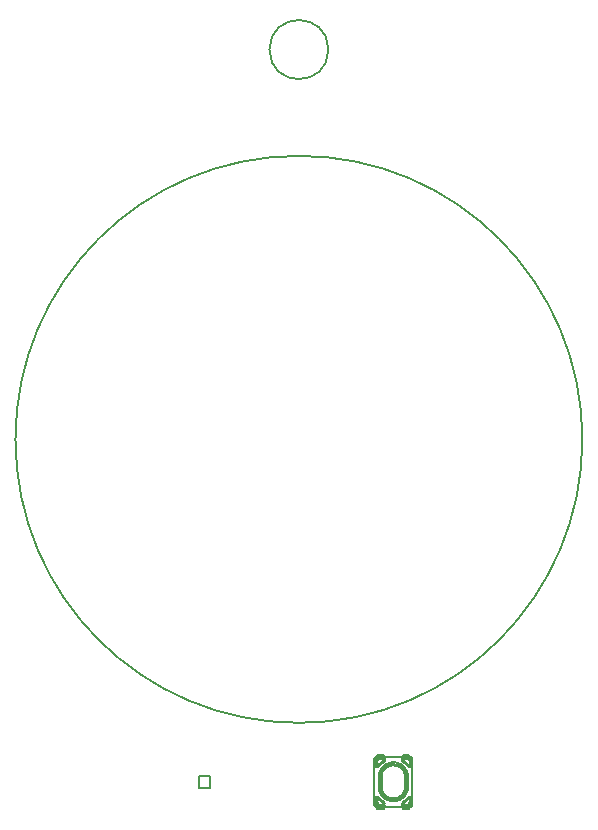
<source format=gm1>
G04*
G04 #@! TF.GenerationSoftware,Altium Limited,Altium Designer,25.4.2 (15)*
G04*
G04 Layer_Color=16711935*
%FSLAX25Y25*%
%MOIN*%
G70*
G04*
G04 #@! TF.SameCoordinates,B977156D-3F5D-4D44-89CA-F2FD908ED1DE*
G04*
G04*
G04 #@! TF.FilePolarity,Positive*
G04*
G01*
G75*
%ADD11C,0.00500*%
%ADD124C,0.00800*%
D11*
X405480Y509182D02*
G03*
X405480Y509182I-9843J0D01*
G01*
D124*
X421589Y257269D02*
G03*
X421608Y257265I62J260D01*
G01*
X421281Y257600D02*
G03*
X421283Y257585I241J36D01*
G01*
X432984D02*
G03*
X432987Y257600I-238J52D01*
G01*
X432659Y257265D02*
G03*
X432679Y257269I-43J264D01*
G01*
Y272907D02*
G03*
X432659Y272910I-62J-260D01*
G01*
X432987Y272575D02*
G03*
X432984Y272591I-241J-36D01*
G01*
X421283D02*
G03*
X421281Y272575I238J-52D01*
G01*
X421608Y272910D02*
G03*
X421589Y272907I43J-264D01*
G01*
X432531Y273014D02*
G03*
X432506Y273021I-153J-527D01*
G01*
X421737Y257161D02*
G03*
X421762Y257155I153J527D01*
G01*
X432506D02*
G03*
X432531Y257161I-128J533D01*
G01*
X421762Y273021D02*
G03*
X421737Y273014I128J-533D01*
G01*
X433090Y257719D02*
G03*
X433094Y257737I-524J154D01*
G01*
X421178Y272456D02*
G03*
X421173Y272439I524J-154D01*
G01*
Y257737D02*
G03*
X421178Y257719I529J137D01*
G01*
X433094Y272439D02*
G03*
X433090Y272456I-529J-137D01*
G01*
X431071Y266663D02*
G03*
X423197Y266663I-3937J0D01*
G01*
X431465D02*
G03*
X422803Y266663I-4331J0D01*
G01*
X423197Y263513D02*
G03*
X431071Y263513I3937J0D01*
G01*
X422803D02*
G03*
X431465Y263513I4331J0D01*
G01*
X430217Y257250D02*
G03*
X430496Y257135I278J278D01*
G01*
X432830Y260205D02*
G03*
X432273Y260205I-278J-278D01*
G01*
X433116Y259756D02*
G03*
X433001Y260034I-394J0D01*
G01*
X432991Y257987D02*
G03*
X433116Y258255I-228J271D01*
G01*
X422003Y257261D02*
G03*
X422271Y257135I271J228D01*
G01*
X430046Y257978D02*
G03*
X430046Y257421I278J-278D01*
G01*
X421151Y258255D02*
G03*
X421277Y257987I354J3D01*
G01*
X421267Y260034D02*
G03*
X421151Y259756I278J-278D01*
G01*
X423772Y257135D02*
G03*
X424051Y257250I0J394D01*
G01*
X424222Y257421D02*
G03*
X424222Y257978I-278J278D01*
G01*
X421994Y260205D02*
G03*
X421438Y260205I-278J-278D01*
G01*
X431997Y257135D02*
G03*
X432265Y257261I-3J354D01*
G01*
X421151Y270420D02*
G03*
X421267Y270141I394J0D01*
G01*
X421277Y272189D02*
G03*
X421151Y271921I228J-271D01*
G01*
X430496Y273041D02*
G03*
X430217Y272925I0J-394D01*
G01*
X432273Y269970D02*
G03*
X432830Y269970I278J278D01*
G01*
X433001Y270141D02*
G03*
X433116Y270420I-278J278D01*
G01*
X421438Y269970D02*
G03*
X421994Y269970I278J278D01*
G01*
X422271Y273041D02*
G03*
X422003Y272915I3J-354D01*
G01*
X432265D02*
G03*
X431997Y273041I-271J-228D01*
G01*
X430046Y272754D02*
G03*
X430046Y272198I278J-278D01*
G01*
X424222D02*
G03*
X424222Y272754I-278J278D01*
G01*
X424051Y272925D02*
G03*
X423772Y273041I-278J-278D01*
G01*
X433116Y271921D02*
G03*
X432991Y272189I-354J-3D01*
G01*
X432094Y266663D02*
G03*
X428051Y271538I-4961J0D01*
G01*
D02*
G03*
X427978Y271545I-73J-387D01*
G01*
X426290D02*
G03*
X426217Y271538I0J-394D01*
G01*
X426217D02*
G03*
X422173Y266663I917J-4875D01*
G01*
Y263513D02*
G03*
X426217Y258638I4961J0D01*
G01*
X426217D02*
G03*
X426290Y258631I73J387D01*
G01*
X427978D02*
G03*
X428051Y258638I0J394D01*
G01*
D02*
G03*
X432094Y263513I-917J4875D01*
G01*
X433039Y256820D02*
G03*
X433433Y257214I0J394D01*
G01*
X421228Y273356D02*
G03*
X420835Y272962I0J-394D01*
G01*
Y257214D02*
G03*
X421228Y256820I394J0D01*
G01*
X433433Y272962D02*
G03*
X433039Y273356I-394J0D01*
G01*
X490126Y379261D02*
G03*
X490126Y379261I-94488J0D01*
G01*
X421277Y257655D02*
X421277Y257655D01*
X421277Y257655D02*
X421277Y257655D01*
X421276Y257656D02*
X421277Y257655D01*
X421276Y257656D02*
X421276Y257656D01*
X421276Y257656D02*
X421276Y257656D01*
X421276Y257656D02*
X421276Y257656D01*
X421275Y257656D02*
X421276Y257656D01*
X421275Y257657D02*
X421275Y257656D01*
X421275Y257657D02*
X421275Y257657D01*
X421275Y257657D02*
X421275Y257657D01*
X421275Y257657D02*
X421275Y257657D01*
X421274Y257658D02*
X421275Y257657D01*
X421274Y257658D02*
X421274Y257658D01*
X421274Y257658D02*
X421274Y257658D01*
X421274Y257658D02*
X421274Y257658D01*
X421273Y257658D02*
X421274Y257658D01*
X421273Y257659D02*
X421273Y257658D01*
X421273Y257659D02*
X421273Y257659D01*
X421273Y257659D02*
X421273Y257659D01*
X421273Y257659D02*
X421273Y257659D01*
X421272Y257660D02*
X421273Y257659D01*
X421272Y257660D02*
X421272Y257660D01*
X421272Y257660D02*
X421272Y257660D01*
X421272Y257660D02*
X421272Y257660D01*
X421271Y257660D02*
X421272Y257660D01*
X421271Y257661D02*
X421271Y257660D01*
X421271Y257661D02*
X421271Y257661D01*
X421271Y257661D02*
X421271Y257661D01*
X421271Y257661D02*
X421271Y257661D01*
X421270Y257661D02*
X421271Y257661D01*
X421270Y257662D02*
X421270Y257661D01*
X421270Y257662D02*
X421270Y257662D01*
X421270Y257662D02*
X421270Y257662D01*
X421269Y257662D02*
X421270Y257662D01*
X421269Y257663D02*
X421269Y257662D01*
X421269Y257663D02*
X421269Y257663D01*
X421269Y257663D02*
X421269Y257663D01*
X421269Y257663D02*
X421269Y257663D01*
X421268Y257663D02*
X421269Y257663D01*
X421268Y257664D02*
X421268Y257663D01*
X421268Y257664D02*
X421268Y257664D01*
X421268Y257664D02*
X421268Y257664D01*
X421267Y257664D02*
X421268Y257664D01*
X421267Y257664D02*
X421267Y257664D01*
X421267Y257665D02*
X421267Y257664D01*
X421267Y257665D02*
X421267Y257665D01*
X421267Y257665D02*
X421267Y257665D01*
X421266Y257665D02*
X421267Y257665D01*
X421266Y257666D02*
X421266Y257665D01*
X421266Y257666D02*
X421266Y257666D01*
X421266Y257666D02*
X421266Y257666D01*
X421265Y257666D02*
X421266Y257666D01*
X421265Y257666D02*
X421265Y257666D01*
X421265Y257667D02*
X421265Y257666D01*
X421265Y257667D02*
X421265Y257667D01*
X421265Y257667D02*
X421265Y257667D01*
X421264Y257667D02*
X421265Y257667D01*
X421264Y257667D02*
X421264Y257667D01*
X421264Y257668D02*
X421264Y257667D01*
X421264Y257668D02*
X421264Y257668D01*
X421263Y257668D02*
X421264Y257668D01*
X421263Y257668D02*
X421263Y257668D01*
X421263Y257669D02*
X421263Y257668D01*
X421263Y257669D02*
X421263Y257669D01*
X421262Y257669D02*
X421263Y257669D01*
X421262Y257669D02*
X421262Y257669D01*
X421262Y257669D02*
X421262Y257669D01*
X421262Y257670D02*
X421262Y257669D01*
X421262Y257670D02*
X421262Y257670D01*
X421261Y257670D02*
X421262Y257670D01*
X421261Y257670D02*
X421261Y257670D01*
X421261Y257671D02*
X421261Y257670D01*
X421261Y257671D02*
X421261Y257671D01*
X421260Y257671D02*
X421261Y257671D01*
X421260Y257671D02*
X421260Y257671D01*
X421260Y257671D02*
X421260Y257671D01*
X421260Y257672D02*
X421260Y257671D01*
X421260Y257672D02*
X421260Y257672D01*
X421259Y257672D02*
X421260Y257672D01*
X421259Y257672D02*
X421259Y257672D01*
X421259Y257673D02*
X421259Y257672D01*
X421259Y257673D02*
X421259Y257673D01*
X421258Y257673D02*
X421259Y257673D01*
X421258Y257673D02*
X421258Y257673D01*
X421258Y257674D02*
X421258Y257673D01*
X421258Y257674D02*
X421258Y257674D01*
X421258Y257674D02*
X421258Y257674D01*
X421257Y257674D02*
X421258Y257674D01*
X421257Y257674D02*
X421257Y257674D01*
X421257Y257675D02*
X421257Y257674D01*
X421257Y257675D02*
X421257Y257675D01*
X421256Y257675D02*
X421257Y257675D01*
X421256Y257675D02*
X421256Y257675D01*
X421256Y257676D02*
X421256Y257675D01*
X421256Y257676D02*
X421256Y257676D01*
X421256Y257676D02*
X421256Y257676D01*
X421255Y257676D02*
X421256Y257676D01*
X421255Y257676D02*
X421255Y257676D01*
X421255Y257677D02*
X421255Y257676D01*
X421255Y257677D02*
X421255Y257677D01*
X421254Y257677D02*
X421255Y257677D01*
X421254Y257677D02*
X421254Y257677D01*
X421254Y257678D02*
X421254Y257677D01*
X421253Y257678D02*
X421254Y257678D01*
X421253Y257679D02*
X421253Y257678D01*
X421252Y257679D02*
X421253Y257679D01*
X421252Y257679D02*
X421252Y257679D01*
X421252Y257680D02*
X421252Y257679D01*
X421251Y257680D02*
X421252Y257680D01*
X421251Y257681D02*
X421251Y257680D01*
X421250Y257681D02*
X421251Y257681D01*
X421250Y257682D02*
X421250Y257681D01*
X421249Y257682D02*
X421250Y257682D01*
X421249Y257683D02*
X421249Y257682D01*
X421249Y257683D02*
X421249Y257683D01*
X421248Y257683D02*
X421249Y257683D01*
X421248Y257684D02*
X421248Y257683D01*
X421247Y257684D02*
X421248Y257684D01*
X421247Y257685D02*
X421247Y257684D01*
X421246Y257685D02*
X421247Y257685D01*
X421246Y257686D02*
X421246Y257685D01*
X421246Y257686D02*
X421246Y257686D01*
X421245Y257687D02*
X421246Y257686D01*
X421245Y257687D02*
X421245Y257687D01*
X421244Y257687D02*
X421245Y257687D01*
X421244Y257688D02*
X421244Y257687D01*
X421243Y257688D02*
X421244Y257688D01*
X421243Y257689D02*
X421243Y257688D01*
X421243Y257689D02*
X421243Y257689D01*
X421242Y257690D02*
X421243Y257689D01*
X421242Y257690D02*
X421242Y257690D01*
X421241Y257691D02*
X421242Y257690D01*
X421241Y257691D02*
X421241Y257691D01*
X421241Y257692D02*
X421241Y257691D01*
X421240Y257692D02*
X421241Y257692D01*
X421240Y257693D02*
X421240Y257692D01*
X421239Y257693D02*
X421240Y257693D01*
X421239Y257693D02*
X421239Y257693D01*
X421239Y257694D02*
X421239Y257693D01*
X421238Y257694D02*
X421239Y257694D01*
X421238Y257695D02*
X421238Y257694D01*
X421237Y257695D02*
X421238Y257695D01*
X421237Y257696D02*
X421237Y257695D01*
X421236Y257696D02*
X421237Y257696D01*
X421236Y257697D02*
X421236Y257696D01*
X421236Y257697D02*
X421236Y257697D01*
X421235Y257698D02*
X421236Y257697D01*
X421235Y257698D02*
X421235Y257698D01*
X421234Y257698D02*
X421235Y257698D01*
X421234Y257699D02*
X421234Y257698D01*
X421234Y257699D02*
X421234Y257699D01*
X421233Y257700D02*
X421234Y257699D01*
X421233Y257700D02*
X421233Y257700D01*
X421232Y257701D02*
X421233Y257700D01*
X421232Y257701D02*
X421232Y257701D01*
X421232Y257702D02*
X421232Y257701D01*
X421231Y257702D02*
X421232Y257702D01*
X421230Y257703D02*
X421231Y257702D01*
X421230Y257704D02*
X421230Y257703D01*
X421229Y257705D02*
X421230Y257704D01*
X421229Y257705D02*
X421229Y257705D01*
X421228Y257706D02*
X421229Y257705D01*
X421227Y257707D02*
X421228Y257706D01*
X421227Y257708D02*
X421227Y257707D01*
X421226Y257708D02*
X421227Y257708D01*
X421226Y257709D02*
X421226Y257708D01*
X421225Y257710D02*
X421226Y257709D01*
X421224Y257710D02*
X421225Y257710D01*
X421224Y257711D02*
X421224Y257710D01*
X421222Y257713D02*
X421224Y257711D01*
X421221Y257716D02*
X421222Y257713D01*
X421219Y257718D02*
X421221Y257716D01*
X421217Y257720D02*
X421219Y257718D01*
X421216Y257722D02*
X421217Y257720D01*
X421215Y257724D02*
X421216Y257722D01*
X421213Y257726D02*
X421215Y257724D01*
X421212Y257728D02*
X421213Y257726D01*
X421210Y257730D02*
X421212Y257728D01*
X421209Y257732D02*
X421210Y257730D01*
X421208Y257734D02*
X421209Y257732D01*
X421206Y257736D02*
X421208Y257734D01*
X421205Y257738D02*
X421206Y257736D01*
X421204Y257740D02*
X421205Y257738D01*
X421203Y257742D02*
X421204Y257740D01*
X421201Y257744D02*
X421203Y257742D01*
X421200Y257746D02*
X421201Y257744D01*
X421199Y257748D02*
X421200Y257746D01*
X421198Y257750D02*
X421199Y257748D01*
X421197Y257751D02*
X421198Y257750D01*
X421196Y257753D02*
X421197Y257751D01*
X421195Y257755D02*
X421196Y257753D01*
X421194Y257757D02*
X421195Y257755D01*
X421193Y257759D02*
X421194Y257757D01*
X421192Y257761D02*
X421193Y257759D01*
X421191Y257763D02*
X421192Y257761D01*
X421190Y257765D02*
X421191Y257763D01*
X421189Y257767D02*
X421190Y257765D01*
X421188Y257768D02*
X421189Y257767D01*
X421187Y257770D02*
X421188Y257768D01*
X421186Y257772D02*
X421187Y257770D01*
X421185Y257774D02*
X421186Y257772D01*
X421184Y257776D02*
X421185Y257774D01*
X421183Y257778D02*
X421184Y257776D01*
X421182Y257780D02*
X421183Y257778D01*
X421182Y257782D02*
X421182Y257780D01*
X421181Y257783D02*
X421182Y257782D01*
X421180Y257785D02*
X421181Y257783D01*
X421179Y257787D02*
X421180Y257785D01*
X421179Y257788D02*
X421179Y257787D01*
X421178Y257790D02*
X421179Y257788D01*
X421177Y257792D02*
X421178Y257790D01*
X421177Y257793D02*
X421177Y257792D01*
X421176Y257795D02*
X421177Y257793D01*
X421175Y257797D02*
X421176Y257795D01*
X421175Y257799D02*
X421175Y257797D01*
X421174Y257800D02*
X421175Y257799D01*
X421173Y257802D02*
X421174Y257800D01*
X421173Y257804D02*
X421173Y257802D01*
X421172Y257805D02*
X421173Y257804D01*
X421171Y257807D02*
X421172Y257805D01*
X421171Y257809D02*
X421171Y257807D01*
X421170Y257810D02*
X421171Y257809D01*
X421170Y257812D02*
X421170Y257810D01*
X421169Y257814D02*
X421170Y257812D01*
X421168Y257816D02*
X421169Y257814D01*
X421168Y257817D02*
X421168Y257816D01*
X421167Y257819D02*
X421168Y257817D01*
X421167Y257821D02*
X421167Y257819D01*
X421166Y257822D02*
X421167Y257821D01*
X421166Y257824D02*
X421166Y257822D01*
X421165Y257826D02*
X421166Y257824D01*
X421165Y257828D02*
X421165Y257826D01*
X421164Y257830D02*
X421165Y257828D01*
X421164Y257832D02*
X421164Y257830D01*
X421163Y257834D02*
X421164Y257832D01*
X421162Y257836D02*
X421163Y257834D01*
X421162Y257838D02*
X421162Y257836D01*
X421161Y257840D02*
X421162Y257838D01*
X421161Y257842D02*
X421161Y257840D01*
X421161Y257844D02*
X421161Y257842D01*
X421160Y257846D02*
X421161Y257844D01*
X421159Y257849D02*
X421160Y257846D01*
X421159Y257850D02*
X421159Y257849D01*
X421159Y257851D02*
X421159Y257850D01*
X421159Y257852D02*
X421159Y257851D01*
X421159Y257853D02*
X421159Y257852D01*
X421159Y257854D02*
X421159Y257853D01*
X421158Y257855D02*
X421159Y257854D01*
X421158Y257856D02*
X421158Y257855D01*
X421158Y257856D02*
X421158Y257856D01*
X421158Y257857D02*
X421158Y257856D01*
X421158Y257858D02*
X421158Y257857D01*
X421158Y257859D02*
X421158Y257858D01*
X421157Y257860D02*
X421158Y257859D01*
X421157Y257861D02*
X421157Y257860D01*
X421157Y257862D02*
X421157Y257861D01*
X421157Y257863D02*
X421157Y257862D01*
X421157Y257863D02*
X421157Y257863D01*
X421157Y257864D02*
X421157Y257863D01*
X421157Y257864D02*
X421157Y257864D01*
X421157Y257865D02*
X421157Y257864D01*
X421157Y257866D02*
X421157Y257865D01*
X421157Y257866D02*
X421157Y257866D01*
X421156Y257867D02*
X421157Y257866D01*
X421156Y257867D02*
X421156Y257867D01*
X421156Y257868D02*
X421156Y257867D01*
X421156Y257869D02*
X421156Y257868D01*
X421156Y257869D02*
X421156Y257869D01*
X421156Y257870D02*
X421156Y257869D01*
X421156Y257870D02*
X421156Y257870D01*
X421156Y257871D02*
X421156Y257870D01*
X421156Y257872D02*
X421156Y257871D01*
X421156Y257872D02*
X421156Y257872D01*
X421156Y257873D02*
X421156Y257872D01*
X421156Y257873D02*
X421156Y257873D01*
X421155Y257874D02*
X421156Y257873D01*
X421155Y257874D02*
X421155Y257874D01*
X421155Y257875D02*
X421155Y257874D01*
X421155Y257876D02*
X421155Y257875D01*
X421155Y257876D02*
X421155Y257876D01*
X421155Y257877D02*
X421155Y257876D01*
X421155Y257877D02*
X421155Y257877D01*
X421155Y257878D02*
X421155Y257877D01*
X421155Y257879D02*
X421155Y257878D01*
X421155Y257879D02*
X421155Y257879D01*
X421155Y257880D02*
X421155Y257879D01*
X421155Y257880D02*
X421155Y257880D01*
X421155Y257881D02*
X421155Y257880D01*
X421154Y257882D02*
X421155Y257881D01*
X421154Y257882D02*
X421154Y257882D01*
X421154Y257883D02*
X421154Y257882D01*
X421154Y257884D02*
X421154Y257883D01*
X421154Y257884D02*
X421154Y257884D01*
X421154Y257885D02*
X421154Y257884D01*
X421154Y257885D02*
X421154Y257885D01*
X421154Y257886D02*
X421154Y257885D01*
X421154Y257887D02*
X421154Y257886D01*
X421154Y257887D02*
X421154Y257887D01*
X421154Y257888D02*
X421154Y257887D01*
X421154Y257888D02*
X421154Y257888D01*
X421154Y257889D02*
X421154Y257888D01*
X421154Y257890D02*
X421154Y257889D01*
X421154Y257890D02*
X421154Y257890D01*
X421154Y257891D02*
X421154Y257890D01*
X421154Y257891D02*
X421154Y257891D01*
X421153Y257892D02*
X421154Y257891D01*
X421153Y257892D02*
X421153Y257892D01*
X421153Y257893D02*
X421153Y257892D01*
X421153Y257893D02*
X421153Y257893D01*
X421153Y257893D02*
X421153Y257893D01*
X421153Y257894D02*
X421153Y257893D01*
X421153Y257894D02*
X421153Y257894D01*
X421153Y257894D02*
X421153Y257894D01*
X421153Y257895D02*
X421153Y257894D01*
X421153Y257895D02*
X421153Y257895D01*
X421153Y257895D02*
X421153Y257895D01*
X421153Y257895D02*
X421153Y257895D01*
X421153Y257896D02*
X421153Y257895D01*
X421153Y257896D02*
X421153Y257896D01*
X421153Y257896D02*
X421153Y257896D01*
X421153Y257897D02*
X421153Y257896D01*
X421153Y257897D02*
X421153Y257897D01*
X421153Y257897D02*
X421153Y257897D01*
X421153Y257898D02*
X421153Y257897D01*
X421153Y257898D02*
X421153Y257898D01*
X421153Y257898D02*
X421153Y257898D01*
X421153Y257898D02*
X421153Y257898D01*
X421153Y257899D02*
X421153Y257898D01*
X421153Y257899D02*
X421153Y257899D01*
X421153Y257899D02*
X421153Y257899D01*
X421153Y257900D02*
X421153Y257899D01*
X421153Y257900D02*
X421153Y257900D01*
X421153Y257900D02*
X421153Y257900D01*
X421153Y257901D02*
X421153Y257900D01*
X421153Y257901D02*
X421153Y257901D01*
X421153Y257901D02*
X421153Y257901D01*
X421153Y257902D02*
X421153Y257901D01*
X421153Y257902D02*
X421153Y257902D01*
X421153Y257902D02*
X421153Y257902D01*
X421153Y257902D02*
X421153Y257902D01*
X421153Y257903D02*
X421153Y257902D01*
X421153Y257903D02*
X421153Y257903D01*
X421153Y257903D02*
X421153Y257903D01*
X421153Y257904D02*
X421153Y257903D01*
X421153Y257904D02*
X421153Y257904D01*
X421153Y257904D02*
X421153Y257904D01*
X421152Y257905D02*
X421153Y257904D01*
X421152Y257905D02*
X421152Y257905D01*
X421152Y257905D02*
X421152Y257905D01*
X421152Y257905D02*
X421152Y257905D01*
X421152Y257906D02*
X421152Y257905D01*
X421152Y257906D02*
X421152Y257906D01*
X421152Y257906D02*
X421152Y257906D01*
X421152Y257907D02*
X421152Y257906D01*
X421152Y257907D02*
X421152Y257907D01*
X421152Y257907D02*
X421152Y257907D01*
X421152Y257908D02*
X421152Y257907D01*
X421152Y257908D02*
X421152Y257908D01*
X421152Y257908D02*
X421152Y257908D01*
X421152Y257908D02*
X421152Y257908D01*
X421152Y257909D02*
X421152Y257908D01*
X421152Y257909D02*
X421152Y257909D01*
X421152Y257909D02*
X421152Y257909D01*
X421152Y257910D02*
X421152Y257909D01*
X421152Y257910D02*
X421152Y257910D01*
X421152Y257910D02*
X421152Y257910D01*
X421152Y257910D02*
X421152Y257910D01*
X421152Y257911D02*
X421152Y257910D01*
X421152Y257911D02*
X421152Y257911D01*
X421152Y257911D02*
X421152Y257911D01*
X421152Y257912D02*
X421152Y257911D01*
X421152Y257912D02*
X421152Y257912D01*
X421152Y257912D02*
X421152Y257912D01*
X421152Y257913D02*
X421152Y257912D01*
X421152Y257913D02*
X421152Y257913D01*
X421152Y257913D02*
X421152Y257913D01*
X421152Y257913D02*
X421152Y257913D01*
X421152Y257914D02*
X421152Y257913D01*
X421152Y257914D02*
X421152Y257914D01*
X421152Y257914D02*
X421152Y257914D01*
X421152Y257915D02*
X421152Y257914D01*
X421152Y257915D02*
X421152Y257915D01*
X421152Y257915D02*
X421152Y257915D01*
X421152Y257916D02*
X421152Y257915D01*
X421152Y257916D02*
X421152Y257916D01*
X421152Y257916D02*
X421152Y257916D01*
X421152Y257916D02*
X421152Y257916D01*
X421152Y257917D02*
X421152Y257916D01*
X421152Y257917D02*
X421152Y257917D01*
X421152Y257917D02*
X421152Y257917D01*
X421152Y257918D02*
X421152Y257917D01*
X421152Y257918D02*
X421152Y257918D01*
X421152Y257918D02*
X421152Y257918D01*
X421152Y257919D02*
X421152Y257918D01*
X421152Y257919D02*
X421152Y257919D01*
X421152Y257919D02*
X421152Y257919D01*
X421152Y257920D02*
X421152Y257919D01*
X421151Y257920D02*
X421152Y257920D01*
X421151Y257920D02*
X421151Y257920D01*
X421151Y257920D02*
X421151Y257920D01*
X421151Y257921D02*
X421151Y257920D01*
X421151Y257921D02*
X421151Y257921D01*
X421151Y257921D02*
X421151Y257921D01*
X421151Y257922D02*
X421151Y257921D01*
X421151Y257922D02*
X421151Y257922D01*
X421151Y257922D02*
X421151Y257922D01*
X421151Y257923D02*
X421151Y257922D01*
X432329Y257135D02*
X432330Y257135D01*
X432330Y257135D01*
X432330Y257135D01*
X432331Y257135D01*
X432331Y257135D01*
X432331Y257135D01*
X432331Y257135D01*
X432332Y257135D01*
X432332Y257135D01*
X432332Y257135D01*
X432333Y257135D01*
X432333Y257135D01*
X432333Y257135D01*
X432334Y257135D01*
X432334Y257135D01*
X432334Y257135D01*
X432334Y257136D01*
X432335Y257136D01*
X432335Y257136D01*
X432335Y257136D01*
X432336Y257136D01*
X432336Y257136D01*
X432336Y257136D01*
X432337Y257136D01*
X432337Y257136D01*
X432337Y257136D01*
X432337Y257136D01*
X432338Y257136D01*
X432338Y257136D01*
X432338Y257136D01*
X432339Y257136D01*
X432339Y257136D01*
X432339Y257136D01*
X432339Y257136D01*
X432340Y257136D01*
X432340Y257136D01*
X432340Y257136D01*
X432341Y257136D01*
X432341Y257136D01*
X432341Y257136D01*
X432342Y257136D01*
X432342Y257136D01*
X432342Y257136D01*
X432342Y257136D01*
X432343Y257136D01*
X432343Y257136D01*
X432343Y257136D01*
X432344Y257136D01*
X432344Y257136D01*
X432344Y257136D01*
X432345Y257136D01*
X432345Y257136D01*
X432345Y257136D01*
X432345Y257136D01*
X432346Y257136D01*
X432346Y257136D01*
X432346Y257136D01*
X432347Y257136D01*
X432347Y257136D01*
X432347Y257136D01*
X432348Y257136D01*
X432348Y257136D01*
X432348Y257136D01*
X432348Y257136D01*
X432349Y257136D01*
X432349Y257137D01*
X432349Y257137D01*
X432350Y257137D01*
X432350Y257137D01*
X432350Y257137D01*
X432351Y257137D01*
X432351Y257137D01*
X432351Y257137D01*
X432351Y257137D01*
X432352Y257137D01*
X432352Y257137D01*
X432352Y257137D01*
X432353Y257137D01*
X432353Y257137D01*
X432353Y257137D01*
X432354Y257137D01*
X432354Y257137D01*
X432354Y257137D01*
X432354Y257137D01*
X432355Y257137D01*
X432355Y257137D01*
X432355Y257137D01*
X432356Y257137D01*
X432356Y257137D01*
X432356Y257137D01*
X432357Y257137D01*
X432357Y257137D01*
X432357Y257137D01*
X432358Y257137D01*
X432358Y257137D01*
X432358Y257137D01*
X432358Y257137D01*
X432359Y257137D01*
X432359Y257137D01*
X432359Y257137D01*
X432360Y257137D01*
X432360Y257137D01*
X432361Y257137D01*
X432361Y257137D01*
X432362Y257137D01*
X432363Y257138D01*
X432363Y257138D01*
X432364Y257138D01*
X432364Y257138D01*
X432365Y257138D01*
X432366Y257138D01*
X432366Y257138D01*
X432367Y257138D01*
X432367Y257138D01*
X432368Y257138D01*
X432369Y257138D01*
X432369Y257138D01*
X432370Y257138D01*
X432370Y257138D01*
X432371Y257138D01*
X432372Y257138D01*
X432372Y257138D01*
X432373Y257139D01*
X432373Y257139D01*
X432374Y257139D01*
X432374Y257139D01*
X432375Y257139D01*
X432376Y257139D01*
X432376Y257139D01*
X432377Y257139D01*
X432377Y257139D01*
X432378Y257139D01*
X432379Y257139D01*
X432379Y257139D01*
X432380Y257139D01*
X432380Y257140D01*
X432381Y257140D01*
X432382Y257140D01*
X432382Y257140D01*
X432383Y257140D01*
X432383Y257140D01*
X432384Y257140D01*
X432385Y257140D01*
X432385Y257140D01*
X432386Y257140D01*
X432386Y257140D01*
X432387Y257140D01*
X432388Y257141D01*
X432388Y257141D01*
X432389Y257141D01*
X432389Y257141D01*
X432390Y257141D01*
X432391Y257141D01*
X432392Y257141D01*
X432393Y257141D01*
X432394Y257142D01*
X432395Y257142D01*
X432396Y257142D01*
X432397Y257142D01*
X432397Y257142D01*
X432398Y257142D01*
X432399Y257142D01*
X432400Y257143D01*
X432401Y257143D01*
X432402Y257143D01*
X432403Y257143D01*
X432404Y257143D01*
X432406Y257144D01*
X432408Y257144D01*
X432410Y257145D01*
X432412Y257145D01*
X432414Y257146D01*
X432416Y257146D01*
X432418Y257147D01*
X432420Y257147D01*
X432422Y257148D01*
X432424Y257149D01*
X432426Y257149D01*
X432428Y257150D01*
X432430Y257150D01*
X432431Y257151D01*
X432433Y257151D01*
X432435Y257152D01*
X432436Y257152D01*
X432438Y257153D01*
X432440Y257154D01*
X432442Y257154D01*
X432443Y257155D01*
X432445Y257155D01*
X432447Y257156D01*
X432448Y257157D01*
X432450Y257157D01*
X432452Y257158D01*
X432453Y257159D01*
X432455Y257159D01*
X432457Y257160D01*
X432459Y257161D01*
X432460Y257161D01*
X432462Y257162D01*
X432464Y257163D01*
X432465Y257164D01*
X432467Y257164D01*
X432469Y257165D01*
X432470Y257166D01*
X432472Y257167D01*
X432474Y257167D01*
X432479Y257170D01*
X432481Y257171D01*
X432482Y257172D01*
X432484Y257172D01*
X432486Y257173D01*
X432488Y257174D01*
X432490Y257175D01*
X432492Y257176D01*
X432494Y257177D01*
X432496Y257178D01*
X432498Y257179D01*
X432500Y257181D01*
X432501Y257182D01*
X432503Y257183D01*
X432505Y257184D01*
X432507Y257185D01*
X432509Y257186D01*
X432511Y257187D01*
X432513Y257188D01*
X432514Y257189D01*
X432517Y257191D01*
X432519Y257192D01*
X432521Y257193D01*
X432523Y257195D01*
X432525Y257196D01*
X432527Y257198D01*
X432529Y257199D01*
X432531Y257201D01*
X432533Y257202D01*
X432535Y257203D01*
X432537Y257205D01*
X432539Y257207D01*
X432541Y257208D01*
X432542Y257209D01*
X432543Y257210D01*
X432544Y257210D01*
X432544Y257211D01*
X432545Y257211D01*
X432546Y257212D01*
X432546Y257212D01*
X432547Y257213D01*
X432548Y257214D01*
X432549Y257214D01*
X432549Y257215D01*
X432550Y257215D01*
X432550Y257216D01*
X432551Y257216D01*
X432551Y257217D01*
X432552Y257217D01*
X432552Y257218D01*
X432553Y257218D01*
X432553Y257218D01*
X432554Y257219D01*
X432554Y257219D01*
X432555Y257220D01*
X432555Y257220D01*
X432555Y257220D01*
X432556Y257221D01*
X432556Y257221D01*
X432557Y257222D01*
X432557Y257222D01*
X432558Y257223D01*
X432558Y257223D01*
X432559Y257223D01*
X432559Y257224D01*
X432560Y257224D01*
X432560Y257224D01*
X432560Y257225D01*
X432561Y257225D01*
X432561Y257226D01*
X432562Y257226D01*
X432562Y257227D01*
X432563Y257227D01*
X432563Y257227D01*
X432564Y257228D01*
X432564Y257228D01*
X432565Y257229D01*
X432565Y257229D01*
X432565Y257230D01*
X432566Y257230D01*
X432566Y257230D01*
X432567Y257231D01*
X432567Y257231D01*
X432568Y257232D01*
X432568Y257232D01*
X432569Y257233D01*
X432569Y257233D01*
X432570Y257234D01*
X432570Y257234D01*
X432570Y257234D01*
X432571Y257235D01*
X432571Y257235D01*
X432572Y257236D01*
X432572Y257236D01*
X432573Y257237D01*
X432573Y257237D01*
X432574Y257237D01*
X432574Y257238D01*
X432575Y257238D01*
X432575Y257239D01*
X432575Y257239D01*
X432575Y257239D01*
X432575Y257239D01*
X432576Y257239D01*
X432576Y257240D01*
X432576Y257240D01*
X432576Y257240D01*
X432577Y257240D01*
X432577Y257241D01*
X432577Y257241D01*
X432577Y257241D01*
X432577Y257241D01*
X432578Y257241D01*
X432578Y257242D01*
X432578Y257242D01*
X432578Y257242D01*
X432578Y257242D01*
X432579Y257242D01*
X432579Y257243D01*
X432579Y257243D01*
X432579Y257243D01*
X432580Y257243D01*
X432580Y257244D01*
X432580Y257244D01*
X432580Y257244D01*
X432580Y257244D01*
X432581Y257244D01*
X432581Y257245D01*
X432581Y257245D01*
X432581Y257245D01*
X432582Y257245D01*
X432582Y257246D01*
X432582Y257246D01*
X432582Y257246D01*
X432582Y257246D01*
X432583Y257246D01*
X432583Y257247D01*
X432583Y257247D01*
X432583Y257247D01*
X432584Y257247D01*
X432584Y257248D01*
X432584Y257248D01*
X432584Y257248D01*
X432584Y257248D01*
X432585Y257248D01*
X432585Y257249D01*
X432585Y257249D01*
X432585Y257249D01*
X432585Y257249D01*
X432586Y257249D01*
X432586Y257250D01*
X432586Y257250D01*
X432586Y257250D01*
X432586Y257250D01*
X432587Y257251D01*
X432587Y257251D01*
X432587Y257251D01*
X432587Y257251D01*
X432588Y257252D01*
X432588Y257252D01*
X432588Y257252D01*
X432588Y257252D01*
X432588Y257252D01*
X432589Y257253D01*
X432589Y257253D01*
X432589Y257253D01*
X432589Y257253D01*
X432590Y257254D01*
X432590Y257254D01*
X432590Y257254D01*
X432590Y257254D01*
X432590Y257255D01*
X432591Y257255D01*
X432591Y257255D01*
X432591Y257255D01*
X432591Y257255D01*
X432592Y257256D01*
X432592Y257256D01*
X432592Y257256D01*
X432592Y257256D01*
X432592Y257257D01*
X432593Y257257D01*
X432593Y257257D01*
X432593Y257257D01*
X432593Y257257D01*
X432593Y257258D01*
X432594Y257258D01*
X432594Y257258D01*
X432594Y257258D01*
X432594Y257259D01*
X432595Y257259D01*
X432595Y257259D01*
X432595Y257259D01*
X432595Y257259D01*
X432595Y257260D01*
X432596Y257260D01*
X432596Y257260D01*
X432596Y257260D01*
X432596Y257260D01*
X432597Y257261D01*
X432597Y257261D01*
X421938Y257135D02*
X421939Y257135D01*
X421938Y257135D02*
X421938Y257135D01*
X421938Y257135D02*
X421938Y257135D01*
X421937Y257135D02*
X421938Y257135D01*
X421937Y257135D02*
X421937Y257135D01*
X421937Y257135D02*
X421937Y257135D01*
X421936Y257135D02*
X421937Y257135D01*
X421936Y257135D02*
X421936Y257135D01*
X421936Y257135D02*
X421936Y257135D01*
X421936Y257135D02*
X421936Y257135D01*
X421935Y257135D02*
X421936Y257135D01*
X421935Y257135D02*
X421935Y257135D01*
X421935Y257135D02*
X421935Y257135D01*
X421934Y257135D02*
X421935Y257135D01*
X421934Y257135D02*
X421934Y257135D01*
X421934Y257135D02*
X421934Y257135D01*
X421933Y257136D02*
X421934Y257135D01*
X421933Y257136D02*
X421933Y257136D01*
X421933Y257136D02*
X421933Y257136D01*
X421932Y257136D02*
X421933Y257136D01*
X421932Y257136D02*
X421932Y257136D01*
X421932Y257136D02*
X421932Y257136D01*
X421932Y257136D02*
X421932Y257136D01*
X421931Y257136D02*
X421932Y257136D01*
X421931Y257136D02*
X421931Y257136D01*
X421931Y257136D02*
X421931Y257136D01*
X421930Y257136D02*
X421931Y257136D01*
X421930Y257136D02*
X421930Y257136D01*
X421930Y257136D02*
X421930Y257136D01*
X421929Y257136D02*
X421930Y257136D01*
X421929Y257136D02*
X421929Y257136D01*
X421929Y257136D02*
X421929Y257136D01*
X421929Y257136D02*
X421929Y257136D01*
X421928Y257136D02*
X421929Y257136D01*
X421928Y257136D02*
X421928Y257136D01*
X421928Y257136D02*
X421928Y257136D01*
X421927Y257136D02*
X421928Y257136D01*
X421927Y257136D02*
X421927Y257136D01*
X421927Y257136D02*
X421927Y257136D01*
X421926Y257136D02*
X421927Y257136D01*
X421926Y257136D02*
X421926Y257136D01*
X421926Y257136D02*
X421926Y257136D01*
X421925Y257136D02*
X421926Y257136D01*
X421925Y257136D02*
X421925Y257136D01*
X421925Y257136D02*
X421925Y257136D01*
X421925Y257136D02*
X421925Y257136D01*
X421924Y257136D02*
X421925Y257136D01*
X421924Y257136D02*
X421924Y257136D01*
X421924Y257136D02*
X421924Y257136D01*
X421923Y257136D02*
X421924Y257136D01*
X421923Y257136D02*
X421923Y257136D01*
X421923Y257136D02*
X421923Y257136D01*
X421922Y257136D02*
X421923Y257136D01*
X421922Y257136D02*
X421922Y257136D01*
X421922Y257136D02*
X421922Y257136D01*
X421922Y257136D02*
X421922Y257136D01*
X421921Y257136D02*
X421922Y257136D01*
X421921Y257136D02*
X421921Y257136D01*
X421921Y257136D02*
X421921Y257136D01*
X421920Y257136D02*
X421921Y257136D01*
X421920Y257136D02*
X421920Y257136D01*
X421920Y257136D02*
X421920Y257136D01*
X421919Y257136D02*
X421920Y257136D01*
X421919Y257136D02*
X421919Y257136D01*
X421919Y257136D02*
X421919Y257136D01*
X421919Y257137D02*
X421919Y257136D01*
X421918Y257137D02*
X421919Y257137D01*
X421918Y257137D02*
X421918Y257137D01*
X421918Y257137D02*
X421918Y257137D01*
X421917Y257137D02*
X421918Y257137D01*
X421917Y257137D02*
X421917Y257137D01*
X421917Y257137D02*
X421917Y257137D01*
X421916Y257137D02*
X421917Y257137D01*
X421916Y257137D02*
X421916Y257137D01*
X421916Y257137D02*
X421916Y257137D01*
X421916Y257137D02*
X421916Y257137D01*
X421915Y257137D02*
X421916Y257137D01*
X421915Y257137D02*
X421915Y257137D01*
X421915Y257137D02*
X421915Y257137D01*
X421914Y257137D02*
X421915Y257137D01*
X421914Y257137D02*
X421914Y257137D01*
X421914Y257137D02*
X421914Y257137D01*
X421913Y257137D02*
X421914Y257137D01*
X421913Y257137D02*
X421913Y257137D01*
X421913Y257137D02*
X421913Y257137D01*
X421913Y257137D02*
X421913Y257137D01*
X421912Y257137D02*
X421913Y257137D01*
X421912Y257137D02*
X421912Y257137D01*
X421912Y257137D02*
X421912Y257137D01*
X421911Y257137D02*
X421912Y257137D01*
X421911Y257137D02*
X421911Y257137D01*
X421911Y257137D02*
X421911Y257137D01*
X421910Y257137D02*
X421911Y257137D01*
X421910Y257137D02*
X421910Y257137D01*
X421910Y257137D02*
X421910Y257137D01*
X421910Y257137D02*
X421910Y257137D01*
X421909Y257137D02*
X421910Y257137D01*
X421909Y257137D02*
X421909Y257137D01*
X421909Y257137D02*
X421909Y257137D01*
X421908Y257137D02*
X421909Y257137D01*
X421908Y257137D02*
X421908Y257137D01*
X421908Y257137D02*
X421908Y257137D01*
X421907Y257137D02*
X421908Y257137D01*
X421906Y257137D02*
X421907Y257137D01*
X421906Y257137D02*
X421906Y257137D01*
X421905Y257138D02*
X421906Y257137D01*
X421905Y257138D02*
X421905Y257138D01*
X421904Y257138D02*
X421905Y257138D01*
X421903Y257138D02*
X421904Y257138D01*
X421903Y257138D02*
X421903Y257138D01*
X421902Y257138D02*
X421903Y257138D01*
X421902Y257138D02*
X421902Y257138D01*
X421901Y257138D02*
X421902Y257138D01*
X421900Y257138D02*
X421901Y257138D01*
X421900Y257138D02*
X421900Y257138D01*
X421899Y257138D02*
X421900Y257138D01*
X421899Y257138D02*
X421899Y257138D01*
X421898Y257138D02*
X421899Y257138D01*
X421897Y257138D02*
X421898Y257138D01*
X421897Y257138D02*
X421897Y257138D01*
X421896Y257138D02*
X421897Y257138D01*
X421896Y257138D02*
X421896Y257138D01*
X421895Y257139D02*
X421896Y257138D01*
X421894Y257139D02*
X421895Y257139D01*
X421894Y257139D02*
X421894Y257139D01*
X421893Y257139D02*
X421894Y257139D01*
X421893Y257139D02*
X421893Y257139D01*
X421892Y257139D02*
X421893Y257139D01*
X421891Y257139D02*
X421892Y257139D01*
X421891Y257139D02*
X421891Y257139D01*
X421890Y257139D02*
X421891Y257139D01*
X421890Y257139D02*
X421890Y257139D01*
X421889Y257139D02*
X421890Y257139D01*
X421888Y257139D02*
X421889Y257139D01*
X421888Y257139D02*
X421888Y257139D01*
X421887Y257140D02*
X421888Y257139D01*
X421887Y257140D02*
X421887Y257140D01*
X421886Y257140D02*
X421887Y257140D01*
X421885Y257140D02*
X421886Y257140D01*
X421885Y257140D02*
X421885Y257140D01*
X421884Y257140D02*
X421885Y257140D01*
X421884Y257140D02*
X421884Y257140D01*
X421883Y257140D02*
X421884Y257140D01*
X421882Y257140D02*
X421883Y257140D01*
X421882Y257140D02*
X421882Y257140D01*
X421881Y257140D02*
X421882Y257140D01*
X421881Y257140D02*
X421881Y257140D01*
X421880Y257141D02*
X421881Y257140D01*
X421879Y257141D02*
X421880Y257141D01*
X421879Y257141D02*
X421879Y257141D01*
X421878Y257141D02*
X421879Y257141D01*
X421877Y257141D02*
X421878Y257141D01*
X421876Y257141D02*
X421877Y257141D01*
X421876Y257141D02*
X421876Y257141D01*
X421875Y257141D02*
X421876Y257141D01*
X421874Y257142D02*
X421875Y257141D01*
X421873Y257142D02*
X421874Y257142D01*
X421872Y257142D02*
X421873Y257142D01*
X421871Y257142D02*
X421872Y257142D01*
X421870Y257142D02*
X421871Y257142D01*
X421869Y257142D02*
X421870Y257142D01*
X421869Y257142D02*
X421869Y257142D01*
X421868Y257143D02*
X421869Y257142D01*
X421867Y257143D02*
X421868Y257143D01*
X421866Y257143D02*
X421867Y257143D01*
X421865Y257143D02*
X421866Y257143D01*
X421864Y257143D02*
X421865Y257143D01*
X421862Y257144D02*
X421864Y257143D01*
X421860Y257144D02*
X421862Y257144D01*
X421858Y257145D02*
X421860Y257144D01*
X421856Y257145D02*
X421858Y257145D01*
X421854Y257146D02*
X421856Y257145D01*
X421852Y257146D02*
X421854Y257146D01*
X421850Y257147D02*
X421852Y257146D01*
X421848Y257147D02*
X421850Y257147D01*
X421846Y257148D02*
X421848Y257147D01*
X421844Y257149D02*
X421846Y257148D01*
X421842Y257149D02*
X421844Y257149D01*
X421840Y257150D02*
X421842Y257149D01*
X421838Y257150D02*
X421840Y257150D01*
X421837Y257151D02*
X421838Y257150D01*
X421835Y257151D02*
X421837Y257151D01*
X421833Y257152D02*
X421835Y257151D01*
X421831Y257152D02*
X421833Y257152D01*
X421830Y257153D02*
X421831Y257152D01*
X421828Y257154D02*
X421830Y257153D01*
X421826Y257154D02*
X421828Y257154D01*
X421824Y257155D02*
X421826Y257154D01*
X421823Y257155D02*
X421824Y257155D01*
X421821Y257156D02*
X421823Y257155D01*
X421819Y257157D02*
X421821Y257156D01*
X421818Y257157D02*
X421819Y257157D01*
X421816Y257158D02*
X421818Y257157D01*
X421814Y257159D02*
X421816Y257158D01*
X421812Y257159D02*
X421814Y257159D01*
X421811Y257160D02*
X421812Y257159D01*
X421809Y257161D02*
X421811Y257160D01*
X421807Y257161D02*
X421809Y257161D01*
X421806Y257162D02*
X421807Y257161D01*
X421804Y257163D02*
X421806Y257162D01*
X421802Y257164D02*
X421804Y257163D01*
X421801Y257164D02*
X421802Y257164D01*
X421799Y257165D02*
X421801Y257164D01*
X421797Y257166D02*
X421799Y257165D01*
X421796Y257167D02*
X421797Y257166D01*
X421794Y257167D02*
X421796Y257167D01*
X421789Y257170D02*
X421794Y257167D01*
X421787Y257171D02*
X421789Y257170D01*
X421785Y257172D02*
X421787Y257171D01*
X421783Y257172D02*
X421785Y257172D01*
X421781Y257173D02*
X421783Y257172D01*
X421779Y257174D02*
X421781Y257173D01*
X421778Y257175D02*
X421779Y257174D01*
X421776Y257176D02*
X421778Y257175D01*
X421774Y257177D02*
X421776Y257176D01*
X421772Y257178D02*
X421774Y257177D01*
X421770Y257179D02*
X421772Y257178D01*
X421768Y257181D02*
X421770Y257179D01*
X421766Y257182D02*
X421768Y257181D01*
X421764Y257183D02*
X421766Y257182D01*
X421763Y257184D02*
X421764Y257183D01*
X421761Y257185D02*
X421763Y257184D01*
X421759Y257186D02*
X421761Y257185D01*
X421757Y257187D02*
X421759Y257186D01*
X421755Y257188D02*
X421757Y257187D01*
X421753Y257189D02*
X421755Y257188D01*
X421751Y257191D02*
X421753Y257189D01*
X421749Y257192D02*
X421751Y257191D01*
X421747Y257193D02*
X421749Y257192D01*
X421745Y257195D02*
X421747Y257193D01*
X421743Y257196D02*
X421745Y257195D01*
X421741Y257198D02*
X421743Y257196D01*
X421739Y257199D02*
X421741Y257198D01*
X421737Y257201D02*
X421739Y257199D01*
X421735Y257202D02*
X421737Y257201D01*
X421733Y257203D02*
X421735Y257202D01*
X421731Y257205D02*
X421733Y257203D01*
X421729Y257207D02*
X421731Y257205D01*
X421726Y257208D02*
X421729Y257207D01*
X421726Y257209D02*
X421726Y257208D01*
X421725Y257210D02*
X421726Y257209D01*
X421724Y257210D02*
X421725Y257210D01*
X421724Y257211D02*
X421724Y257210D01*
X421723Y257211D02*
X421724Y257211D01*
X421722Y257212D02*
X421723Y257211D01*
X421721Y257212D02*
X421722Y257212D01*
X421721Y257213D02*
X421721Y257212D01*
X421720Y257214D02*
X421721Y257213D01*
X421719Y257214D02*
X421720Y257214D01*
X421719Y257215D02*
X421719Y257214D01*
X421718Y257215D02*
X421719Y257215D01*
X421717Y257216D02*
X421718Y257215D01*
X421717Y257216D02*
X421717Y257216D01*
X421716Y257217D02*
X421717Y257216D01*
X421716Y257217D02*
X421716Y257217D01*
X421715Y257218D02*
X421716Y257217D01*
X421715Y257218D02*
X421715Y257218D01*
X421714Y257218D02*
X421715Y257218D01*
X421714Y257219D02*
X421714Y257218D01*
X421714Y257219D02*
X421714Y257219D01*
X421713Y257220D02*
X421714Y257219D01*
X421713Y257220D02*
X421713Y257220D01*
X421712Y257220D02*
X421713Y257220D01*
X421712Y257221D02*
X421712Y257220D01*
X421711Y257221D02*
X421712Y257221D01*
X421711Y257222D02*
X421711Y257221D01*
X421710Y257222D02*
X421711Y257222D01*
X421710Y257223D02*
X421710Y257222D01*
X421709Y257223D02*
X421710Y257223D01*
X421709Y257223D02*
X421709Y257223D01*
X421708Y257224D02*
X421709Y257223D01*
X421708Y257224D02*
X421708Y257224D01*
X421708Y257224D02*
X421708Y257224D01*
X421707Y257225D02*
X421708Y257224D01*
X421707Y257225D02*
X421707Y257225D01*
X421706Y257226D02*
X421707Y257225D01*
X421706Y257226D02*
X421706Y257226D01*
X421705Y257227D02*
X421706Y257226D01*
X421705Y257227D02*
X421705Y257227D01*
X421704Y257227D02*
X421705Y257227D01*
X421704Y257228D02*
X421704Y257227D01*
X421703Y257228D02*
X421704Y257228D01*
X421703Y257229D02*
X421703Y257228D01*
X421703Y257229D02*
X421703Y257229D01*
X421702Y257230D02*
X421703Y257229D01*
X421702Y257230D02*
X421702Y257230D01*
X421701Y257230D02*
X421702Y257230D01*
X421701Y257231D02*
X421701Y257230D01*
X421700Y257231D02*
X421701Y257231D01*
X421700Y257232D02*
X421700Y257231D01*
X421699Y257232D02*
X421700Y257232D01*
X421699Y257233D02*
X421699Y257232D01*
X421699Y257233D02*
X421699Y257233D01*
X421698Y257234D02*
X421699Y257233D01*
X421698Y257234D02*
X421698Y257234D01*
X421697Y257234D02*
X421698Y257234D01*
X421697Y257235D02*
X421697Y257234D01*
X421696Y257235D02*
X421697Y257235D01*
X421696Y257236D02*
X421696Y257235D01*
X421696Y257236D02*
X421696Y257236D01*
X421695Y257237D02*
X421696Y257236D01*
X421695Y257237D02*
X421695Y257237D01*
X421694Y257237D02*
X421695Y257237D01*
X421694Y257238D02*
X421694Y257237D01*
X421693Y257238D02*
X421694Y257238D01*
X421693Y257239D02*
X421693Y257238D01*
X421693Y257239D02*
X421693Y257239D01*
X421693Y257239D02*
X421693Y257239D01*
X421692Y257239D02*
X421693Y257239D01*
X421692Y257239D02*
X421692Y257239D01*
X421692Y257240D02*
X421692Y257239D01*
X421692Y257240D02*
X421692Y257240D01*
X421692Y257240D02*
X421692Y257240D01*
X421691Y257240D02*
X421692Y257240D01*
X421691Y257241D02*
X421691Y257240D01*
X421691Y257241D02*
X421691Y257241D01*
X421691Y257241D02*
X421691Y257241D01*
X421690Y257241D02*
X421691Y257241D01*
X421690Y257241D02*
X421690Y257241D01*
X421690Y257242D02*
X421690Y257241D01*
X421690Y257242D02*
X421690Y257242D01*
X421690Y257242D02*
X421690Y257242D01*
X421689Y257242D02*
X421690Y257242D01*
X421689Y257242D02*
X421689Y257242D01*
X421689Y257243D02*
X421689Y257242D01*
X421689Y257243D02*
X421689Y257243D01*
X421688Y257243D02*
X421689Y257243D01*
X421688Y257243D02*
X421688Y257243D01*
X421688Y257244D02*
X421688Y257243D01*
X421688Y257244D02*
X421688Y257244D01*
X421688Y257244D02*
X421688Y257244D01*
X421687Y257244D02*
X421688Y257244D01*
X421687Y257244D02*
X421687Y257244D01*
X421687Y257245D02*
X421687Y257244D01*
X421687Y257245D02*
X421687Y257245D01*
X421686Y257245D02*
X421687Y257245D01*
X421686Y257245D02*
X421686Y257245D01*
X421686Y257246D02*
X421686Y257245D01*
X421686Y257246D02*
X421686Y257246D01*
X421686Y257246D02*
X421686Y257246D01*
X421685Y257246D02*
X421686Y257246D01*
X421685Y257246D02*
X421685Y257246D01*
X421685Y257247D02*
X421685Y257246D01*
X421685Y257247D02*
X421685Y257247D01*
X421684Y257247D02*
X421685Y257247D01*
X421684Y257247D02*
X421684Y257247D01*
X421684Y257248D02*
X421684Y257247D01*
X421684Y257248D02*
X421684Y257248D01*
X421684Y257248D02*
X421684Y257248D01*
X421683Y257248D02*
X421684Y257248D01*
X421683Y257248D02*
X421683Y257248D01*
X421683Y257249D02*
X421683Y257248D01*
X421683Y257249D02*
X421683Y257249D01*
X421683Y257249D02*
X421683Y257249D01*
X421682Y257249D02*
X421683Y257249D01*
X421682Y257249D02*
X421682Y257249D01*
X421682Y257250D02*
X421682Y257249D01*
X421682Y257250D02*
X421682Y257250D01*
X421681Y257250D02*
X421682Y257250D01*
X421681Y257250D02*
X421681Y257250D01*
X421681Y257251D02*
X421681Y257250D01*
X421681Y257251D02*
X421681Y257251D01*
X421680Y257251D02*
X421681Y257251D01*
X421680Y257251D02*
X421680Y257251D01*
X421680Y257252D02*
X421680Y257251D01*
X421680Y257252D02*
X421680Y257252D01*
X421680Y257252D02*
X421680Y257252D01*
X421679Y257252D02*
X421680Y257252D01*
X421679Y257252D02*
X421679Y257252D01*
X421679Y257253D02*
X421679Y257252D01*
X421679Y257253D02*
X421679Y257253D01*
X421678Y257253D02*
X421679Y257253D01*
X421678Y257253D02*
X421678Y257253D01*
X421678Y257254D02*
X421678Y257253D01*
X421678Y257254D02*
X421678Y257254D01*
X421678Y257254D02*
X421678Y257254D01*
X421677Y257254D02*
X421678Y257254D01*
X421677Y257255D02*
X421677Y257254D01*
X421677Y257255D02*
X421677Y257255D01*
X421677Y257255D02*
X421677Y257255D01*
X421677Y257255D02*
X421677Y257255D01*
X421676Y257255D02*
X421677Y257255D01*
X421676Y257256D02*
X421676Y257255D01*
X421676Y257256D02*
X421676Y257256D01*
X421676Y257256D02*
X421676Y257256D01*
X421675Y257256D02*
X421676Y257256D01*
X421675Y257257D02*
X421675Y257256D01*
X421675Y257257D02*
X421675Y257257D01*
X421675Y257257D02*
X421675Y257257D01*
X421675Y257257D02*
X421675Y257257D01*
X421674Y257257D02*
X421675Y257257D01*
X421674Y257258D02*
X421674Y257257D01*
X421674Y257258D02*
X421674Y257258D01*
X421674Y257258D02*
X421674Y257258D01*
X421673Y257258D02*
X421674Y257258D01*
X421673Y257259D02*
X421673Y257258D01*
X421673Y257259D02*
X421673Y257259D01*
X421673Y257259D02*
X421673Y257259D01*
X421673Y257259D02*
X421673Y257259D01*
X421672Y257259D02*
X421673Y257259D01*
X421672Y257260D02*
X421672Y257259D01*
X421672Y257260D02*
X421672Y257260D01*
X421672Y257260D02*
X421672Y257260D01*
X421672Y257260D02*
X421672Y257260D01*
X421671Y257260D02*
X421672Y257260D01*
X421671Y257261D02*
X421671Y257260D01*
X421671Y257261D02*
X421671Y257261D01*
X432991Y257655D02*
X432991Y257655D01*
X432991Y257655D01*
X432991Y257656D01*
X432992Y257656D01*
X432992Y257656D01*
X432992Y257656D01*
X432992Y257656D01*
X432993Y257657D01*
X432993Y257657D01*
X432993Y257657D01*
X432993Y257657D01*
X432993Y257658D01*
X432994Y257658D01*
X432994Y257658D01*
X432994Y257658D01*
X432994Y257658D01*
X432995Y257659D01*
X432995Y257659D01*
X432995Y257659D01*
X432995Y257659D01*
X432995Y257660D01*
X432996Y257660D01*
X432996Y257660D01*
X432996Y257660D01*
X432996Y257660D01*
X432997Y257661D01*
X432997Y257661D01*
X432997Y257661D01*
X432997Y257661D01*
X432998Y257661D01*
X432998Y257662D01*
X432998Y257662D01*
X432998Y257662D01*
X432998Y257662D01*
X432999Y257663D01*
X432999Y257663D01*
X432999Y257663D01*
X432999Y257663D01*
X433000Y257663D01*
X433000Y257664D01*
X433000Y257664D01*
X433000Y257664D01*
X433000Y257664D01*
X433001Y257664D01*
X433001Y257665D01*
X433001Y257665D01*
X433001Y257665D01*
X433002Y257665D01*
X433002Y257666D01*
X433002Y257666D01*
X433002Y257666D01*
X433002Y257666D01*
X433003Y257666D01*
X433003Y257667D01*
X433003Y257667D01*
X433003Y257667D01*
X433004Y257667D01*
X433004Y257667D01*
X433004Y257668D01*
X433004Y257668D01*
X433004Y257668D01*
X433005Y257668D01*
X433005Y257669D01*
X433005Y257669D01*
X433005Y257669D01*
X433006Y257669D01*
X433006Y257669D01*
X433006Y257670D01*
X433006Y257670D01*
X433006Y257670D01*
X433007Y257670D01*
X433007Y257671D01*
X433007Y257671D01*
X433007Y257671D01*
X433007Y257671D01*
X433008Y257671D01*
X433008Y257672D01*
X433008Y257672D01*
X433008Y257672D01*
X433009Y257672D01*
X433009Y257673D01*
X433009Y257673D01*
X433009Y257673D01*
X433009Y257673D01*
X433010Y257674D01*
X433010Y257674D01*
X433010Y257674D01*
X433010Y257674D01*
X433011Y257674D01*
X433011Y257675D01*
X433011Y257675D01*
X433011Y257675D01*
X433011Y257675D01*
X433012Y257676D01*
X433012Y257676D01*
X433012Y257676D01*
X433012Y257676D01*
X433012Y257676D01*
X433013Y257677D01*
X433013Y257677D01*
X433013Y257677D01*
X433013Y257677D01*
X433014Y257678D01*
X433014Y257678D01*
X433015Y257679D01*
X433015Y257679D01*
X433016Y257679D01*
X433016Y257680D01*
X433016Y257680D01*
X433017Y257681D01*
X433017Y257681D01*
X433018Y257682D01*
X433018Y257682D01*
X433019Y257683D01*
X433019Y257683D01*
X433019Y257683D01*
X433020Y257684D01*
X433020Y257684D01*
X433021Y257685D01*
X433021Y257685D01*
X433022Y257686D01*
X433022Y257686D01*
X433022Y257687D01*
X433023Y257687D01*
X433023Y257687D01*
X433024Y257688D01*
X433024Y257688D01*
X433025Y257689D01*
X433025Y257689D01*
X433026Y257690D01*
X433026Y257690D01*
X433026Y257691D01*
X433027Y257691D01*
X433027Y257692D01*
X433028Y257692D01*
X433028Y257693D01*
X433028Y257693D01*
X433029Y257693D01*
X433029Y257694D01*
X433030Y257694D01*
X433030Y257695D01*
X433031Y257695D01*
X433031Y257696D01*
X433031Y257696D01*
X433032Y257697D01*
X433032Y257697D01*
X433033Y257698D01*
X433033Y257698D01*
X433033Y257698D01*
X433034Y257699D01*
X433034Y257699D01*
X433035Y257700D01*
X433035Y257700D01*
X433035Y257701D01*
X433036Y257701D01*
X433036Y257702D01*
X433037Y257702D01*
X433037Y257703D01*
X433038Y257704D01*
X433039Y257705D01*
X433039Y257705D01*
X433040Y257706D01*
X433040Y257707D01*
X433041Y257708D01*
X433041Y257708D01*
X433042Y257709D01*
X433043Y257710D01*
X433043Y257710D01*
X433044Y257711D01*
X433045Y257713D01*
X433047Y257716D01*
X433049Y257718D01*
X433050Y257720D01*
X433052Y257722D01*
X433053Y257724D01*
X433055Y257726D01*
X433056Y257728D01*
X433057Y257730D01*
X433059Y257732D01*
X433060Y257734D01*
X433061Y257736D01*
X433063Y257738D01*
X433064Y257740D01*
X433065Y257742D01*
X433066Y257744D01*
X433067Y257746D01*
X433069Y257748D01*
X433070Y257750D01*
X433071Y257751D01*
X433072Y257753D01*
X433073Y257755D01*
X433074Y257757D01*
X433075Y257759D01*
X433076Y257761D01*
X433077Y257763D01*
X433078Y257765D01*
X433079Y257767D01*
X433080Y257768D01*
X433081Y257770D01*
X433081Y257772D01*
X433082Y257774D01*
X433083Y257776D01*
X433084Y257778D01*
X433085Y257780D01*
X433086Y257782D01*
X433087Y257783D01*
X433087Y257785D01*
X433088Y257787D01*
X433089Y257788D01*
X433090Y257790D01*
X433090Y257792D01*
X433091Y257793D01*
X433092Y257795D01*
X433092Y257797D01*
X433093Y257799D01*
X433094Y257800D01*
X433094Y257802D01*
X433095Y257804D01*
X433096Y257805D01*
X433096Y257807D01*
X433097Y257809D01*
X433098Y257810D01*
X433098Y257812D01*
X433099Y257814D01*
X433099Y257816D01*
X433100Y257817D01*
X433100Y257819D01*
X433101Y257821D01*
X433102Y257822D01*
X433102Y257824D01*
X433103Y257826D01*
X433103Y257828D01*
X433104Y257830D01*
X433104Y257832D01*
X433105Y257834D01*
X433105Y257836D01*
X433106Y257838D01*
X433106Y257840D01*
X433107Y257842D01*
X433107Y257844D01*
X433108Y257846D01*
X433108Y257849D01*
X433109Y257850D01*
X433109Y257851D01*
X433109Y257852D01*
X433109Y257853D01*
X433109Y257854D01*
X433109Y257855D01*
X433110Y257856D01*
X433110Y257856D01*
X433110Y257857D01*
X433110Y257858D01*
X433110Y257859D01*
X433110Y257860D01*
X433110Y257861D01*
X433111Y257862D01*
X433111Y257863D01*
X433111Y257863D01*
X433111Y257864D01*
X433111Y257864D01*
X433111Y257865D01*
X433111Y257866D01*
X433111Y257866D01*
X433111Y257867D01*
X433111Y257867D01*
X433111Y257868D01*
X433112Y257869D01*
X433112Y257869D01*
X433112Y257870D01*
X433112Y257870D01*
X433112Y257871D01*
X433112Y257872D01*
X433112Y257872D01*
X433112Y257873D01*
X433112Y257873D01*
X433112Y257874D01*
X433112Y257874D01*
X433112Y257875D01*
X433112Y257876D01*
X433113Y257876D01*
X433113Y257877D01*
X433113Y257877D01*
X433113Y257878D01*
X433113Y257879D01*
X433113Y257879D01*
X433113Y257880D01*
X433113Y257880D01*
X433113Y257881D01*
X433113Y257882D01*
X433113Y257882D01*
X433113Y257883D01*
X433113Y257884D01*
X433113Y257884D01*
X433113Y257885D01*
X433114Y257885D01*
X433114Y257886D01*
X433114Y257887D01*
X433114Y257887D01*
X433114Y257888D01*
X433114Y257888D01*
X433114Y257889D01*
X433114Y257890D01*
X433114Y257890D01*
X433114Y257891D01*
X433114Y257891D01*
X433114Y257892D01*
X433114Y257892D01*
X433114Y257893D01*
X433114Y257893D01*
X433114Y257893D01*
X433114Y257894D01*
X433114Y257894D01*
X433114Y257894D01*
X433114Y257895D01*
X433114Y257895D01*
X433114Y257895D01*
X433114Y257895D01*
X433114Y257896D01*
X433114Y257896D01*
X433114Y257896D01*
X433115Y257897D01*
X433115Y257897D01*
X433115Y257897D01*
X433115Y257898D01*
X433115Y257898D01*
X433115Y257898D01*
X433115Y257898D01*
X433115Y257899D01*
X433115Y257899D01*
X433115Y257899D01*
X433115Y257900D01*
X433115Y257900D01*
X433115Y257900D01*
X433115Y257901D01*
X433115Y257901D01*
X433115Y257901D01*
X433115Y257902D01*
X433115Y257902D01*
X433115Y257902D01*
X433115Y257902D01*
X433115Y257903D01*
X433115Y257903D01*
X433115Y257903D01*
X433115Y257904D01*
X433115Y257904D01*
X433115Y257904D01*
X433115Y257905D01*
X433115Y257905D01*
X433115Y257905D01*
X433115Y257905D01*
X433115Y257906D01*
X433115Y257906D01*
X433115Y257906D01*
X433115Y257907D01*
X433115Y257907D01*
X433115Y257907D01*
X433115Y257908D01*
X433115Y257908D01*
X433115Y257908D01*
X433115Y257908D01*
X433115Y257909D01*
X433115Y257909D01*
X433115Y257909D01*
X433115Y257910D01*
X433115Y257910D01*
X433115Y257910D01*
X433116Y257910D01*
X433116Y257911D01*
X433116Y257911D01*
X433116Y257911D01*
X433116Y257912D01*
X433116Y257912D01*
X433116Y257912D01*
X433116Y257913D01*
X433116Y257913D01*
X433116Y257913D01*
X433116Y257913D01*
X433116Y257914D01*
X433116Y257914D01*
X433116Y257914D01*
X433116Y257915D01*
X433116Y257915D01*
X433116Y257915D01*
X433116Y257916D01*
X433116Y257916D01*
X433116Y257916D01*
X433116Y257916D01*
X433116Y257917D01*
X433116Y257917D01*
X433116Y257917D01*
X433116Y257918D01*
X433116Y257918D01*
X433116Y257918D01*
X433116Y257919D01*
X433116Y257919D01*
X433116Y257919D01*
X433116Y257920D01*
X433116Y257920D01*
X433116Y257920D01*
X433116Y257920D01*
X433116Y257921D01*
X433116Y257921D01*
X433116Y257921D01*
X433116Y257922D01*
X433116Y257922D01*
X433116Y257922D01*
X433116Y257923D01*
X421671Y257261D02*
X421671Y257261D01*
X421670Y257261D02*
X421671D01*
X421670D02*
X421670D01*
X421670D02*
X421670D01*
X421670Y257261D02*
X421670Y257261D01*
X421670Y257261D02*
X421670D01*
X421670D02*
X421670D01*
X421669D02*
X421670D01*
X421669Y257261D02*
X421669Y257261D01*
X421669Y257261D02*
X421669D01*
X421669D02*
X421669D01*
X421669D02*
X421669D01*
X421669Y257261D02*
X421669Y257261D01*
X421669Y257261D02*
X421669D01*
X421668D02*
X421669D01*
X421668D02*
X421668D01*
X421668Y257261D02*
X421668Y257261D01*
X421668Y257261D02*
X421668D01*
X421668D02*
X421668D01*
X421668D02*
X421668D01*
X421667Y257261D02*
X421668Y257261D01*
X421667Y257261D02*
X421667D01*
X421667D02*
X421667D01*
X421667D02*
X421667D01*
X421667Y257261D02*
X421667Y257261D01*
X421667Y257261D02*
X421667D01*
X421667D02*
X421667D01*
X421666D02*
X421667D01*
X421666Y257261D02*
X421666Y257261D01*
X421666Y257261D02*
X421666D01*
X421666D02*
X421666D01*
X421666D02*
X421666D01*
X421666Y257261D02*
X421666Y257261D01*
X421665Y257261D02*
X421666D01*
X421665D02*
X421665D01*
X421665D02*
X421665D01*
X421665Y257261D02*
X421665Y257261D01*
X421665Y257261D02*
X421665D01*
X421665D02*
X421665D01*
X421665D02*
X421665D01*
X421664Y257261D02*
X421665Y257261D01*
X421664Y257261D02*
X421664D01*
X421664D02*
X421664D01*
X421664Y257261D02*
X421664Y257261D01*
X421664Y257261D02*
X421664D01*
X421664D02*
X421664D01*
X421664D02*
X421664D01*
X421663Y257261D02*
X421664Y257261D01*
X421663Y257261D02*
X421663D01*
X421663D02*
X421663D01*
X421663Y257261D02*
X421663Y257261D01*
X421663Y257261D02*
X421663D01*
X421663D02*
X421663D01*
X421662D02*
X421663D01*
X421662Y257261D02*
X421662Y257261D01*
X421662Y257261D02*
X421662D01*
X421662D02*
X421662D01*
X421662Y257261D02*
X421662Y257261D01*
X421662Y257261D02*
X421662D01*
X421662D02*
X421662D01*
X421661Y257261D02*
X421662Y257261D01*
X421661Y257261D02*
X421661D01*
X421661D02*
X421661D01*
X421661D02*
X421661D01*
X421661Y257261D02*
X421661Y257261D01*
X421661Y257261D02*
X421661D01*
X421660D02*
X421661D01*
X421660Y257261D02*
X421660Y257261D01*
X421660Y257261D02*
X421660D01*
X421660D02*
X421660D01*
X421660Y257261D02*
X421660Y257261D01*
X421660Y257261D02*
X421660D01*
X421660D02*
X421660D01*
X421659Y257261D02*
X421660Y257261D01*
X421659Y257261D02*
X421659D01*
X421659D02*
X421659D01*
X421659Y257261D02*
X421659Y257261D01*
X421659Y257261D02*
X421659D01*
X421659D02*
X421659D01*
X421658Y257261D02*
X421659Y257261D01*
X421658Y257261D02*
X421658D01*
X421658Y257261D02*
X421658Y257261D01*
X421658Y257261D02*
X421658D01*
X421658D02*
X421658D01*
X421658Y257261D02*
X421658Y257261D01*
X421658Y257261D02*
X421658D01*
X421657D02*
X421658D01*
X421657Y257261D02*
X421657Y257261D01*
X421657Y257261D02*
X421657D01*
X421657D02*
X421657D01*
X421657Y257261D02*
X421657Y257261D01*
X421657Y257261D02*
X421657D01*
X421656Y257261D02*
X421657Y257261D01*
X421656Y257261D02*
X421656D01*
X421656D02*
X421656D01*
X421656Y257261D02*
X421656Y257261D01*
X421655Y257261D02*
X421656Y257261D01*
X421655Y257261D02*
X421655Y257261D01*
X421655Y257261D02*
X421655Y257261D01*
X421655Y257261D02*
X421655Y257261D01*
X421654Y257261D02*
X421655Y257261D01*
X421654Y257261D02*
X421654D01*
X421654Y257261D02*
X421654Y257261D01*
X421653Y257261D02*
X421654Y257261D01*
X421653Y257261D02*
X421653Y257261D01*
X421653Y257261D02*
X421653Y257261D01*
X421652Y257261D02*
X421653Y257261D01*
X421652Y257261D02*
X421652Y257261D01*
X421652Y257261D02*
X421652Y257261D01*
X421651Y257261D02*
X421652Y257261D01*
X421651Y257261D02*
X421651Y257261D01*
X421651Y257261D02*
X421651Y257261D01*
X421650Y257261D02*
X421651Y257261D01*
X421650Y257261D02*
X421650Y257261D01*
X421650Y257261D02*
X421650Y257261D01*
X421650Y257261D02*
X421650Y257261D01*
X421649Y257261D02*
X421650Y257261D01*
X421649Y257261D02*
X421649Y257261D01*
X421649Y257261D02*
X421649Y257261D01*
X421648Y257261D02*
X421649Y257261D01*
X421648Y257261D02*
X421648Y257261D01*
X421648Y257261D02*
X421648Y257261D01*
X421647Y257261D02*
X421648Y257261D01*
X421647Y257261D02*
X421647Y257261D01*
X421647Y257262D02*
X421647Y257261D01*
X421646Y257262D02*
X421647Y257262D01*
X421646Y257262D02*
X421646Y257262D01*
X421646Y257262D02*
X421646Y257262D01*
X421645Y257262D02*
X421646Y257262D01*
X421645Y257262D02*
X421645Y257262D01*
X421645Y257262D02*
X421645Y257262D01*
X421644Y257262D02*
X421645Y257262D01*
X421644Y257262D02*
X421644Y257262D01*
X421643Y257262D02*
X421644Y257262D01*
X421643Y257262D02*
X421643Y257262D01*
X421643Y257262D02*
X421643Y257262D01*
X421642Y257262D02*
X421643Y257262D01*
X421642Y257262D02*
X421642Y257262D01*
X421641Y257262D02*
X421642Y257262D01*
X421641Y257262D02*
X421641Y257262D01*
X421640Y257262D02*
X421641Y257262D01*
X421640Y257262D02*
X421640Y257262D01*
X421639Y257262D02*
X421640Y257262D01*
X421639Y257262D02*
X421639Y257262D01*
X421638Y257262D02*
X421639Y257262D01*
X421638Y257262D02*
X421638Y257262D01*
X421637Y257262D02*
X421638Y257262D01*
X421637Y257262D02*
X421637Y257262D01*
X421636Y257262D02*
X421637Y257262D01*
X421636Y257262D02*
X421636Y257262D01*
X421635Y257262D02*
X421636Y257262D01*
X421634Y257262D02*
X421635Y257262D01*
X421634Y257262D02*
X421634Y257262D01*
X421633Y257262D02*
X421634Y257262D01*
X421632Y257262D02*
X421633Y257262D01*
X421632Y257262D02*
X421632Y257262D01*
X421631Y257262D02*
X421632Y257262D01*
X421630Y257263D02*
X421631Y257262D01*
X421630Y257263D02*
X421630Y257263D01*
X421629Y257263D02*
X421630Y257263D01*
X421628Y257263D02*
X421629Y257263D01*
X421627Y257263D02*
X421628Y257263D01*
X421626Y257263D02*
X421627Y257263D01*
X421625Y257263D02*
X421626Y257263D01*
X421624Y257263D02*
X421625Y257263D01*
X421623Y257263D02*
X421624Y257263D01*
X421622Y257263D02*
X421623Y257263D01*
X421621Y257263D02*
X421622Y257263D01*
X421620Y257264D02*
X421621Y257263D01*
X421619Y257264D02*
X421620Y257264D01*
X421617Y257264D02*
X421619Y257264D01*
X421616Y257264D02*
X421617Y257264D01*
X421614Y257264D02*
X421616Y257264D01*
X421611Y257265D02*
X421614Y257264D01*
X421608Y257265D02*
X421611Y257265D01*
X421586Y257270D02*
X421589Y257269D01*
X421584Y257271D02*
X421586Y257270D01*
X421581Y257271D02*
X421584Y257271D01*
X421579Y257272D02*
X421581Y257271D01*
X421577Y257272D02*
X421579Y257272D01*
X421576Y257273D02*
X421577Y257272D01*
X421576Y257273D02*
X421576Y257273D01*
X421575Y257273D02*
X421576Y257273D01*
X421575Y257273D02*
X421575Y257273D01*
X421575Y257273D02*
X421575Y257273D01*
X421574Y257273D02*
X421575Y257273D01*
X421574Y257273D02*
X421574Y257273D01*
X421574Y257273D02*
X421574Y257273D01*
X421573Y257274D02*
X421574Y257273D01*
X421573Y257274D02*
X421573Y257274D01*
X421572Y257274D02*
X421573Y257274D01*
X421572Y257274D02*
X421572Y257274D01*
X421572Y257274D02*
X421572Y257274D01*
X421571Y257274D02*
X421572Y257274D01*
X421571Y257274D02*
X421571Y257274D01*
X421570Y257274D02*
X421571Y257274D01*
X421570Y257275D02*
X421570Y257274D01*
X421570Y257275D02*
X421570Y257275D01*
X421569Y257275D02*
X421570Y257275D01*
X421569Y257275D02*
X421569Y257275D01*
X421568Y257275D02*
X421569Y257275D01*
X421568Y257275D02*
X421568Y257275D01*
X421568Y257275D02*
X421568Y257275D01*
X421567Y257275D02*
X421568Y257275D01*
X421567Y257276D02*
X421567Y257275D01*
X421566Y257276D02*
X421567Y257276D01*
X421566Y257276D02*
X421566Y257276D01*
X421565Y257276D02*
X421566Y257276D01*
X421565Y257276D02*
X421565Y257276D01*
X421565Y257276D02*
X421565Y257276D01*
X421564Y257276D02*
X421565Y257276D01*
X421564Y257277D02*
X421564Y257276D01*
X421563Y257277D02*
X421564Y257277D01*
X421563Y257277D02*
X421563Y257277D01*
X421563Y257277D02*
X421563Y257277D01*
X421562Y257277D02*
X421563Y257277D01*
X421562Y257277D02*
X421562Y257277D01*
X421561Y257277D02*
X421562Y257277D01*
X421561Y257277D02*
X421561Y257277D01*
X421561Y257278D02*
X421561Y257277D01*
X421560Y257278D02*
X421561Y257278D01*
X421560Y257278D02*
X421560Y257278D01*
X421559Y257278D02*
X421560Y257278D01*
X421559Y257278D02*
X421559Y257278D01*
X421559Y257278D02*
X421559Y257278D01*
X421558Y257278D02*
X421559Y257278D01*
X421558Y257279D02*
X421558Y257278D01*
X421557Y257279D02*
X421558Y257279D01*
X421557Y257279D02*
X421557Y257279D01*
X421556Y257279D02*
X421557Y257279D01*
X421556Y257279D02*
X421556Y257279D01*
X421556Y257279D02*
X421556Y257279D01*
X421555Y257279D02*
X421556Y257279D01*
X421555Y257280D02*
X421555Y257279D01*
X421554Y257280D02*
X421555Y257280D01*
X421554Y257280D02*
X421554Y257280D01*
X421554Y257280D02*
X421554Y257280D01*
X421553Y257280D02*
X421554Y257280D01*
X421553Y257280D02*
X421553Y257280D01*
X421552Y257280D02*
X421553Y257280D01*
X421552Y257281D02*
X421552Y257280D01*
X421551Y257281D02*
X421552Y257281D01*
X421551Y257281D02*
X421551Y257281D01*
X421551Y257281D02*
X421551Y257281D01*
X421550Y257281D02*
X421551Y257281D01*
X421550Y257281D02*
X421550Y257281D01*
X421549Y257282D02*
X421550Y257281D01*
X421549Y257282D02*
X421549Y257282D01*
X421548Y257282D02*
X421549Y257282D01*
X421548Y257282D02*
X421548Y257282D01*
X421548Y257282D02*
X421548Y257282D01*
X421547Y257282D02*
X421548Y257282D01*
X421547Y257283D02*
X421547Y257282D01*
X421546Y257283D02*
X421547Y257283D01*
X421546Y257283D02*
X421546Y257283D01*
X421545Y257283D02*
X421546Y257283D01*
X421545Y257283D02*
X421545Y257283D01*
X421545Y257283D02*
X421545Y257283D01*
X421544Y257283D02*
X421545Y257283D01*
X421544Y257284D02*
X421544Y257283D01*
X421543Y257284D02*
X421544Y257284D01*
X421543Y257284D02*
X421543Y257284D01*
X421542Y257284D02*
X421543Y257284D01*
X421542Y257284D02*
X421542Y257284D01*
X421542Y257284D02*
X421542Y257284D01*
X421541Y257285D02*
X421542Y257284D01*
X421541Y257285D02*
X421541Y257285D01*
X421540Y257285D02*
X421541Y257285D01*
X421540Y257285D02*
X421540Y257285D01*
X421539Y257285D02*
X421540Y257285D01*
X421539Y257285D02*
X421539Y257285D01*
X421538Y257286D02*
X421539Y257285D01*
X421538Y257286D02*
X421538Y257286D01*
X421538Y257286D02*
X421538Y257286D01*
X421537Y257286D02*
X421538Y257286D01*
X421537Y257286D02*
X421537Y257286D01*
X421536Y257287D02*
X421537Y257286D01*
X421536Y257287D02*
X421536Y257287D01*
X421535Y257287D02*
X421536Y257287D01*
X421535Y257287D02*
X421535Y257287D01*
X421534Y257287D02*
X421535Y257287D01*
X421534Y257287D02*
X421534Y257287D01*
X421534Y257288D02*
X421534Y257287D01*
X421533Y257288D02*
X421534Y257288D01*
X421533Y257288D02*
X421533Y257288D01*
X421532Y257288D02*
X421533Y257288D01*
X421532Y257288D02*
X421532Y257288D01*
X421531Y257289D02*
X421532Y257288D01*
X421531Y257289D02*
X421531Y257289D01*
X421531Y257289D02*
X421531Y257289D01*
X421530Y257289D02*
X421531Y257289D01*
X421530Y257289D02*
X421530Y257289D01*
X421529Y257289D02*
X421530Y257289D01*
X421529Y257290D02*
X421529Y257289D01*
X421528Y257290D02*
X421529Y257290D01*
X421528Y257290D02*
X421528Y257290D01*
X421527Y257290D02*
X421528Y257290D01*
X421527Y257290D02*
X421527Y257290D01*
X421527Y257290D02*
X421527Y257290D01*
X421526Y257291D02*
X421527Y257290D01*
X421526Y257291D02*
X421526Y257291D01*
X421525Y257291D02*
X421526Y257291D01*
X421525Y257291D02*
X421525Y257291D01*
X421524Y257291D02*
X421525Y257291D01*
X421524Y257292D02*
X421524Y257291D01*
X421524Y257292D02*
X421524Y257292D01*
X421523Y257292D02*
X421524Y257292D01*
X421523Y257292D02*
X421523Y257292D01*
X421522Y257292D02*
X421523Y257292D01*
X421522Y257293D02*
X421522Y257292D01*
X421521Y257293D02*
X421522Y257293D01*
X421521Y257293D02*
X421521Y257293D01*
X421520Y257293D02*
X421521Y257293D01*
X421520Y257293D02*
X421520Y257293D01*
X421520Y257293D02*
X421520Y257293D01*
X421519Y257294D02*
X421520Y257293D01*
X421519Y257294D02*
X421519Y257294D01*
X421518Y257294D02*
X421519Y257294D01*
X421518Y257294D02*
X421518Y257294D01*
X421517Y257294D02*
X421518Y257294D01*
X421517Y257295D02*
X421517Y257294D01*
X421516Y257295D02*
X421517Y257295D01*
X421516Y257295D02*
X421516Y257295D01*
X421515Y257295D02*
X421516Y257295D01*
X421515Y257295D02*
X421515Y257295D01*
X421515Y257295D02*
X421515Y257295D01*
X421514Y257296D02*
X421515Y257295D01*
X421514Y257296D02*
X421514Y257296D01*
X421513Y257296D02*
X421514Y257296D01*
X421513Y257296D02*
X421513Y257296D01*
X421512Y257296D02*
X421513Y257296D01*
X421512Y257297D02*
X421512Y257296D01*
X421511Y257297D02*
X421512Y257297D01*
X421511Y257297D02*
X421511Y257297D01*
X421511Y257297D02*
X421511Y257297D01*
X421510Y257297D02*
X421511Y257297D01*
X421510Y257297D02*
X421510Y257297D01*
X421509Y257298D02*
X421510Y257297D01*
X421509Y257298D02*
X421509Y257298D01*
X421508Y257298D02*
X421509Y257298D01*
X421508Y257298D02*
X421508Y257298D01*
X421507Y257298D02*
X421508Y257298D01*
X421507Y257299D02*
X421507Y257298D01*
X421506Y257299D02*
X421507Y257299D01*
X421506Y257299D02*
X421506Y257299D01*
X421505Y257299D02*
X421506Y257299D01*
X421505Y257299D02*
X421505Y257299D01*
X421505Y257299D02*
X421505Y257299D01*
X421505Y257300D02*
X421505Y257299D01*
X421504Y257300D02*
X421505Y257300D01*
X421504Y257300D02*
X421504Y257300D01*
X421504Y257300D02*
X421504Y257300D01*
X421504Y257300D02*
X421504Y257300D01*
X421503Y257300D02*
X421504Y257300D01*
X421503Y257300D02*
X421503Y257300D01*
X421503Y257300D02*
X421503Y257300D01*
X421503Y257300D02*
X421503Y257300D01*
X421502Y257300D02*
X421503Y257300D01*
X421502Y257301D02*
X421502Y257300D01*
X421502Y257301D02*
X421502Y257301D01*
X421502Y257301D02*
X421502Y257301D01*
X421502Y257301D02*
X421502Y257301D01*
X421501Y257301D02*
X421502Y257301D01*
X421501Y257301D02*
X421501Y257301D01*
X421501Y257301D02*
X421501Y257301D01*
X421501Y257301D02*
X421501Y257301D01*
X421500Y257301D02*
X421501Y257301D01*
X421500Y257301D02*
X421500Y257301D01*
X421500Y257302D02*
X421500Y257301D01*
X421500Y257302D02*
X421500Y257302D01*
X421500Y257302D02*
X421500Y257302D01*
X421499Y257302D02*
X421500Y257302D01*
X421499Y257302D02*
X421499Y257302D01*
X421499Y257302D02*
X421499Y257302D01*
X421499Y257302D02*
X421499Y257302D01*
X421498Y257302D02*
X421499Y257302D01*
X421498Y257302D02*
X421498Y257302D01*
X421498Y257302D02*
X421498Y257302D01*
X421498Y257303D02*
X421498Y257302D01*
X421497Y257303D02*
X421498Y257303D01*
X421497Y257303D02*
X421497Y257303D01*
X421497Y257303D02*
X421497Y257303D01*
X421497Y257303D02*
X421497Y257303D01*
X421497Y257303D02*
X421497Y257303D01*
X421496Y257303D02*
X421497Y257303D01*
X421496Y257303D02*
X421496Y257303D01*
X421496Y257303D02*
X421496Y257303D01*
X421496Y257304D02*
X421496Y257303D01*
X421495Y257304D02*
X421496Y257304D01*
X421495Y257304D02*
X421495Y257304D01*
X421495Y257304D02*
X421495Y257304D01*
X421495Y257304D02*
X421495Y257304D01*
X421494Y257304D02*
X421495Y257304D01*
X421494Y257304D02*
X421494Y257304D01*
X421494Y257304D02*
X421494Y257304D01*
X421494Y257304D02*
X421494Y257304D01*
X421494Y257304D02*
X421494Y257304D01*
X421493Y257304D02*
X421494Y257304D01*
X421493Y257305D02*
X421493Y257304D01*
X421493Y257305D02*
X421493Y257305D01*
X421493Y257305D02*
X421493Y257305D01*
X421492Y257305D02*
X421493Y257305D01*
X421492Y257305D02*
X421492Y257305D01*
X421492Y257305D02*
X421492Y257305D01*
X421492Y257305D02*
X421492Y257305D01*
X421492Y257305D02*
X421492Y257305D01*
X421491Y257305D02*
X421492Y257305D01*
X421491Y257305D02*
X421491Y257305D01*
X421491Y257306D02*
X421491Y257305D01*
X421491Y257306D02*
X421491Y257306D01*
X421490Y257306D02*
X421491Y257306D01*
X421490Y257306D02*
X421490Y257306D01*
X421490Y257306D02*
X421490Y257306D01*
X421490Y257306D02*
X421490Y257306D01*
X421489Y257306D02*
X421490Y257306D01*
X421489Y257306D02*
X421489Y257306D01*
X421489Y257306D02*
X421489Y257306D01*
X421489Y257306D02*
X421489Y257306D01*
X421489Y257307D02*
X421489Y257306D01*
X421488Y257307D02*
X421489Y257307D01*
X421488Y257307D02*
X421488Y257307D01*
X421488Y257307D02*
X421488Y257307D01*
X421488Y257307D02*
X421488Y257307D01*
X421488Y257307D02*
X421488Y257307D01*
X421487Y257307D02*
X421488Y257307D01*
X421487Y257307D02*
X421487Y257307D01*
X421487Y257307D02*
X421487Y257307D01*
X421487Y257307D02*
X421487Y257307D01*
X421486Y257308D02*
X421487Y257307D01*
X421486Y257308D02*
X421486Y257308D01*
X421486Y257308D02*
X421486Y257308D01*
X421486Y257308D02*
X421486Y257308D01*
X421485Y257308D02*
X421486Y257308D01*
X421485Y257308D02*
X421485Y257308D01*
X421485Y257308D02*
X421485Y257308D01*
X421485Y257308D02*
X421485Y257308D01*
X421485Y257308D02*
X421485Y257308D01*
X421484Y257308D02*
X421485Y257308D01*
X421484Y257309D02*
X421484Y257308D01*
X421484Y257309D02*
X421484Y257309D01*
X421484Y257309D02*
X421484Y257309D01*
X421483Y257309D02*
X421484Y257309D01*
X421483Y257309D02*
X421483Y257309D01*
X421483Y257309D02*
X421483Y257309D01*
X421483Y257309D02*
X421483Y257309D01*
X421482Y257309D02*
X421483Y257309D01*
X421482Y257309D02*
X421482Y257309D01*
X421482Y257309D02*
X421482Y257309D01*
X421482Y257310D02*
X421482Y257309D01*
X421482Y257310D02*
X421482Y257310D01*
X421481Y257310D02*
X421482Y257310D01*
X421481Y257310D02*
X421481Y257310D01*
X421481Y257310D02*
X421481Y257310D01*
X421481Y257310D02*
X421481Y257310D01*
X421481Y257310D02*
X421481Y257310D01*
X421480Y257310D02*
X421481Y257310D01*
X421480Y257310D02*
X421480Y257310D01*
X421480Y257310D02*
X421480Y257310D01*
X421480Y257310D02*
X421480Y257310D01*
X421480Y257310D02*
X421480Y257310D01*
X421480Y257310D02*
X421480Y257310D01*
X421480Y257310D02*
X421480Y257310D01*
X421480Y257311D02*
X421480Y257310D01*
X421480Y257311D02*
X421480Y257311D01*
X421480Y257311D02*
X421480Y257311D01*
X421479Y257311D02*
X421480Y257311D01*
X421479Y257311D02*
X421479Y257311D01*
X421479Y257311D02*
X421479Y257311D01*
X421479Y257311D02*
X421479Y257311D01*
X421479Y257311D02*
X421479Y257311D01*
X421479Y257311D02*
X421479Y257311D01*
X421479Y257311D02*
X421479Y257311D01*
X421479Y257311D02*
X421479Y257311D01*
X421479Y257311D02*
X421479Y257311D01*
X421479Y257311D02*
X421479Y257311D01*
X421479Y257311D02*
X421479Y257311D01*
X421478Y257311D02*
X421479Y257311D01*
X421478Y257311D02*
X421478Y257311D01*
X421478Y257311D02*
X421478Y257311D01*
X421478Y257311D02*
X421478Y257311D01*
X421478Y257312D02*
X421478Y257311D01*
X421478Y257312D02*
X421478Y257312D01*
X421478Y257312D02*
X421478Y257312D01*
X421478Y257312D02*
X421478Y257312D01*
X421478Y257312D02*
X421478Y257312D01*
X421478Y257312D02*
X421478Y257312D01*
X421477Y257312D02*
X421478Y257312D01*
X421477Y257312D02*
X421477Y257312D01*
X421477Y257312D02*
X421477Y257312D01*
X421477Y257312D02*
X421477Y257312D01*
X421477Y257312D02*
X421477Y257312D01*
X421477Y257312D02*
X421477Y257312D01*
X421477Y257312D02*
X421477Y257312D01*
X421477Y257312D02*
X421477Y257312D01*
X421477Y257312D02*
X421477Y257312D01*
X421477Y257312D02*
X421477Y257312D01*
X421476Y257312D02*
X421477Y257312D01*
X421476Y257312D02*
X421476Y257312D01*
X421476Y257312D02*
X421476Y257312D01*
X421476Y257312D02*
X421476Y257312D01*
X421476Y257313D02*
X421476Y257312D01*
X421476Y257313D02*
X421476Y257313D01*
X421476Y257313D02*
X421476Y257313D01*
X421476Y257313D02*
X421476Y257313D01*
X421476Y257313D02*
X421476Y257313D01*
X421476Y257313D02*
X421476Y257313D01*
X421475Y257313D02*
X421476Y257313D01*
X421475Y257313D02*
X421475Y257313D01*
X421475Y257313D02*
X421475Y257313D01*
X421475Y257313D02*
X421475Y257313D01*
X421475Y257313D02*
X421475Y257313D01*
X421475Y257313D02*
X421475Y257313D01*
X421475Y257313D02*
X421475Y257313D01*
X421475Y257313D02*
X421475Y257313D01*
X421475Y257313D02*
X421475Y257313D01*
X421475Y257313D02*
X421475Y257313D01*
X421475Y257313D02*
X421475Y257313D01*
X421474Y257313D02*
X421475Y257313D01*
X421474Y257313D02*
X421474Y257313D01*
X421474Y257314D02*
X421474Y257313D01*
X421474Y257314D02*
X421474Y257314D01*
X421474Y257314D02*
X421474Y257314D01*
X421474Y257314D02*
X421474Y257314D01*
X421474Y257314D02*
X421474Y257314D01*
X421474Y257314D02*
X421474Y257314D01*
X421474Y257314D02*
X421474Y257314D01*
X421474Y257314D02*
X421474Y257314D01*
X421473Y257314D02*
X421474Y257314D01*
X421473Y257314D02*
X421473Y257314D01*
X421473Y257314D02*
X421473Y257314D01*
X421473Y257314D02*
X421473Y257314D01*
X421473Y257314D02*
X421473Y257314D01*
X421473Y257314D02*
X421473Y257314D01*
X421473Y257314D02*
X421473Y257314D01*
X421473Y257314D02*
X421473Y257314D01*
X421473Y257314D02*
X421473Y257314D01*
X421473Y257314D02*
X421473Y257314D01*
X421472Y257315D02*
X421473Y257314D01*
X421472Y257315D02*
X421472Y257315D01*
X421472Y257315D02*
X421472Y257315D01*
X421472Y257315D02*
X421472Y257315D01*
X421472Y257315D02*
X421472Y257315D01*
X421472Y257315D02*
X421472Y257315D01*
X421472Y257315D02*
X421472Y257315D01*
X421472Y257315D02*
X421472Y257315D01*
X421472Y257315D02*
X421472Y257315D01*
X421472Y257315D02*
X421472Y257315D01*
X421471Y257315D02*
X421472Y257315D01*
X421471Y257315D02*
X421471Y257315D01*
X421471Y257315D02*
X421471Y257315D01*
X421471Y257315D02*
X421471Y257315D01*
X421471Y257315D02*
X421471Y257315D01*
X421471Y257315D02*
X421471Y257315D01*
X421471Y257315D02*
X421471Y257315D01*
X421470Y257316D02*
X421471Y257315D01*
X421470Y257316D02*
X421470Y257316D01*
X421470Y257316D02*
X421470Y257316D01*
X421470Y257316D02*
X421470Y257316D01*
X421470Y257316D02*
X421470Y257316D01*
X421469Y257316D02*
X421470Y257316D01*
X421469Y257316D02*
X421469Y257316D01*
X421469Y257316D02*
X421469Y257316D01*
X421469Y257316D02*
X421469Y257316D01*
X421469Y257317D02*
X421469Y257316D01*
X421468Y257317D02*
X421469Y257317D01*
X421468Y257317D02*
X421468Y257317D01*
X421468Y257317D02*
X421468Y257317D01*
X421468Y257317D02*
X421468Y257317D01*
X421468Y257317D02*
X421468Y257317D01*
X421467Y257317D02*
X421468Y257317D01*
X421467Y257317D02*
X421467Y257317D01*
X421467Y257317D02*
X421467Y257317D01*
X421467Y257318D02*
X421467Y257317D01*
X421467Y257318D02*
X421467Y257318D01*
X421466Y257318D02*
X421467Y257318D01*
X421466Y257318D02*
X421466Y257318D01*
X421466Y257318D02*
X421466Y257318D01*
X421466Y257318D02*
X421466Y257318D01*
X421466Y257318D02*
X421466Y257318D01*
X421466Y257318D02*
X421466Y257318D01*
X421465Y257318D02*
X421466Y257318D01*
X421465Y257319D02*
X421465Y257318D01*
X421465Y257319D02*
X421465Y257319D01*
X421465Y257319D02*
X421465Y257319D01*
X421465Y257319D02*
X421465Y257319D01*
X421464Y257319D02*
X421465Y257319D01*
X421464Y257319D02*
X421464Y257319D01*
X421464Y257319D02*
X421464Y257319D01*
X421464Y257319D02*
X421464Y257319D01*
X421464Y257319D02*
X421464Y257319D01*
X421463Y257319D02*
X421464Y257319D01*
X421463Y257320D02*
X421463Y257319D01*
X421463Y257320D02*
X421463Y257320D01*
X421463Y257320D02*
X421463Y257320D01*
X421463Y257320D02*
X421463Y257320D01*
X421462Y257320D02*
X421463Y257320D01*
X421462Y257320D02*
X421462Y257320D01*
X421462Y257320D02*
X421462Y257320D01*
X421462Y257320D02*
X421462Y257320D01*
X421462Y257320D02*
X421462Y257320D01*
X421461Y257321D02*
X421462Y257320D01*
X421461Y257321D02*
X421461Y257321D01*
X421461Y257321D02*
X421461Y257321D01*
X421461Y257321D02*
X421461Y257321D01*
X421460Y257321D02*
X421461Y257321D01*
X421460Y257321D02*
X421460Y257321D01*
X421460Y257322D02*
X421460Y257321D01*
X421459Y257322D02*
X421460Y257322D01*
X421459Y257322D02*
X421459Y257322D01*
X421459Y257322D02*
X421459Y257322D01*
X421458Y257322D02*
X421459Y257322D01*
X421458Y257322D02*
X421458Y257322D01*
X421458Y257323D02*
X421458Y257322D01*
X421458Y257323D02*
X421458Y257323D01*
X421457Y257323D02*
X421458Y257323D01*
X421457Y257323D02*
X421457Y257323D01*
X421457Y257323D02*
X421457Y257323D01*
X421456Y257323D02*
X421457Y257323D01*
X421456Y257324D02*
X421456Y257323D01*
X421456Y257324D02*
X421456Y257324D01*
X421456Y257324D02*
X421456Y257324D01*
X421455Y257324D02*
X421456Y257324D01*
X421455Y257324D02*
X421455Y257324D01*
X421455Y257324D02*
X421455Y257324D01*
X421454Y257325D02*
X421455Y257324D01*
X421454Y257325D02*
X421454Y257325D01*
X421454Y257325D02*
X421454Y257325D01*
X421454Y257325D02*
X421454Y257325D01*
X421453Y257325D02*
X421454Y257325D01*
X421453Y257325D02*
X421453Y257325D01*
X421453Y257326D02*
X421453Y257325D01*
X421452Y257326D02*
X421453Y257326D01*
X421452Y257326D02*
X421452Y257326D01*
X421452Y257326D02*
X421452Y257326D01*
X421451Y257326D02*
X421452Y257326D01*
X421451Y257327D02*
X421451Y257326D01*
X421450Y257327D02*
X421451Y257327D01*
X421450Y257327D02*
X421450Y257327D01*
X421450Y257327D02*
X421450Y257327D01*
X421449Y257327D02*
X421450Y257327D01*
X421449Y257328D02*
X421449Y257327D01*
X421448Y257328D02*
X421449Y257328D01*
X421448Y257328D02*
X421448Y257328D01*
X421448Y257328D02*
X421448Y257328D01*
X421447Y257329D02*
X421448Y257328D01*
X421447Y257329D02*
X421447Y257329D01*
X421446Y257329D02*
X421447Y257329D01*
X421446Y257329D02*
X421446Y257329D01*
X421446Y257329D02*
X421446Y257329D01*
X421445Y257330D02*
X421446Y257329D01*
X421445Y257330D02*
X421445Y257330D01*
X421445Y257330D02*
X421445Y257330D01*
X421444Y257330D02*
X421445Y257330D01*
X421444Y257330D02*
X421444Y257330D01*
X421443Y257331D02*
X421444Y257330D01*
X421443Y257331D02*
X421443Y257331D01*
X421442Y257331D02*
X421443Y257331D01*
X421442Y257332D02*
X421442Y257331D01*
X421441Y257332D02*
X421442Y257332D01*
X421441Y257332D02*
X421441Y257332D01*
X421440Y257332D02*
X421441Y257332D01*
X421440Y257333D02*
X421440Y257332D01*
X421439Y257333D02*
X421440Y257333D01*
X421439Y257333D02*
X421439Y257333D01*
X421438Y257333D02*
X421439Y257333D01*
X421438Y257334D02*
X421438Y257333D01*
X421437Y257334D02*
X421438Y257334D01*
X421437Y257334D02*
X421437Y257334D01*
X421436Y257335D02*
X421437Y257334D01*
X421436Y257335D02*
X421436Y257335D01*
X421435Y257335D02*
X421436Y257335D01*
X421435Y257335D02*
X421435Y257335D01*
X421434Y257336D02*
X421435Y257335D01*
X421434Y257336D02*
X421434Y257336D01*
X421433Y257336D02*
X421434Y257336D01*
X421432Y257337D02*
X421433Y257336D01*
X421432Y257337D02*
X421432Y257337D01*
X421431Y257337D02*
X421432Y257337D01*
X421431Y257338D02*
X421431Y257337D01*
X421430Y257338D02*
X421431Y257338D01*
X421429Y257339D02*
X421430Y257338D01*
X421429Y257339D02*
X421429Y257339D01*
X421428Y257339D02*
X421429Y257339D01*
X421428Y257340D02*
X421428Y257339D01*
X421427Y257340D02*
X421428Y257340D01*
X421426Y257340D02*
X421427Y257340D01*
X421425Y257341D02*
X421426Y257340D01*
X421425Y257341D02*
X421425Y257341D01*
X421424Y257342D02*
X421425Y257341D01*
X421424Y257342D02*
X421424Y257342D01*
X421423Y257342D02*
X421424Y257342D01*
X421423Y257342D02*
X421423Y257342D01*
X421423Y257342D02*
X421423Y257342D01*
X421422Y257343D02*
X421423Y257342D01*
X421422Y257343D02*
X421422Y257343D01*
X421421Y257343D02*
X421422Y257343D01*
X421421Y257343D02*
X421421Y257343D01*
X421421Y257344D02*
X421421Y257343D01*
X421420Y257344D02*
X421421Y257344D01*
X421420Y257344D02*
X421420Y257344D01*
X421419Y257344D02*
X421420Y257344D01*
X421419Y257344D02*
X421419Y257344D01*
X421419Y257345D02*
X421419Y257344D01*
X421418Y257345D02*
X421419Y257345D01*
X421418Y257345D02*
X421418Y257345D01*
X421418Y257345D02*
X421418Y257345D01*
X421417Y257346D02*
X421418Y257345D01*
X421417Y257346D02*
X421417Y257346D01*
X421416Y257346D02*
X421417Y257346D01*
X421416Y257346D02*
X421416Y257346D01*
X421416Y257346D02*
X421416Y257346D01*
X421415Y257347D02*
X421416Y257346D01*
X421415Y257347D02*
X421415Y257347D01*
X421414Y257347D02*
X421415Y257347D01*
X421414Y257347D02*
X421414Y257347D01*
X421414Y257348D02*
X421414Y257347D01*
X421413Y257348D02*
X421414Y257348D01*
X421413Y257348D02*
X421413Y257348D01*
X421413Y257348D02*
X421413Y257348D01*
X421412Y257348D02*
X421413Y257348D01*
X421412Y257348D02*
X421412Y257348D01*
X421412Y257349D02*
X421412Y257348D01*
X421411Y257349D02*
X421412Y257349D01*
X421411Y257349D02*
X421411Y257349D01*
X421411Y257349D02*
X421411Y257349D01*
X421410Y257349D02*
X421411Y257349D01*
X421410Y257349D02*
X421410Y257349D01*
X421410Y257350D02*
X421410Y257349D01*
X421410Y257350D02*
X421410Y257350D01*
X421409Y257350D02*
X421410Y257350D01*
X421409Y257350D02*
X421409Y257350D01*
X421409Y257350D02*
X421409Y257350D01*
X421408Y257350D02*
X421409Y257350D01*
X421408Y257351D02*
X421408Y257350D01*
X421408Y257351D02*
X421408Y257351D01*
X421407Y257351D02*
X421408Y257351D01*
X421407Y257351D02*
X421407Y257351D01*
X421407Y257351D02*
X421407Y257351D01*
X421407Y257352D02*
X421407Y257351D01*
X421406Y257352D02*
X421407Y257352D01*
X421406Y257352D02*
X421406Y257352D01*
X421406Y257352D02*
X421406Y257352D01*
X421405Y257352D02*
X421406Y257352D01*
X421405Y257352D02*
X421405Y257352D01*
X421405Y257353D02*
X421405Y257352D01*
X421405Y257353D02*
X421405Y257353D01*
X421404Y257353D02*
X421405Y257353D01*
X421404Y257353D02*
X421404Y257353D01*
X421404Y257353D02*
X421404Y257353D01*
X421403Y257353D02*
X421404Y257353D01*
X421403Y257354D02*
X421403Y257353D01*
X421403Y257354D02*
X421403Y257354D01*
X421402Y257354D02*
X421403Y257354D01*
X421402Y257354D02*
X421402Y257354D01*
X421402Y257354D02*
X421402Y257354D01*
X421402Y257354D02*
X421402Y257354D01*
X421402Y257354D02*
X421402Y257354D01*
X421401Y257355D02*
X421402Y257354D01*
X421401Y257355D02*
X421401Y257355D01*
X421401Y257355D02*
X421401Y257355D01*
X421401Y257355D02*
X421401Y257355D01*
X421400Y257355D02*
X421401Y257355D01*
X421400Y257355D02*
X421400Y257355D01*
X421400Y257355D02*
X421400Y257355D01*
X421400Y257355D02*
X421400Y257355D01*
X421400Y257355D02*
X421400Y257355D01*
X421399Y257356D02*
X421400Y257355D01*
X421399Y257356D02*
X421399Y257356D01*
X421399Y257356D02*
X421399Y257356D01*
X421399Y257356D02*
X421399Y257356D01*
X421399Y257356D02*
X421399Y257356D01*
X421398Y257356D02*
X421399Y257356D01*
X421398Y257356D02*
X421398Y257356D01*
X421398Y257356D02*
X421398Y257356D01*
X421398Y257357D02*
X421398Y257356D01*
X421398Y257357D02*
X421398Y257357D01*
X421397Y257357D02*
X421398Y257357D01*
X421397Y257357D02*
X421397Y257357D01*
X421397Y257357D02*
X421397Y257357D01*
X421397Y257357D02*
X421397Y257357D01*
X421397Y257357D02*
X421397Y257357D01*
X421396Y257357D02*
X421397Y257357D01*
X421396Y257358D02*
X421396Y257357D01*
X421396Y257358D02*
X421396Y257358D01*
X421396Y257358D02*
X421396Y257358D01*
X421396Y257358D02*
X421396Y257358D01*
X421395Y257358D02*
X421396Y257358D01*
X421395Y257358D02*
X421395Y257358D01*
X421395Y257358D02*
X421395Y257358D01*
X421395Y257358D02*
X421395Y257358D01*
X421395Y257358D02*
X421395Y257358D01*
X421394Y257359D02*
X421395Y257358D01*
X421394Y257359D02*
X421394Y257359D01*
X421394Y257359D02*
X421394Y257359D01*
X421394Y257359D02*
X421394Y257359D01*
X421394Y257359D02*
X421394Y257359D01*
X421393Y257359D02*
X421394Y257359D01*
X421393Y257359D02*
X421393Y257359D01*
X421393Y257359D02*
X421393Y257359D01*
X421393Y257359D02*
X421393Y257359D01*
X421393Y257360D02*
X421393Y257359D01*
X421392Y257360D02*
X421393Y257360D01*
X421392Y257360D02*
X421392Y257360D01*
X421392Y257360D02*
X421392Y257360D01*
X421392Y257360D02*
X421392Y257360D01*
X421392Y257360D02*
X421392Y257360D01*
X421392Y257360D02*
X421392Y257360D01*
X421392Y257360D02*
X421392Y257360D01*
X421391Y257360D02*
X421392Y257360D01*
X421391Y257360D02*
X421391Y257360D01*
X421391Y257360D02*
X421391Y257360D01*
X421391Y257360D02*
X421391Y257360D01*
X421391Y257361D02*
X421391Y257360D01*
X421391Y257361D02*
X421391Y257361D01*
X421391Y257361D02*
X421391Y257361D01*
X421391Y257361D02*
X421391Y257361D01*
X421391Y257361D02*
X421391Y257361D01*
X421391Y257361D02*
X421391Y257361D01*
X421390Y257361D02*
X421391Y257361D01*
X421390Y257361D02*
X421390Y257361D01*
X421390Y257361D02*
X421390Y257361D01*
X421390Y257361D02*
X421390Y257361D01*
X421390Y257361D02*
X421390Y257361D01*
X421390Y257361D02*
X421390Y257361D01*
X421390Y257361D02*
X421390Y257361D01*
X421390Y257361D02*
X421390Y257361D01*
X421390Y257361D02*
X421390Y257361D01*
X421390Y257361D02*
X421390Y257361D01*
X421389Y257361D02*
X421390Y257361D01*
X421389Y257362D02*
X421389Y257361D01*
X421389Y257362D02*
X421389Y257362D01*
X421389Y257362D02*
X421389Y257362D01*
X421389Y257362D02*
X421389Y257362D01*
X421389Y257362D02*
X421389Y257362D01*
X421389Y257362D02*
X421389Y257362D01*
X421389Y257362D02*
X421389Y257362D01*
X421389Y257362D02*
X421389Y257362D01*
X421389Y257362D02*
X421389Y257362D01*
X421388Y257362D02*
X421389Y257362D01*
X421388Y257362D02*
X421388Y257362D01*
X421388Y257362D02*
X421388Y257362D01*
X421388Y257362D02*
X421388Y257362D01*
X421388Y257362D02*
X421388Y257362D01*
X421388Y257362D02*
X421388Y257362D01*
X421388Y257362D02*
X421388Y257362D01*
X421388Y257362D02*
X421388Y257362D01*
X421388Y257362D02*
X421388Y257362D01*
X421388Y257363D02*
X421388Y257362D01*
X421387Y257363D02*
X421388Y257363D01*
X421387Y257363D02*
X421387Y257363D01*
X421387Y257363D02*
X421387Y257363D01*
X421387Y257363D02*
X421387Y257363D01*
X421387Y257363D02*
X421387Y257363D01*
X421387Y257363D02*
X421387Y257363D01*
X421387Y257363D02*
X421387Y257363D01*
X421387Y257363D02*
X421387Y257363D01*
X421387Y257363D02*
X421387Y257363D01*
X421387Y257363D02*
X421387Y257363D01*
X421386Y257363D02*
X421387Y257363D01*
X421386Y257363D02*
X421386Y257363D01*
X421386Y257363D02*
X421386Y257363D01*
X421386Y257363D02*
X421386Y257363D01*
X421386Y257363D02*
X421386Y257363D01*
X421386Y257363D02*
X421386Y257363D01*
X421386Y257364D02*
X421386Y257363D01*
X421386Y257364D02*
X421386Y257364D01*
X421386Y257364D02*
X421386Y257364D01*
X421386Y257364D02*
X421386Y257364D01*
X421385Y257364D02*
X421386Y257364D01*
X421385Y257364D02*
X421385Y257364D01*
X421385Y257364D02*
X421385Y257364D01*
X421385Y257364D02*
X421385Y257364D01*
X421385Y257364D02*
X421385Y257364D01*
X421385Y257364D02*
X421385Y257364D01*
X421385Y257364D02*
X421385Y257364D01*
X421385Y257364D02*
X421385Y257364D01*
X421385Y257364D02*
X421385Y257364D01*
X421385Y257364D02*
X421385Y257364D01*
X421384Y257364D02*
X421385Y257364D01*
X421384Y257364D02*
X421384Y257364D01*
X421384Y257364D02*
X421384Y257364D01*
X421384Y257365D02*
X421384Y257364D01*
X421384Y257365D02*
X421384Y257365D01*
X421384Y257365D02*
X421384Y257365D01*
X421384Y257365D02*
X421384Y257365D01*
X421384Y257365D02*
X421384Y257365D01*
X421384Y257365D02*
X421384Y257365D01*
X421384Y257365D02*
X421384Y257365D01*
X421383Y257365D02*
X421384Y257365D01*
X421383Y257365D02*
X421383Y257365D01*
X421383Y257365D02*
X421383Y257365D01*
X421383Y257365D02*
X421383Y257365D01*
X421383Y257365D02*
X421383Y257365D01*
X421383Y257365D02*
X421383Y257365D01*
X421383Y257365D02*
X421383Y257365D01*
X421383Y257365D02*
X421383Y257365D01*
X421383Y257365D02*
X421383Y257365D01*
X421383Y257365D02*
X421383Y257365D01*
X421383Y257365D02*
X421383Y257365D01*
X421382Y257365D02*
X421383Y257365D01*
X421382Y257366D02*
X421382Y257365D01*
X421382Y257366D02*
X421382Y257366D01*
X421382Y257366D02*
X421382Y257366D01*
X421382Y257366D02*
X421382Y257366D01*
X421382Y257366D02*
X421382Y257366D01*
X421382Y257366D02*
X421382Y257366D01*
X421382Y257366D02*
X421382Y257366D01*
X421382Y257366D02*
X421382Y257366D01*
X421382Y257366D02*
X421382Y257366D01*
X421382Y257366D02*
X421382Y257366D01*
X421382Y257367D02*
X421382Y257366D01*
X421382Y257367D02*
X421382Y257367D01*
X421381Y257367D02*
X421382Y257367D01*
X421381Y257367D02*
X421381Y257367D01*
X421381Y257367D02*
X421381Y257367D01*
X421381Y257367D02*
X421381Y257367D01*
X421381Y257367D02*
X421381Y257367D01*
X421381Y257367D02*
X421381Y257367D01*
X421381Y257367D02*
X421381Y257367D01*
X421381Y257367D02*
X421381Y257367D01*
X421381Y257367D02*
X421381Y257367D01*
X421381Y257368D02*
X421381Y257367D01*
X421381Y257368D02*
X421381Y257368D01*
X421381Y257368D02*
X421381Y257368D01*
X421381Y257368D02*
X421381Y257368D01*
X421381Y257368D02*
X421381Y257368D01*
X421381Y257368D02*
X421381Y257368D01*
X421381Y257368D02*
X421381Y257368D01*
X421381Y257368D02*
X421381Y257368D01*
X421380Y257368D02*
X421381Y257368D01*
X421380Y257369D02*
X421380Y257368D01*
X421380Y257369D02*
X421380Y257369D01*
X421380Y257369D02*
X421380Y257369D01*
X421380Y257369D02*
X421380Y257369D01*
X421380Y257369D02*
X421380Y257369D01*
X421380Y257369D02*
X421380Y257369D01*
X421380Y257369D02*
X421380Y257369D01*
X421380Y257369D02*
X421380Y257369D01*
X421380Y257369D02*
X421380Y257369D01*
X421380Y257369D02*
X421380Y257369D01*
X421380Y257369D02*
X421380Y257369D01*
X421380Y257370D02*
X421380Y257369D01*
X421380Y257370D02*
X421380Y257370D01*
X421380Y257370D02*
X421380Y257370D01*
X421380Y257370D02*
X421380Y257370D01*
X421380Y257370D02*
X421380Y257370D01*
X421379Y257370D02*
X421380Y257370D01*
X421379Y257370D02*
X421379Y257370D01*
X421379Y257370D02*
X421379Y257370D01*
X421379Y257370D02*
X421379Y257370D01*
X421379Y257371D02*
X421379Y257370D01*
X421379Y257371D02*
X421379Y257371D01*
X421379Y257371D02*
X421379Y257371D01*
X421379Y257371D02*
X421379Y257371D01*
X421379Y257371D02*
X421379Y257371D01*
X421379Y257371D02*
X421379Y257371D01*
X421379Y257371D02*
X421379Y257371D01*
X421379Y257371D02*
X421379Y257371D01*
X421379Y257371D02*
X421379Y257371D01*
X421379Y257371D02*
X421379Y257371D01*
X421379Y257371D02*
X421379Y257371D01*
X421379Y257372D02*
X421379Y257371D01*
X421379Y257372D02*
X421379Y257372D01*
X421379Y257372D02*
X421379Y257372D01*
X421378Y257372D02*
X421379Y257372D01*
X421378Y257372D02*
X421378Y257372D01*
X421378Y257372D02*
X421378Y257372D01*
X421378Y257372D02*
X421378Y257372D01*
X421378Y257372D02*
X421378Y257372D01*
X421378Y257372D02*
X421378Y257372D01*
X421378Y257372D02*
X421378Y257372D01*
X421378Y257373D02*
X421378Y257372D01*
X421378Y257373D02*
X421378Y257373D01*
X421378Y257373D02*
X421378Y257373D01*
X421378Y257373D02*
X421378Y257373D01*
X421378Y257373D02*
X421378Y257373D01*
X421378Y257373D02*
X421378Y257373D01*
X421378Y257373D02*
X421378Y257373D01*
X421378Y257373D02*
X421378Y257373D01*
X421378Y257373D02*
X421378Y257373D01*
X421378Y257373D02*
X421378Y257373D01*
X421377Y257374D02*
X421378Y257373D01*
X421377Y257374D02*
X421377Y257374D01*
X421377Y257374D02*
X421377Y257374D01*
X421377Y257374D02*
X421377Y257374D01*
X421377Y257374D02*
X421377Y257374D01*
X421377Y257374D02*
X421377Y257374D01*
X421377Y257374D02*
X421377Y257374D01*
X421377Y257374D02*
X421377Y257374D01*
X421377Y257374D02*
X421377Y257374D01*
X421377Y257375D02*
X421377Y257374D01*
X421377Y257375D02*
X421377Y257375D01*
X421377Y257375D02*
X421377Y257375D01*
X421377Y257375D02*
X421377Y257375D01*
X421377Y257375D02*
X421377Y257375D01*
X421377Y257375D02*
X421377Y257375D01*
X421377Y257375D02*
X421377Y257375D01*
X421377Y257375D02*
X421377Y257375D01*
X421377Y257375D02*
X421377Y257375D01*
X421376Y257375D02*
X421377Y257375D01*
X421376Y257376D02*
X421376Y257375D01*
X421376Y257376D02*
X421376Y257376D01*
X421376Y257376D02*
X421376Y257376D01*
X421376Y257376D02*
X421376Y257376D01*
X421376Y257376D02*
X421376Y257376D01*
X421376Y257376D02*
X421376Y257376D01*
X421376Y257376D02*
X421376Y257376D01*
X421376Y257377D02*
X421376Y257376D01*
X421376Y257377D02*
X421376Y257377D01*
X421376Y257377D02*
X421376Y257377D01*
X421375Y257377D02*
X421376Y257377D01*
X421375Y257377D02*
X421375Y257377D01*
X421375Y257378D02*
X421375Y257377D01*
X421375Y257378D02*
X421375Y257378D01*
X421375Y257378D02*
X421375Y257378D01*
X421375Y257378D02*
X421375Y257378D01*
X421375Y257378D02*
X421375Y257378D01*
X421375Y257379D02*
X421375Y257378D01*
X421374Y257379D02*
X421375Y257379D01*
X421374Y257379D02*
X421374Y257379D01*
X421374Y257379D02*
X421374Y257379D01*
X421374Y257379D02*
X421374Y257379D01*
X421374Y257380D02*
X421374Y257379D01*
X421374Y257380D02*
X421374Y257380D01*
X421374Y257380D02*
X421374Y257380D01*
X421374Y257380D02*
X421374Y257380D01*
X421374Y257380D02*
X421374Y257380D01*
X421373Y257381D02*
X421374Y257380D01*
X421373Y257381D02*
X421373Y257381D01*
X421373Y257381D02*
X421373Y257381D01*
X421373Y257381D02*
X421373Y257381D01*
X421373Y257381D02*
X421373Y257381D01*
X421373Y257382D02*
X421373Y257381D01*
X421373Y257382D02*
X421373Y257382D01*
X421373Y257382D02*
X421373Y257382D01*
X421373Y257382D02*
X421373Y257382D01*
X421372Y257382D02*
X421373Y257382D01*
X421372Y257383D02*
X421372Y257382D01*
X421372Y257383D02*
X421372Y257383D01*
X421372Y257383D02*
X421372Y257383D01*
X421372Y257383D02*
X421372Y257383D01*
X421372Y257383D02*
X421372Y257383D01*
X421372Y257384D02*
X421372Y257383D01*
X421372Y257384D02*
X421372Y257384D01*
X421372Y257384D02*
X421372Y257384D01*
X421371Y257384D02*
X421372Y257384D01*
X421371Y257384D02*
X421371Y257384D01*
X421371Y257385D02*
X421371Y257384D01*
X421371Y257385D02*
X421371Y257385D01*
X421371Y257385D02*
X421371Y257385D01*
X421371Y257385D02*
X421371Y257385D01*
X421371Y257385D02*
X421371Y257385D01*
X421371Y257386D02*
X421371Y257385D01*
X421370Y257386D02*
X421371Y257386D01*
X421370Y257386D02*
X421370Y257386D01*
X421370Y257386D02*
X421370Y257386D01*
X421370Y257387D02*
X421370Y257386D01*
X421370Y257387D02*
X421370Y257387D01*
X421370Y257387D02*
X421370Y257387D01*
X421369Y257387D02*
X421370Y257387D01*
X421369Y257388D02*
X421369Y257387D01*
X421369Y257388D02*
X421369Y257388D01*
X421369Y257388D02*
X421369Y257388D01*
X421369Y257389D02*
X421369Y257388D01*
X421369Y257389D02*
X421369Y257389D01*
X421368Y257389D02*
X421369Y257389D01*
X421368Y257390D02*
X421368Y257389D01*
X421368Y257390D02*
X421368Y257390D01*
X421368Y257390D02*
X421368Y257390D01*
X421368Y257390D02*
X421368Y257390D01*
X421368Y257391D02*
X421368Y257390D01*
X421367Y257391D02*
X421368Y257391D01*
X421367Y257391D02*
X421367Y257391D01*
X421367Y257392D02*
X421367Y257391D01*
X421367Y257392D02*
X421367Y257392D01*
X421367Y257392D02*
X421367Y257392D01*
X421367Y257393D02*
X421367Y257392D01*
X421366Y257393D02*
X421367Y257393D01*
X421366Y257393D02*
X421366Y257393D01*
X421366Y257394D02*
X421366Y257393D01*
X421366Y257394D02*
X421366Y257394D01*
X421366Y257394D02*
X421366Y257394D01*
X421365Y257394D02*
X421366Y257394D01*
X421365Y257395D02*
X421365Y257394D01*
X421365Y257395D02*
X421365Y257395D01*
X421365Y257395D02*
X421365Y257395D01*
X421365Y257396D02*
X421365Y257395D01*
X421365Y257396D02*
X421365Y257396D01*
X421364Y257396D02*
X421365Y257396D01*
X421364Y257397D02*
X421364Y257396D01*
X421364Y257397D02*
X421364Y257397D01*
X421364Y257397D02*
X421364Y257397D01*
X421364Y257398D02*
X421364Y257397D01*
X421363Y257398D02*
X421364Y257398D01*
X421363Y257398D02*
X421363Y257398D01*
X421363Y257399D02*
X421363Y257398D01*
X421363Y257399D02*
X421363Y257399D01*
X421363Y257400D02*
X421363Y257399D01*
X421362Y257400D02*
X421363Y257400D01*
X421362Y257400D02*
X421362Y257400D01*
X421362Y257401D02*
X421362Y257400D01*
X421362Y257401D02*
X421362Y257401D01*
X421361Y257401D02*
X421362Y257401D01*
X421361Y257402D02*
X421361Y257401D01*
X421361Y257402D02*
X421361Y257402D01*
X421361Y257403D02*
X421361Y257402D01*
X421360Y257403D02*
X421361Y257403D01*
X421360Y257403D02*
X421360Y257403D01*
X421360Y257404D02*
X421360Y257403D01*
X421360Y257404D02*
X421360Y257404D01*
X421360Y257405D02*
X421360Y257404D01*
X421359Y257405D02*
X421360Y257405D01*
X421359Y257405D02*
X421359Y257405D01*
X421359Y257406D02*
X421359Y257405D01*
X421359Y257406D02*
X421359Y257406D01*
X421358Y257407D02*
X421359Y257406D01*
X421358Y257407D02*
X421358Y257407D01*
X421358Y257407D02*
X421358Y257407D01*
X421358Y257408D02*
X421358Y257407D01*
X421358Y257408D02*
X421358Y257408D01*
X421357Y257409D02*
X421358Y257408D01*
X421357Y257409D02*
X421357Y257409D01*
X421357Y257410D02*
X421357Y257409D01*
X421356Y257410D02*
X421357Y257410D01*
X421356Y257411D02*
X421356Y257410D01*
X421356Y257411D02*
X421356Y257411D01*
X421356Y257412D02*
X421356Y257411D01*
X421355Y257412D02*
X421356Y257412D01*
X421355Y257413D02*
X421355Y257412D01*
X421355Y257413D02*
X421355Y257413D01*
X421354Y257414D02*
X421355Y257413D01*
X421354Y257414D02*
X421354Y257414D01*
X421354Y257415D02*
X421354Y257414D01*
X421354Y257415D02*
X421354Y257415D01*
X421353Y257416D02*
X421354Y257415D01*
X421353Y257416D02*
X421353Y257416D01*
X421353Y257417D02*
X421353Y257416D01*
X421352Y257417D02*
X421353Y257417D01*
X421352Y257418D02*
X421352Y257417D01*
X421352Y257418D02*
X421352Y257418D01*
X421352Y257419D02*
X421352Y257418D01*
X421351Y257419D02*
X421352Y257419D01*
X421351Y257420D02*
X421351Y257419D01*
X421351Y257420D02*
X421351Y257420D01*
X421351Y257421D02*
X421351Y257420D01*
X421350Y257421D02*
X421351Y257421D01*
X421350Y257422D02*
X421350Y257421D01*
X421349Y257423D02*
X421350Y257422D01*
X421349Y257423D02*
X421349Y257423D01*
X421349Y257424D02*
X421349Y257423D01*
X421349Y257424D02*
X421349Y257424D01*
X421348Y257425D02*
X421349Y257424D01*
X421348Y257425D02*
X421348Y257425D01*
X421348Y257426D02*
X421348Y257425D01*
X421348Y257426D02*
X421348Y257426D01*
X421347Y257427D02*
X421348Y257426D01*
X421347Y257427D02*
X421347Y257427D01*
X421347Y257428D02*
X421347Y257427D01*
X421346Y257428D02*
X421347Y257428D01*
X421346Y257428D02*
X421346Y257428D01*
X421346Y257429D02*
X421346Y257428D01*
X421346Y257429D02*
X421346Y257429D01*
X421346Y257430D02*
X421346Y257429D01*
X421345Y257430D02*
X421346Y257430D01*
X421345Y257430D02*
X421345Y257430D01*
X421345Y257431D02*
X421345Y257430D01*
X421345Y257431D02*
X421345Y257431D01*
X421344Y257432D02*
X421345Y257431D01*
X421344Y257432D02*
X421344Y257432D01*
X421344Y257432D02*
X421344Y257432D01*
X421344Y257433D02*
X421344Y257432D01*
X421344Y257433D02*
X421344Y257433D01*
X421343Y257434D02*
X421344Y257433D01*
X421343Y257434D02*
X421343Y257434D01*
X421343Y257434D02*
X421343Y257434D01*
X421343Y257435D02*
X421343Y257434D01*
X421343Y257435D02*
X421343Y257435D01*
X421342Y257435D02*
X421343Y257435D01*
X421342Y257436D02*
X421342Y257435D01*
X421342Y257436D02*
X421342Y257436D01*
X421342Y257437D02*
X421342Y257436D01*
X421342Y257437D02*
X421342Y257437D01*
X421341Y257437D02*
X421342Y257437D01*
X421341Y257437D02*
X421341Y257437D01*
X421341Y257438D02*
X421341Y257437D01*
X421341Y257438D02*
X421341Y257438D01*
X421341Y257438D02*
X421341Y257438D01*
X421341Y257439D02*
X421341Y257438D01*
X421340Y257439D02*
X421341Y257439D01*
X421340Y257439D02*
X421340Y257439D01*
X421340Y257439D02*
X421340Y257439D01*
X421340Y257440D02*
X421340Y257439D01*
X421340Y257440D02*
X421340Y257440D01*
X421340Y257440D02*
X421340Y257440D01*
X421339Y257441D02*
X421340Y257440D01*
X421339Y257441D02*
X421339Y257441D01*
X421339Y257441D02*
X421339Y257441D01*
X421339Y257442D02*
X421339Y257441D01*
X421339Y257442D02*
X421339Y257442D01*
X421339Y257442D02*
X421339Y257442D01*
X421338Y257442D02*
X421339Y257442D01*
X421338Y257443D02*
X421338Y257442D01*
X421338Y257443D02*
X421338Y257443D01*
X421338Y257443D02*
X421338Y257443D01*
X421338Y257444D02*
X421338Y257443D01*
X421338Y257444D02*
X421338Y257444D01*
X421337Y257444D02*
X421338Y257444D01*
X421337Y257445D02*
X421337Y257444D01*
X421337Y257445D02*
X421337Y257445D01*
X421337Y257445D02*
X421337Y257445D01*
X421337Y257445D02*
X421337Y257445D01*
X421337Y257446D02*
X421337Y257445D01*
X421337Y257446D02*
X421337Y257446D01*
X421336Y257446D02*
X421337Y257446D01*
X421336Y257446D02*
X421336Y257446D01*
X421336Y257446D02*
X421336Y257446D01*
X421336Y257447D02*
X421336Y257446D01*
X421336Y257447D02*
X421336Y257447D01*
X421336Y257447D02*
X421336Y257447D01*
X421336Y257447D02*
X421336Y257447D01*
X421336Y257447D02*
X421336Y257447D01*
X421336Y257448D02*
X421336Y257447D01*
X421335Y257448D02*
X421336Y257448D01*
X421335Y257448D02*
X421335Y257448D01*
X421335Y257448D02*
X421335Y257448D01*
X421335Y257448D02*
X421335Y257448D01*
X421335Y257449D02*
X421335Y257448D01*
X421335Y257449D02*
X421335Y257449D01*
X421335Y257449D02*
X421335Y257449D01*
X421335Y257449D02*
X421335Y257449D01*
X421335Y257449D02*
X421335Y257449D01*
X421335Y257450D02*
X421335Y257449D01*
X421334Y257450D02*
X421335Y257450D01*
X421334Y257450D02*
X421334Y257450D01*
X421334Y257450D02*
X421334Y257450D01*
X421334Y257450D02*
X421334Y257450D01*
X421334Y257451D02*
X421334Y257450D01*
X421334Y257451D02*
X421334Y257451D01*
X421334Y257451D02*
X421334Y257451D01*
X421334Y257451D02*
X421334Y257451D01*
X421334Y257451D02*
X421334Y257451D01*
X421333Y257452D02*
X421334Y257451D01*
X421333Y257452D02*
X421333Y257452D01*
X421333Y257452D02*
X421333Y257452D01*
X421333Y257452D02*
X421333Y257452D01*
X421333Y257452D02*
X421333Y257452D01*
X421333Y257453D02*
X421333Y257452D01*
X421333Y257453D02*
X421333Y257453D01*
X421333Y257453D02*
X421333Y257453D01*
X421333Y257453D02*
X421333Y257453D01*
X421332Y257453D02*
X421333Y257453D01*
X421332Y257453D02*
X421332Y257453D01*
X421332Y257454D02*
X421332Y257453D01*
X421332Y257454D02*
X421332Y257454D01*
X421332Y257454D02*
X421332Y257454D01*
X421332Y257454D02*
X421332Y257454D01*
X421332Y257454D02*
X421332Y257454D01*
X421332Y257455D02*
X421332Y257454D01*
X421332Y257455D02*
X421332Y257455D01*
X421331Y257455D02*
X421332Y257455D01*
X421331Y257455D02*
X421331Y257455D01*
X421331Y257455D02*
X421331Y257455D01*
X421331Y257455D02*
X421331Y257455D01*
X421331Y257455D02*
X421331Y257455D01*
X421331Y257455D02*
X421331Y257455D01*
X421331Y257456D02*
X421331Y257455D01*
X421331Y257456D02*
X421331Y257456D01*
X421331Y257456D02*
X421331Y257456D01*
X421331Y257456D02*
X421331Y257456D01*
X421331Y257456D02*
X421331Y257456D01*
X421331Y257456D02*
X421331Y257456D01*
X421331Y257456D02*
X421331Y257456D01*
X421331Y257456D02*
X421331Y257456D01*
X421331Y257456D02*
X421331Y257456D01*
X421331Y257456D02*
X421331Y257456D01*
X421331Y257457D02*
X421331Y257456D01*
X421330Y257457D02*
X421331Y257457D01*
X421330Y257457D02*
X421330Y257457D01*
X421330Y257457D02*
X421330Y257457D01*
X421330Y257457D02*
X421330Y257457D01*
X421330Y257457D02*
X421330Y257457D01*
X421330Y257457D02*
X421330Y257457D01*
X421330Y257457D02*
X421330Y257457D01*
X421330Y257457D02*
X421330Y257457D01*
X421330Y257457D02*
X421330Y257457D01*
X421330Y257457D02*
X421330Y257457D01*
X421330Y257458D02*
X421330Y257457D01*
X421330Y257458D02*
X421330Y257458D01*
X421330Y257458D02*
X421330Y257458D01*
X421330Y257458D02*
X421330Y257458D01*
X421330Y257458D02*
X421330Y257458D01*
X421330Y257458D02*
X421330Y257458D01*
X421330Y257458D02*
X421330Y257458D01*
X421330Y257458D02*
X421330Y257458D01*
X421330Y257458D02*
X421330Y257458D01*
X421329Y257458D02*
X421330Y257458D01*
X421329Y257459D02*
X421329Y257458D01*
X421329Y257459D02*
X421329Y257459D01*
X421329Y257459D02*
X421329Y257459D01*
X421329Y257459D02*
X421329Y257459D01*
X421329Y257459D02*
X421329Y257459D01*
X421329Y257459D02*
X421329Y257459D01*
X421329Y257459D02*
X421329Y257459D01*
X421329Y257459D02*
X421329Y257459D01*
X421329Y257459D02*
X421329Y257459D01*
X421329Y257459D02*
X421329Y257459D01*
X421329Y257460D02*
X421329Y257459D01*
X421329Y257460D02*
X421329Y257460D01*
X421329Y257460D02*
X421329Y257460D01*
X421329Y257460D02*
X421329Y257460D01*
X421329Y257460D02*
X421329Y257460D01*
X421329Y257460D02*
X421329Y257460D01*
X421329Y257460D02*
X421329Y257460D01*
X421328Y257460D02*
X421329Y257460D01*
X421328Y257460D02*
X421328Y257460D01*
X421328Y257460D02*
X421328Y257460D01*
X421328Y257461D02*
X421328Y257460D01*
X421328Y257461D02*
X421328Y257461D01*
X421328Y257461D02*
X421328Y257461D01*
X421328Y257461D02*
X421328Y257461D01*
X421328Y257461D02*
X421328Y257461D01*
X421328Y257461D02*
X421328Y257461D01*
X421328Y257461D02*
X421328Y257461D01*
X421328Y257461D02*
X421328Y257461D01*
X421328Y257461D02*
X421328Y257461D01*
X421328Y257462D02*
X421328Y257461D01*
X421328Y257462D02*
X421328Y257462D01*
X421328Y257462D02*
X421328Y257462D01*
X421328Y257462D02*
X421328Y257462D01*
X421328Y257462D02*
X421328Y257462D01*
X421328Y257462D02*
X421328Y257462D01*
X421327Y257462D02*
X421328Y257462D01*
X421327Y257462D02*
X421327Y257462D01*
X421327Y257462D02*
X421327Y257462D01*
X421327Y257462D02*
X421327Y257462D01*
X421327Y257462D02*
X421327Y257462D01*
X421327Y257463D02*
X421327Y257462D01*
X421327Y257463D02*
X421327Y257463D01*
X421327Y257463D02*
X421327Y257463D01*
X421327Y257463D02*
X421327Y257463D01*
X421327Y257463D02*
X421327Y257463D01*
X421327Y257463D02*
X421327Y257463D01*
X421327Y257463D02*
X421327Y257463D01*
X421327Y257463D02*
X421327Y257463D01*
X421327Y257463D02*
X421327Y257463D01*
X421327Y257463D02*
X421327Y257463D01*
X421327Y257464D02*
X421327Y257463D01*
X421327Y257464D02*
X421327Y257464D01*
X421327Y257464D02*
X421327Y257464D01*
X421327Y257464D02*
X421327Y257464D01*
X421326Y257464D02*
X421327Y257464D01*
X421326Y257464D02*
X421326Y257464D01*
X421326Y257464D02*
X421326Y257464D01*
X421326Y257464D02*
X421326Y257464D01*
X421326Y257464D02*
X421326Y257464D01*
X421326Y257464D02*
X421326Y257464D01*
X421326Y257465D02*
X421326Y257464D01*
X421326Y257465D02*
X421326Y257465D01*
X421326Y257465D02*
X421326Y257465D01*
X421326Y257465D02*
X421326Y257465D01*
X421326Y257466D02*
X421326Y257465D01*
X421326Y257466D02*
X421326Y257466D01*
X421326Y257466D02*
X421326Y257466D01*
X421325Y257466D02*
X421326Y257466D01*
X421325Y257466D02*
X421325Y257466D01*
X421325Y257467D02*
X421325Y257466D01*
X421325Y257467D02*
X421325Y257467D01*
X421325Y257467D02*
X421325Y257467D01*
X421325Y257467D02*
X421325Y257467D01*
X421325Y257468D02*
X421325Y257467D01*
X421325Y257468D02*
X421325Y257468D01*
X421325Y257468D02*
X421325Y257468D01*
X421325Y257468D02*
X421325Y257468D01*
X421325Y257468D02*
X421325Y257468D01*
X421324Y257469D02*
X421325Y257468D01*
X421324Y257469D02*
X421324Y257469D01*
X421324Y257469D02*
X421324Y257469D01*
X421324Y257469D02*
X421324Y257469D01*
X421324Y257470D02*
X421324Y257469D01*
X421324Y257470D02*
X421324Y257470D01*
X421324Y257470D02*
X421324Y257470D01*
X421324Y257470D02*
X421324Y257470D01*
X421324Y257470D02*
X421324Y257470D01*
X421324Y257471D02*
X421324Y257470D01*
X421324Y257471D02*
X421324Y257471D01*
X421323Y257471D02*
X421324Y257471D01*
X421323Y257471D02*
X421323Y257471D01*
X421323Y257471D02*
X421323Y257471D01*
X421323Y257472D02*
X421323Y257471D01*
X421323Y257472D02*
X421323Y257472D01*
X421323Y257472D02*
X421323Y257472D01*
X421323Y257472D02*
X421323Y257472D01*
X421323Y257473D02*
X421323Y257472D01*
X421323Y257473D02*
X421323Y257473D01*
X421323Y257473D02*
X421323Y257473D01*
X421322Y257473D02*
X421323Y257473D01*
X421322Y257473D02*
X421322Y257473D01*
X421322Y257474D02*
X421322Y257473D01*
X421322Y257474D02*
X421322Y257474D01*
X421322Y257474D02*
X421322Y257474D01*
X421322Y257474D02*
X421322Y257474D01*
X421322Y257475D02*
X421322Y257474D01*
X421322Y257475D02*
X421322Y257475D01*
X421322Y257475D02*
X421322Y257475D01*
X421322Y257475D02*
X421322Y257475D01*
X421322Y257476D02*
X421322Y257475D01*
X421321Y257476D02*
X421322Y257476D01*
X421321Y257476D02*
X421321Y257476D01*
X421321Y257476D02*
X421321Y257476D01*
X421321Y257476D02*
X421321Y257476D01*
X421321Y257477D02*
X421321Y257476D01*
X421321Y257477D02*
X421321Y257477D01*
X421321Y257477D02*
X421321Y257477D01*
X421321Y257477D02*
X421321Y257477D01*
X421321Y257478D02*
X421321Y257477D01*
X421321Y257478D02*
X421321Y257478D01*
X421321Y257478D02*
X421321Y257478D01*
X421320Y257478D02*
X421321Y257478D01*
X421320Y257478D02*
X421320Y257478D01*
X421320Y257479D02*
X421320Y257478D01*
X421320Y257479D02*
X421320Y257479D01*
X421320Y257479D02*
X421320Y257479D01*
X421320Y257479D02*
X421320Y257479D01*
X421320Y257480D02*
X421320Y257479D01*
X421320Y257480D02*
X421320Y257480D01*
X421320Y257480D02*
X421320Y257480D01*
X421320Y257480D02*
X421320Y257480D01*
X421320Y257481D02*
X421320Y257480D01*
X421319Y257481D02*
X421320Y257481D01*
X421319Y257481D02*
X421319Y257481D01*
X421319Y257481D02*
X421319Y257481D01*
X421319Y257481D02*
X421319Y257481D01*
X421319Y257482D02*
X421319Y257481D01*
X421319Y257482D02*
X421319Y257482D01*
X421319Y257482D02*
X421319Y257482D01*
X421319Y257482D02*
X421319Y257482D01*
X421319Y257483D02*
X421319Y257482D01*
X421319Y257483D02*
X421319Y257483D01*
X421319Y257483D02*
X421319Y257483D01*
X421318Y257483D02*
X421319Y257483D01*
X421318Y257483D02*
X421318Y257483D01*
X421318Y257484D02*
X421318Y257483D01*
X421318Y257484D02*
X421318Y257484D01*
X421318Y257484D02*
X421318Y257484D01*
X421318Y257484D02*
X421318Y257484D01*
X421318Y257485D02*
X421318Y257484D01*
X421318Y257485D02*
X421318Y257485D01*
X421318Y257485D02*
X421318Y257485D01*
X421318Y257485D02*
X421318Y257485D01*
X421318Y257485D02*
X421318Y257485D01*
X421317Y257486D02*
X421318Y257485D01*
X421317Y257486D02*
X421317Y257486D01*
X421317Y257486D02*
X421317Y257486D01*
X421317Y257486D02*
X421317Y257486D01*
X421317Y257487D02*
X421317Y257486D01*
X421317Y257487D02*
X421317Y257487D01*
X421317Y257487D02*
X421317Y257487D01*
X421317Y257487D02*
X421317Y257487D01*
X421317Y257487D02*
X421317Y257487D01*
X421317Y257488D02*
X421317Y257487D01*
X421317Y257488D02*
X421317Y257488D01*
X421316Y257488D02*
X421317Y257488D01*
X421316Y257488D02*
X421316Y257488D01*
X421316Y257489D02*
X421316Y257488D01*
X421316Y257489D02*
X421316Y257489D01*
X421316Y257490D02*
X421316Y257489D01*
X421316Y257490D02*
X421316Y257490D01*
X421315Y257491D02*
X421316Y257490D01*
X421315Y257491D02*
X421315Y257491D01*
X421315Y257492D02*
X421315Y257491D01*
X421315Y257492D02*
X421315Y257492D01*
X421315Y257492D02*
X421315Y257492D01*
X421314Y257493D02*
X421315Y257492D01*
X421314Y257493D02*
X421314Y257493D01*
X421314Y257494D02*
X421314Y257493D01*
X421314Y257494D02*
X421314Y257494D01*
X421314Y257495D02*
X421314Y257494D01*
X421314Y257495D02*
X421314Y257495D01*
X421313Y257496D02*
X421314Y257495D01*
X421313Y257496D02*
X421313Y257496D01*
X421313Y257497D02*
X421313Y257496D01*
X421313Y257497D02*
X421313Y257497D01*
X421313Y257497D02*
X421313Y257497D01*
X421313Y257498D02*
X421313Y257497D01*
X421312Y257498D02*
X421313Y257498D01*
X421312Y257499D02*
X421312Y257498D01*
X421312Y257499D02*
X421312Y257499D01*
X421312Y257500D02*
X421312Y257499D01*
X421312Y257500D02*
X421312Y257500D01*
X421312Y257501D02*
X421312Y257500D01*
X421311Y257501D02*
X421312Y257501D01*
X421311Y257501D02*
X421311Y257501D01*
X421311Y257502D02*
X421311Y257501D01*
X421311Y257502D02*
X421311Y257502D01*
X421311Y257503D02*
X421311Y257502D01*
X421310Y257503D02*
X421311Y257503D01*
X421310Y257504D02*
X421310Y257503D01*
X421310Y257504D02*
X421310Y257504D01*
X421310Y257505D02*
X421310Y257504D01*
X421310Y257505D02*
X421310Y257505D01*
X421310Y257505D02*
X421310Y257505D01*
X421309Y257506D02*
X421310Y257505D01*
X421309Y257506D02*
X421309Y257506D01*
X421309Y257507D02*
X421309Y257506D01*
X421309Y257507D02*
X421309Y257507D01*
X421309Y257507D02*
X421309Y257507D01*
X421309Y257508D02*
X421309Y257507D01*
X421308Y257508D02*
X421309Y257508D01*
X421308Y257509D02*
X421308Y257508D01*
X421308Y257509D02*
X421308Y257509D01*
X421308Y257510D02*
X421308Y257509D01*
X421308Y257510D02*
X421308Y257510D01*
X421308Y257511D02*
X421308Y257510D01*
X421307Y257511D02*
X421308Y257511D01*
X421307Y257511D02*
X421307Y257511D01*
X421307Y257512D02*
X421307Y257511D01*
X421307Y257512D02*
X421307Y257512D01*
X421307Y257513D02*
X421307Y257512D01*
X421307Y257513D02*
X421307Y257513D01*
X421306Y257514D02*
X421307Y257513D01*
X421306Y257514D02*
X421306Y257514D01*
X421306Y257515D02*
X421306Y257514D01*
X421306Y257515D02*
X421306Y257515D01*
X421306Y257515D02*
X421306Y257515D01*
X421306Y257516D02*
X421306Y257515D01*
X421305Y257516D02*
X421306Y257516D01*
X421305Y257517D02*
X421305Y257516D01*
X421305Y257517D02*
X421305Y257517D01*
X421305Y257518D02*
X421305Y257517D01*
X421305Y257518D02*
X421305Y257518D01*
X421305Y257518D02*
X421305Y257518D01*
X421304Y257519D02*
X421305Y257518D01*
X421304Y257519D02*
X421304Y257519D01*
X421304Y257520D02*
X421304Y257519D01*
X421304Y257520D02*
X421304Y257520D01*
X421304Y257521D02*
X421304Y257520D01*
X421304Y257521D02*
X421304Y257521D01*
X421303Y257522D02*
X421304Y257521D01*
X421303Y257522D02*
X421303Y257522D01*
X421303Y257522D02*
X421303Y257522D01*
X421303Y257523D02*
X421303Y257522D01*
X421303Y257523D02*
X421303Y257523D01*
X421303Y257524D02*
X421303Y257523D01*
X421302Y257524D02*
X421303Y257524D01*
X421302Y257525D02*
X421302Y257524D01*
X421302Y257526D02*
X421302Y257525D01*
X421302Y257526D02*
X421302Y257526D01*
X421301Y257527D02*
X421302Y257526D01*
X421301Y257527D02*
X421301Y257527D01*
X421301Y257528D02*
X421301Y257527D01*
X421301Y257529D02*
X421301Y257528D01*
X421300Y257529D02*
X421301Y257529D01*
X421300Y257530D02*
X421300Y257529D01*
X421300Y257531D02*
X421300Y257530D01*
X421300Y257531D02*
X421300Y257531D01*
X421299Y257532D02*
X421300Y257531D01*
X421299Y257533D02*
X421299Y257532D01*
X421299Y257533D02*
X421299Y257533D01*
X421299Y257534D02*
X421299Y257533D01*
X421299Y257535D02*
X421299Y257534D01*
X421298Y257535D02*
X421299Y257535D01*
X421298Y257536D02*
X421298Y257535D01*
X421298Y257536D02*
X421298Y257536D01*
X421298Y257537D02*
X421298Y257536D01*
X421297Y257538D02*
X421298Y257537D01*
X421297Y257538D02*
X421297Y257538D01*
X421297Y257539D02*
X421297Y257538D01*
X421297Y257540D02*
X421297Y257539D01*
X421297Y257540D02*
X421297Y257540D01*
X421296Y257541D02*
X421297Y257540D01*
X421296Y257541D02*
X421296Y257541D01*
X421296Y257542D02*
X421296Y257541D01*
X421296Y257543D02*
X421296Y257542D01*
X421295Y257543D02*
X421296Y257543D01*
X421295Y257544D02*
X421295Y257543D01*
X421295Y257544D02*
X421295Y257544D01*
X421295Y257545D02*
X421295Y257544D01*
X421294Y257546D02*
X421295Y257545D01*
X421294Y257546D02*
X421294Y257546D01*
X421294Y257547D02*
X421294Y257546D01*
X421294Y257548D02*
X421294Y257547D01*
X421294Y257548D02*
X421294Y257548D01*
X421293Y257549D02*
X421294Y257548D01*
X421293Y257550D02*
X421293Y257549D01*
X421293Y257550D02*
X421293Y257550D01*
X421293Y257551D02*
X421293Y257550D01*
X421293Y257551D02*
X421293Y257551D01*
X421292Y257552D02*
X421293Y257551D01*
X421292Y257553D02*
X421292Y257552D01*
X421292Y257553D02*
X421292Y257553D01*
X421292Y257554D02*
X421292Y257553D01*
X421292Y257554D02*
X421292Y257554D01*
X421291Y257555D02*
X421292Y257554D01*
X421291Y257556D02*
X421291Y257555D01*
X421291Y257556D02*
X421291Y257556D01*
X421291Y257557D02*
X421291Y257556D01*
X421291Y257557D02*
X421291Y257557D01*
X421291Y257558D02*
X421291Y257557D01*
X421290Y257559D02*
X421291Y257558D01*
X421290Y257559D02*
X421290Y257559D01*
X421290Y257560D02*
X421290Y257559D01*
X421290Y257560D02*
X421290Y257560D01*
X421290Y257561D02*
X421290Y257560D01*
X421289Y257562D02*
X421290Y257561D01*
X421289Y257562D02*
X421289Y257562D01*
X421289Y257563D02*
X421289Y257562D01*
X421289Y257563D02*
X421289Y257563D01*
X421289Y257564D02*
X421289Y257563D01*
X421289Y257565D02*
X421289Y257564D01*
X421288Y257565D02*
X421289Y257565D01*
X421288Y257566D02*
X421288Y257565D01*
X421288Y257566D02*
X421288Y257566D01*
X421288Y257567D02*
X421288Y257566D01*
X421288Y257568D02*
X421288Y257567D01*
X421288Y257568D02*
X421288Y257568D01*
X421287Y257569D02*
X421288Y257568D01*
X421287Y257569D02*
X421287Y257569D01*
X421287Y257570D02*
X421287Y257569D01*
X421287Y257570D02*
X421287Y257570D01*
X421287Y257571D02*
X421287Y257570D01*
X421287Y257572D02*
X421287Y257571D01*
X421286Y257572D02*
X421287Y257572D01*
X421286Y257573D02*
X421286Y257572D01*
X421286Y257573D02*
X421286Y257573D01*
X421286Y257574D02*
X421286Y257573D01*
X421286Y257574D02*
X421286Y257574D01*
X421286Y257575D02*
X421286Y257574D01*
X421286Y257576D02*
X421286Y257575D01*
X421285Y257576D02*
X421286Y257576D01*
X421285Y257577D02*
X421285Y257576D01*
X421285Y257577D02*
X421285Y257577D01*
X421285Y257578D02*
X421285Y257577D01*
X421285Y257578D02*
X421285Y257578D01*
X421285Y257579D02*
X421285Y257578D01*
X421285Y257579D02*
X421285Y257579D01*
X421284Y257580D02*
X421285Y257579D01*
X421284Y257581D02*
X421284Y257580D01*
X421284Y257581D02*
X421284Y257581D01*
X421284Y257582D02*
X421284Y257581D01*
X421284Y257582D02*
X421284Y257582D01*
X421283Y257585D02*
X421284Y257582D01*
X421280Y257603D02*
X421280Y257600D01*
X421280Y257605D02*
X421280Y257603D01*
X421280Y257606D02*
X421280Y257605D01*
X421280Y257607D02*
X421280Y257606D01*
X421279Y257609D02*
X421280Y257607D01*
X421279Y257610D02*
X421279Y257609D01*
X421279Y257611D02*
X421279Y257610D01*
X421279Y257612D02*
X421279Y257611D01*
X421279Y257613D02*
X421279Y257612D01*
X421279Y257614D02*
X421279Y257613D01*
X421279Y257614D02*
X421279Y257614D01*
X421279Y257615D02*
X421279Y257614D01*
X421279Y257616D02*
X421279Y257615D01*
X421279Y257617D02*
X421279Y257616D01*
X421279Y257617D02*
X421279Y257617D01*
X421278Y257618D02*
X421279Y257617D01*
X421278Y257619D02*
X421278Y257618D01*
X421278Y257619D02*
X421278Y257619D01*
X421278Y257620D02*
X421278Y257619D01*
X421278Y257621D02*
X421278Y257620D01*
X421278Y257621D02*
X421278Y257621D01*
X421278Y257622D02*
X421278Y257621D01*
X421278Y257623D02*
X421278Y257622D01*
X421278Y257623D02*
X421278Y257623D01*
X421278Y257623D02*
X421278Y257623D01*
X421278Y257624D02*
X421278Y257623D01*
X421278Y257624D02*
X421278Y257624D01*
X421278Y257625D02*
X421278Y257624D01*
X421278Y257625D02*
X421278Y257625D01*
X421278Y257626D02*
X421278Y257625D01*
X421278Y257626D02*
X421278Y257626D01*
X421278Y257627D02*
X421278Y257626D01*
X421278Y257627D02*
X421278Y257627D01*
X421278Y257628D02*
X421278Y257627D01*
X421278Y257628D02*
X421278Y257628D01*
X421278Y257629D02*
X421278Y257628D01*
X421278Y257629D02*
X421278Y257629D01*
X421278Y257629D02*
X421278Y257629D01*
X421278Y257630D02*
X421278Y257629D01*
X421278Y257630D02*
X421278Y257630D01*
X421278Y257630D02*
X421278Y257630D01*
X421278Y257631D02*
X421278Y257630D01*
X421278Y257631D02*
X421278Y257631D01*
X421278Y257631D02*
X421278Y257631D01*
X421278Y257632D02*
X421278Y257631D01*
X421278Y257632D02*
X421278Y257632D01*
X421278Y257632D02*
X421278Y257632D01*
X421278Y257633D02*
X421278Y257632D01*
X421278Y257633D02*
X421278Y257633D01*
X421278Y257633D02*
X421278Y257633D01*
X421278Y257633D02*
X421278Y257633D01*
X421278Y257634D02*
X421278Y257633D01*
X421278Y257634D02*
X421278Y257634D01*
X421278Y257634D02*
X421278Y257634D01*
X421278Y257635D02*
X421278Y257634D01*
X421278Y257635D02*
X421278Y257635D01*
X421278Y257635D02*
X421278Y257635D01*
X421278Y257636D02*
X421278Y257635D01*
X421278Y257636D02*
X421278Y257636D01*
X421278Y257636D02*
X421278Y257636D01*
X421278Y257637D02*
X421278Y257636D01*
X421278Y257637D02*
X421278Y257637D01*
X421278Y257637D02*
X421278Y257637D01*
X421278Y257638D02*
X421278Y257637D01*
X421278Y257638D02*
Y257638D01*
X421278Y257638D02*
X421278Y257638D01*
X421278Y257639D02*
X421278Y257638D01*
X421278Y257639D02*
X421278Y257639D01*
X421278Y257639D02*
X421278Y257639D01*
X421278Y257639D02*
X421278Y257639D01*
X421278Y257639D02*
Y257640D01*
X421278Y257640D02*
X421278Y257640D01*
X421277Y257640D02*
X421278Y257640D01*
X421277Y257640D02*
Y257641D01*
X421277Y257641D02*
X421277Y257641D01*
X421277Y257641D02*
Y257641D01*
Y257641D01*
X421277Y257641D02*
X421277Y257641D01*
X421277Y257641D02*
Y257641D01*
Y257642D01*
X421277Y257642D02*
X421277Y257642D01*
X421277Y257642D02*
Y257642D01*
Y257642D01*
X421277Y257642D02*
X421277Y257642D01*
X421277Y257642D02*
Y257642D01*
Y257642D01*
X421277Y257643D02*
X421277Y257642D01*
X421277Y257643D02*
Y257643D01*
Y257643D01*
X421277Y257643D02*
X421277Y257643D01*
X421277Y257643D02*
Y257643D01*
Y257643D01*
Y257644D01*
X421277Y257644D02*
X421277Y257644D01*
X421277Y257644D02*
Y257644D01*
Y257644D01*
X421277Y257644D02*
X421277Y257644D01*
X421277Y257644D02*
Y257644D01*
Y257644D01*
Y257645D01*
X421277Y257645D02*
X421277Y257645D01*
X421277Y257645D02*
Y257645D01*
Y257645D01*
X421277Y257645D02*
X421277Y257645D01*
X421277Y257645D02*
Y257645D01*
Y257646D01*
Y257646D01*
X421277Y257646D02*
X421277Y257646D01*
X421277Y257646D02*
Y257646D01*
Y257646D01*
Y257646D01*
X421277Y257646D02*
X421277Y257646D01*
X421277Y257646D02*
Y257646D01*
Y257647D01*
Y257647D01*
X421277Y257647D02*
X421277Y257647D01*
X421277Y257647D02*
Y257647D01*
Y257647D01*
Y257647D01*
Y257648D01*
X421277Y257648D02*
X421277Y257648D01*
X421277Y257648D02*
Y257648D01*
Y257648D01*
Y257648D01*
X421277Y257648D02*
X421277Y257648D01*
X421277Y257648D02*
Y257648D01*
Y257649D01*
Y257649D01*
Y257649D01*
X421277Y257649D02*
X421277Y257649D01*
X421277Y257649D02*
Y257649D01*
Y257649D01*
Y257650D01*
X421277Y257650D02*
X421277Y257650D01*
X421277Y257650D02*
Y257650D01*
Y257650D01*
Y257650D01*
Y257650D01*
X421277Y257650D02*
X421277Y257650D01*
X421277Y257650D02*
Y257651D01*
Y257651D01*
Y257651D01*
Y257651D01*
X421277Y257651D02*
X421277Y257651D01*
X421277Y257651D02*
Y257651D01*
Y257652D01*
Y257652D01*
Y257652D01*
X421277Y257652D02*
X421277Y257652D01*
X421277Y257652D02*
Y257652D01*
Y257652D01*
Y257652D01*
Y257653D01*
X421277Y257653D02*
X421277Y257653D01*
X421277Y257653D02*
Y257653D01*
Y257653D01*
Y257653D01*
Y257653D01*
Y257654D01*
X421277Y257654D02*
X421277Y257654D01*
X421277Y257654D02*
Y257654D01*
Y257654D01*
Y257654D01*
Y257654D01*
X421277Y257655D02*
X421277Y257654D01*
X421277Y257655D02*
Y257655D01*
X432942Y257465D02*
X432942Y257465D01*
X432942Y257465D01*
X432942Y257466D01*
X432942Y257466D01*
X432942Y257466D01*
X432942Y257466D01*
X432942Y257466D01*
X432942Y257467D01*
X432942Y257467D01*
X432943Y257467D01*
X432943Y257467D01*
X432943Y257468D01*
X432943Y257468D01*
X432943Y257468D01*
X432943Y257468D01*
X432943Y257468D01*
X432943Y257469D01*
X432943Y257469D01*
X432943Y257469D01*
X432943Y257469D01*
X432944Y257470D01*
X432944Y257470D01*
X432944Y257470D01*
X432944Y257470D01*
X432944Y257470D01*
X432944Y257471D01*
X432944Y257471D01*
X432944Y257471D01*
X432944Y257471D01*
X432944Y257471D01*
X432944Y257472D01*
X432945Y257472D01*
X432945Y257472D01*
X432945Y257472D01*
X432945Y257473D01*
X432945Y257473D01*
X432945Y257473D01*
X432945Y257473D01*
X432945Y257473D01*
X432945Y257474D01*
X432945Y257474D01*
X432945Y257474D01*
X432946Y257474D01*
X432946Y257475D01*
X432946Y257475D01*
X432946Y257475D01*
X432946Y257475D01*
X432946Y257476D01*
X432946Y257476D01*
X432946Y257476D01*
X432946Y257476D01*
X432946Y257476D01*
X432946Y257477D01*
X432947Y257477D01*
X432947Y257477D01*
X432947Y257477D01*
X432947Y257478D01*
X432947Y257478D01*
X432947Y257478D01*
X432947Y257478D01*
X432947Y257478D01*
X432947Y257479D01*
X432947Y257479D01*
X432948Y257479D01*
X432948Y257479D01*
X432948Y257480D01*
X432948Y257480D01*
X432948Y257480D01*
X432948Y257480D01*
X432948Y257481D01*
X432948Y257481D01*
X432948Y257481D01*
X432948Y257481D01*
X432948Y257481D01*
X432949Y257482D01*
X432949Y257482D01*
X432949Y257482D01*
X432949Y257482D01*
X432949Y257483D01*
X432949Y257483D01*
X432949Y257483D01*
X432949Y257483D01*
X432949Y257483D01*
X432949Y257484D01*
X432949Y257484D01*
X432950Y257484D01*
X432950Y257484D01*
X432950Y257485D01*
X432950Y257485D01*
X432950Y257485D01*
X432950Y257485D01*
X432950Y257485D01*
X432950Y257486D01*
X432950Y257486D01*
X432950Y257486D01*
X432950Y257486D01*
X432951Y257487D01*
X432951Y257487D01*
X432951Y257487D01*
X432951Y257487D01*
X432951Y257487D01*
X432951Y257488D01*
X432951Y257488D01*
X432951Y257488D01*
X432951Y257488D01*
X432952Y257489D01*
X432952Y257489D01*
X432952Y257490D01*
X432952Y257490D01*
X432952Y257491D01*
X432952Y257491D01*
X432953Y257492D01*
X432953Y257492D01*
X432953Y257492D01*
X432953Y257493D01*
X432953Y257493D01*
X432954Y257494D01*
X432954Y257494D01*
X432954Y257495D01*
X432954Y257495D01*
X432954Y257496D01*
X432954Y257496D01*
X432955Y257497D01*
X432955Y257497D01*
X432955Y257497D01*
X432955Y257498D01*
X432955Y257498D01*
X432956Y257499D01*
X432956Y257499D01*
X432956Y257500D01*
X432956Y257500D01*
X432956Y257501D01*
X432956Y257501D01*
X432957Y257501D01*
X432957Y257502D01*
X432957Y257502D01*
X432957Y257503D01*
X432957Y257503D01*
X432957Y257504D01*
X432958Y257504D01*
X432958Y257505D01*
X432958Y257505D01*
X432958Y257505D01*
X432958Y257506D01*
X432959Y257506D01*
X432959Y257507D01*
X432959Y257507D01*
X432959Y257507D01*
X432959Y257508D01*
X432959Y257508D01*
X432960Y257509D01*
X432960Y257509D01*
X432960Y257510D01*
X432960Y257510D01*
X432960Y257511D01*
X432960Y257511D01*
X432961Y257511D01*
X432961Y257512D01*
X432961Y257512D01*
X432961Y257513D01*
X432961Y257513D01*
X432961Y257514D01*
X432962Y257514D01*
X432962Y257515D01*
X432962Y257515D01*
X432962Y257515D01*
X432962Y257516D01*
X432962Y257516D01*
X432963Y257517D01*
X432963Y257517D01*
X432963Y257518D01*
X432963Y257518D01*
X432963Y257518D01*
X432963Y257519D01*
X432964Y257519D01*
X432964Y257520D01*
X432964Y257520D01*
X432964Y257521D01*
X432964Y257521D01*
X432964Y257522D01*
X432965Y257522D01*
X432965Y257522D01*
X432965Y257523D01*
X432965Y257523D01*
X432965Y257524D01*
X432966Y257524D01*
X432966Y257525D01*
X432966Y257526D01*
X432966Y257526D01*
X432966Y257527D01*
X432967Y257527D01*
X432967Y257528D01*
X432967Y257529D01*
X432967Y257529D01*
X432968Y257530D01*
X432968Y257531D01*
X432968Y257531D01*
X432968Y257532D01*
X432969Y257533D01*
X432969Y257533D01*
X432969Y257534D01*
X432969Y257535D01*
X432969Y257535D01*
X432970Y257536D01*
X432970Y257536D01*
X432970Y257537D01*
X432970Y257538D01*
X432971Y257538D01*
X432971Y257539D01*
X432971Y257540D01*
X432971Y257540D01*
X432971Y257541D01*
X432972Y257541D01*
X432972Y257542D01*
X432972Y257543D01*
X432972Y257543D01*
X432972Y257544D01*
X432973Y257544D01*
X432973Y257545D01*
X432973Y257546D01*
X432973Y257546D01*
X432974Y257547D01*
X432974Y257548D01*
X432974Y257548D01*
X432974Y257549D01*
X432974Y257550D01*
X432975Y257550D01*
X432975Y257551D01*
X432975Y257551D01*
X432975Y257552D01*
X432975Y257553D01*
X432976Y257553D01*
X432976Y257554D01*
X432976Y257554D01*
X432976Y257555D01*
X432976Y257556D01*
X432977Y257556D01*
X432977Y257557D01*
X432977Y257557D01*
X432977Y257558D01*
X432977Y257559D01*
X432977Y257559D01*
X432978Y257560D01*
X432978Y257560D01*
X432978Y257561D01*
X432978Y257562D01*
X432978Y257562D01*
X432979Y257563D01*
X432979Y257563D01*
X432979Y257564D01*
X432979Y257565D01*
X432979Y257565D01*
X432979Y257566D01*
X432980Y257566D01*
X432980Y257567D01*
X432980Y257568D01*
X432980Y257568D01*
X432980Y257569D01*
X432980Y257569D01*
X432981Y257570D01*
X432981Y257570D01*
X432981Y257571D01*
X432981Y257572D01*
X432981Y257572D01*
X432981Y257573D01*
X432981Y257573D01*
X432982Y257574D01*
X432982Y257574D01*
X432982Y257575D01*
X432982Y257576D01*
X432982Y257576D01*
X432982Y257577D01*
X432983Y257577D01*
X432983Y257578D01*
X432983Y257578D01*
X432983Y257579D01*
X432983Y257579D01*
X432983Y257580D01*
X432983Y257581D01*
X432983Y257581D01*
X432984Y257582D01*
X432984Y257582D01*
X432984Y257585D01*
X432987Y257600D02*
X432987Y257603D01*
X432988Y257605D01*
X432988Y257606D01*
X432988Y257607D01*
X432988Y257609D01*
X432988Y257610D01*
X432989Y257611D01*
X432989Y257612D01*
X432989Y257613D01*
X432989Y257614D01*
X432989Y257614D01*
X432989Y257615D01*
X432989Y257616D01*
X432989Y257617D01*
X432989Y257617D01*
X432989Y257618D01*
X432989Y257619D01*
X432989Y257619D01*
X432989Y257620D01*
X432989Y257621D01*
X432989Y257621D01*
X432990Y257622D01*
X432990Y257623D01*
X432990Y257623D01*
X432990Y257623D01*
X432990Y257624D01*
X432990Y257624D01*
X432990Y257625D01*
X432990Y257625D01*
X432990Y257626D01*
X432990Y257626D01*
X432990Y257627D01*
X432990Y257627D01*
X432990Y257628D01*
X432990Y257628D01*
X432990Y257629D01*
X432990Y257629D01*
X432990Y257629D01*
X432990Y257630D01*
X432990Y257630D01*
X432990Y257630D01*
X432990Y257631D01*
X432990Y257631D01*
X432990Y257631D01*
X432990Y257632D01*
X432990Y257632D01*
X432990Y257632D01*
X432990Y257633D01*
X432990Y257633D01*
X432990Y257633D01*
X432990Y257633D01*
X432990Y257634D01*
X432990Y257634D01*
X432990Y257634D01*
X432990Y257635D01*
X432990Y257635D01*
X432990Y257635D01*
X432990Y257636D01*
X432990Y257636D01*
X432990Y257636D01*
Y257637D01*
X432990Y257637D01*
X432990Y257637D01*
X432990Y257638D01*
X432990Y257638D01*
X432990Y257638D01*
X432990Y257639D01*
X432990Y257639D01*
Y257639D01*
X432990Y257639D01*
X432990Y257640D01*
X432990Y257640D01*
Y257640D01*
X432990Y257641D01*
Y257641D01*
Y257641D01*
X432990Y257641D01*
Y257641D01*
X432990Y257641D01*
Y257642D01*
Y257642D01*
X432990Y257642D01*
Y257642D01*
Y257642D01*
X432990Y257642D01*
Y257642D01*
Y257643D01*
Y257643D01*
X432990Y257643D01*
Y257643D01*
Y257643D01*
X432990Y257643D01*
Y257644D01*
Y257644D01*
X432990Y257644D01*
Y257644D01*
Y257644D01*
Y257644D01*
X432990Y257644D01*
Y257645D01*
Y257645D01*
X432990Y257645D01*
Y257645D01*
Y257645D01*
Y257645D01*
X432990Y257646D01*
Y257646D01*
Y257646D01*
Y257646D01*
X432990Y257646D01*
Y257646D01*
Y257646D01*
Y257646D01*
X432990Y257647D01*
Y257647D01*
Y257647D01*
Y257647D01*
X432990Y257647D01*
Y257647D01*
Y257648D01*
Y257648D01*
X432990Y257648D01*
Y257648D01*
Y257648D01*
Y257648D01*
Y257648D01*
X432990Y257649D01*
Y257649D01*
Y257649D01*
Y257649D01*
X432990Y257649D01*
Y257649D01*
Y257650D01*
Y257650D01*
Y257650D01*
X432990Y257650D01*
Y257650D01*
Y257650D01*
Y257650D01*
Y257651D01*
X432990Y257651D01*
Y257651D01*
Y257651D01*
Y257651D01*
Y257651D01*
X432991Y257652D01*
Y257652D01*
Y257652D01*
Y257652D01*
Y257652D01*
X432991Y257652D01*
Y257652D01*
Y257653D01*
Y257653D01*
Y257653D01*
Y257653D01*
X432991Y257653D01*
Y257653D01*
Y257654D01*
Y257654D01*
Y257654D01*
X432991Y257654D01*
Y257654D01*
Y257654D01*
Y257655D01*
Y257655D01*
X432886Y257366D02*
X432886Y257366D01*
X432886Y257366D01*
X432886Y257366D01*
X432886Y257366D01*
X432886Y257366D01*
X432886Y257366D01*
X432886Y257367D01*
X432886Y257367D01*
X432886Y257367D01*
X432886Y257367D01*
X432886Y257367D01*
X432887Y257367D01*
X432887Y257367D01*
X432887Y257367D01*
X432887Y257367D01*
X432887Y257367D01*
X432887Y257367D01*
X432887Y257368D01*
X432887Y257368D01*
X432887Y257368D01*
X432887Y257368D01*
X432887Y257368D01*
X432887Y257368D01*
X432887Y257368D01*
X432887Y257368D01*
X432887Y257368D01*
X432887Y257369D01*
X432887Y257369D01*
X432888Y257369D01*
X432888Y257369D01*
X432888Y257369D01*
X432888Y257369D01*
X432888Y257369D01*
X432888Y257369D01*
X432888Y257369D01*
X432888Y257369D01*
X432888Y257369D01*
X432888Y257370D01*
X432888Y257370D01*
X432888Y257370D01*
X432888Y257370D01*
X432888Y257370D01*
X432888Y257370D01*
X432888Y257370D01*
X432888Y257370D01*
X432888Y257370D01*
X432889Y257371D01*
X432889Y257371D01*
X432889Y257371D01*
X432889Y257371D01*
X432889Y257371D01*
X432889Y257371D01*
X432889Y257371D01*
X432889Y257371D01*
X432889Y257371D01*
X432889Y257371D01*
X432889Y257371D01*
X432889Y257372D01*
X432889Y257372D01*
X432889Y257372D01*
X432889Y257372D01*
X432889Y257372D01*
X432889Y257372D01*
X432890Y257372D01*
X432890Y257372D01*
X432890Y257372D01*
X432890Y257372D01*
X432890Y257373D01*
X432890Y257373D01*
X432890Y257373D01*
X432890Y257373D01*
X432890Y257373D01*
X432890Y257373D01*
X432890Y257373D01*
X432890Y257373D01*
X432890Y257373D01*
X432890Y257373D01*
X432890Y257374D01*
X432890Y257374D01*
X432890Y257374D01*
X432890Y257374D01*
X432891Y257374D01*
X432891Y257374D01*
X432891Y257374D01*
X432891Y257374D01*
X432891Y257374D01*
X432891Y257375D01*
X432891Y257375D01*
X432891Y257375D01*
X432891Y257375D01*
X432891Y257375D01*
X432891Y257375D01*
X432891Y257375D01*
X432891Y257375D01*
X432891Y257375D01*
X432891Y257375D01*
X432891Y257376D01*
X432891Y257376D01*
X432892Y257376D01*
X432892Y257376D01*
X432892Y257376D01*
X432892Y257376D01*
X432892Y257376D01*
X432892Y257377D01*
X432892Y257377D01*
X432892Y257377D01*
X432892Y257377D01*
X432893Y257377D01*
X432893Y257378D01*
X432893Y257378D01*
X432893Y257378D01*
X432893Y257378D01*
X432893Y257378D01*
X432893Y257379D01*
X432893Y257379D01*
X432893Y257379D01*
X432894Y257379D01*
X432894Y257379D01*
X432894Y257380D01*
X432894Y257380D01*
X432894Y257380D01*
X432894Y257380D01*
X432894Y257380D01*
X432894Y257381D01*
X432894Y257381D01*
X432895Y257381D01*
X432895Y257381D01*
X432895Y257381D01*
X432895Y257382D01*
X432895Y257382D01*
X432895Y257382D01*
X432895Y257382D01*
X432895Y257382D01*
X432895Y257383D01*
X432896Y257383D01*
X432896Y257383D01*
X432896Y257383D01*
X432896Y257383D01*
X432896Y257384D01*
X432896Y257384D01*
X432896Y257384D01*
X432896Y257384D01*
X432897Y257384D01*
X432897Y257385D01*
X432897Y257385D01*
X432897Y257385D01*
X432897Y257385D01*
X432897Y257385D01*
X432897Y257386D01*
X432897Y257386D01*
X432897Y257386D01*
X432898Y257386D01*
X432898Y257387D01*
X432898Y257387D01*
X432898Y257387D01*
X432898Y257387D01*
X432898Y257388D01*
X432899Y257388D01*
X432899Y257388D01*
X432899Y257389D01*
X432899Y257389D01*
X432899Y257389D01*
X432900Y257390D01*
X432900Y257390D01*
X432900Y257390D01*
X432900Y257390D01*
X432900Y257391D01*
X432900Y257391D01*
X432900Y257391D01*
X432901Y257392D01*
X432901Y257392D01*
X432901Y257392D01*
X432901Y257393D01*
X432901Y257393D01*
X432901Y257393D01*
X432902Y257394D01*
X432902Y257394D01*
X432902Y257394D01*
X432902Y257394D01*
X432902Y257395D01*
X432902Y257395D01*
X432903Y257395D01*
X432903Y257396D01*
X432903Y257396D01*
X432903Y257396D01*
X432903Y257397D01*
X432904Y257397D01*
X432904Y257397D01*
X432904Y257398D01*
X432904Y257398D01*
X432904Y257398D01*
X432905Y257399D01*
X432905Y257399D01*
X432905Y257400D01*
X432905Y257400D01*
X432906Y257400D01*
X432906Y257401D01*
X432906Y257401D01*
X432906Y257401D01*
X432906Y257402D01*
X432907Y257402D01*
X432907Y257403D01*
X432907Y257403D01*
X432907Y257403D01*
X432908Y257404D01*
X432908Y257404D01*
X432908Y257405D01*
X432908Y257405D01*
X432909Y257405D01*
X432909Y257406D01*
X432909Y257406D01*
X432909Y257407D01*
X432909Y257407D01*
X432910Y257407D01*
X432910Y257408D01*
X432910Y257408D01*
X432910Y257409D01*
X432911Y257409D01*
X432911Y257410D01*
X432911Y257410D01*
X432911Y257411D01*
X432912Y257411D01*
X432912Y257412D01*
X432912Y257412D01*
X432913Y257413D01*
X432913Y257413D01*
X432913Y257414D01*
X432913Y257414D01*
X432914Y257415D01*
X432914Y257415D01*
X432914Y257416D01*
X432915Y257416D01*
X432915Y257417D01*
X432915Y257417D01*
X432915Y257418D01*
X432916Y257418D01*
X432916Y257419D01*
X432916Y257419D01*
X432917Y257420D01*
X432917Y257420D01*
X432917Y257421D01*
X432917Y257421D01*
X432918Y257422D01*
X432918Y257423D01*
X432919Y257423D01*
X432919Y257424D01*
X432919Y257424D01*
X432919Y257425D01*
X432920Y257425D01*
X432920Y257426D01*
X432920Y257426D01*
X432921Y257427D01*
X432921Y257427D01*
X432921Y257428D01*
X432921Y257428D01*
X432922Y257428D01*
X432922Y257429D01*
X432922Y257429D01*
X432922Y257430D01*
X432922Y257430D01*
X432923Y257430D01*
X432923Y257431D01*
X432923Y257431D01*
X432923Y257432D01*
X432924Y257432D01*
X432924Y257432D01*
X432924Y257433D01*
X432924Y257433D01*
X432924Y257434D01*
X432925Y257434D01*
X432925Y257434D01*
X432925Y257435D01*
X432925Y257435D01*
X432926Y257435D01*
X432926Y257436D01*
X432926Y257436D01*
X432926Y257437D01*
X432926Y257437D01*
X432926Y257437D01*
X432927Y257437D01*
X432927Y257438D01*
X432927Y257438D01*
X432927Y257438D01*
X432927Y257439D01*
X432927Y257439D01*
X432928Y257439D01*
X432928Y257439D01*
X432928Y257440D01*
X432928Y257440D01*
X432928Y257440D01*
X432928Y257441D01*
X432929Y257441D01*
X432929Y257441D01*
X432929Y257442D01*
X432929Y257442D01*
X432929Y257442D01*
X432929Y257442D01*
X432930Y257443D01*
X432930Y257443D01*
X432930Y257443D01*
X432930Y257444D01*
X432930Y257444D01*
X432930Y257444D01*
X432931Y257445D01*
X432931Y257445D01*
X432931Y257445D01*
X432931Y257445D01*
X432931Y257446D01*
X432931Y257446D01*
X432931Y257446D01*
X432931Y257446D01*
X432932Y257446D01*
X432932Y257447D01*
X432932Y257447D01*
X432932Y257447D01*
X432932Y257447D01*
X432932Y257447D01*
X432932Y257448D01*
X432932Y257448D01*
X432932Y257448D01*
X432933Y257448D01*
X432933Y257448D01*
X432933Y257449D01*
X432933Y257449D01*
X432933Y257449D01*
X432933Y257449D01*
X432933Y257449D01*
X432933Y257450D01*
X432933Y257450D01*
X432934Y257450D01*
X432934Y257450D01*
X432934Y257450D01*
X432934Y257451D01*
X432934Y257451D01*
X432934Y257451D01*
X432934Y257451D01*
X432934Y257451D01*
X432934Y257452D01*
X432934Y257452D01*
X432935Y257452D01*
X432935Y257452D01*
X432935Y257452D01*
X432935Y257453D01*
X432935Y257453D01*
X432935Y257453D01*
X432935Y257453D01*
X432935Y257453D01*
X432935Y257453D01*
X432935Y257454D01*
X432936Y257454D01*
X432936Y257454D01*
X432936Y257454D01*
X432936Y257454D01*
X432936Y257455D01*
X432936Y257455D01*
X432936Y257455D01*
X432936Y257455D01*
X432936Y257455D01*
X432936Y257455D01*
X432936Y257455D01*
X432936Y257455D01*
X432937Y257456D01*
X432937Y257456D01*
X432937Y257456D01*
X432937Y257456D01*
X432937Y257456D01*
X432937Y257456D01*
X432937Y257456D01*
X432937Y257456D01*
X432937Y257456D01*
X432937Y257456D01*
X432937Y257457D01*
X432937Y257457D01*
X432937Y257457D01*
X432937Y257457D01*
X432937Y257457D01*
X432937Y257457D01*
X432937Y257457D01*
X432937Y257457D01*
X432938Y257457D01*
X432938Y257457D01*
X432938Y257457D01*
X432938Y257458D01*
X432938Y257458D01*
X432938Y257458D01*
X432938Y257458D01*
X432938Y257458D01*
X432938Y257458D01*
X432938Y257458D01*
X432938Y257458D01*
X432938Y257458D01*
X432938Y257458D01*
X432938Y257459D01*
X432938Y257459D01*
X432938Y257459D01*
X432938Y257459D01*
X432938Y257459D01*
X432938Y257459D01*
X432939Y257459D01*
X432939Y257459D01*
X432939Y257459D01*
X432939Y257459D01*
X432939Y257460D01*
X432939Y257460D01*
X432939Y257460D01*
X432939Y257460D01*
X432939Y257460D01*
X432939Y257460D01*
X432939Y257460D01*
X432939Y257460D01*
X432939Y257460D01*
X432939Y257460D01*
X432939Y257461D01*
X432939Y257461D01*
X432939Y257461D01*
X432939Y257461D01*
X432940Y257461D01*
X432940Y257461D01*
X432940Y257461D01*
X432940Y257461D01*
X432940Y257461D01*
X432940Y257462D01*
X432940Y257462D01*
X432940Y257462D01*
X432940Y257462D01*
X432940Y257462D01*
X432940Y257462D01*
X432940Y257462D01*
X432940Y257462D01*
X432940Y257462D01*
X432940Y257462D01*
X432940Y257462D01*
X432940Y257463D01*
X432940Y257463D01*
X432940Y257463D01*
X432941Y257463D01*
X432941Y257463D01*
X432941Y257463D01*
X432941Y257463D01*
X432941Y257463D01*
X432941Y257463D01*
X432941Y257463D01*
X432941Y257464D01*
X432941Y257464D01*
X432941Y257464D01*
X432941Y257464D01*
X432941Y257464D01*
X432941Y257464D01*
X432941Y257464D01*
X432941Y257464D01*
X432941Y257464D01*
X432941Y257464D01*
X432941Y257465D01*
X432942Y257465D01*
X432787Y257310D02*
X432787Y257310D01*
X432787Y257310D01*
X432787Y257310D01*
X432787Y257310D01*
X432788Y257310D01*
X432788Y257310D01*
X432788Y257310D01*
X432788Y257310D01*
X432788Y257310D01*
X432788Y257311D01*
X432788Y257311D01*
X432788Y257311D01*
X432788Y257311D01*
X432788Y257311D01*
X432789Y257311D01*
X432789Y257311D01*
X432789Y257311D01*
X432789Y257311D01*
X432789Y257311D01*
X432789Y257311D01*
X432789Y257311D01*
X432789Y257311D01*
X432789Y257311D01*
X432789Y257311D01*
X432789Y257311D01*
X432790Y257311D01*
X432790Y257311D01*
X432790Y257312D01*
X432790Y257312D01*
X432790Y257312D01*
X432790Y257312D01*
X432790Y257312D01*
X432790Y257312D01*
X432790Y257312D01*
X432790Y257312D01*
X432791Y257312D01*
X432791Y257312D01*
X432791Y257312D01*
X432791Y257312D01*
X432791Y257312D01*
X432791Y257312D01*
X432791Y257312D01*
X432791Y257312D01*
X432791Y257312D01*
X432791Y257312D01*
X432792Y257312D01*
X432792Y257312D01*
X432792Y257313D01*
X432792Y257313D01*
X432792Y257313D01*
X432792Y257313D01*
X432792Y257313D01*
X432792Y257313D01*
X432792Y257313D01*
X432792Y257313D01*
X432793Y257313D01*
X432793Y257313D01*
X432793Y257313D01*
X432793Y257313D01*
X432793Y257313D01*
X432793Y257313D01*
X432793Y257313D01*
X432793Y257313D01*
X432793Y257313D01*
X432793Y257313D01*
X432793Y257313D01*
X432794Y257314D01*
X432794Y257314D01*
X432794Y257314D01*
X432794Y257314D01*
X432794Y257314D01*
X432794Y257314D01*
X432794Y257314D01*
X432794Y257314D01*
X432794Y257314D01*
X432794Y257314D01*
X432795Y257314D01*
X432795Y257314D01*
X432795Y257314D01*
X432795Y257314D01*
X432795Y257314D01*
X432795Y257314D01*
X432795Y257314D01*
X432795Y257314D01*
X432795Y257315D01*
X432795Y257315D01*
X432795Y257315D01*
X432796Y257315D01*
X432796Y257315D01*
X432796Y257315D01*
X432796Y257315D01*
X432796Y257315D01*
X432796Y257315D01*
X432796Y257315D01*
X432796Y257315D01*
X432796Y257315D01*
X432796Y257315D01*
X432797Y257315D01*
X432797Y257315D01*
X432797Y257315D01*
X432797Y257315D01*
X432797Y257316D01*
X432797Y257316D01*
X432798Y257316D01*
X432798Y257316D01*
X432798Y257316D01*
X432798Y257316D01*
X432798Y257316D01*
X432799Y257316D01*
X432799Y257316D01*
X432799Y257317D01*
X432799Y257317D01*
X432799Y257317D01*
X432800Y257317D01*
X432800Y257317D01*
X432800Y257317D01*
X432800Y257317D01*
X432800Y257317D01*
X432801Y257317D01*
X432801Y257318D01*
X432801Y257318D01*
X432801Y257318D01*
X432801Y257318D01*
X432802Y257318D01*
X432802Y257318D01*
X432802Y257318D01*
X432802Y257318D01*
X432802Y257318D01*
X432802Y257319D01*
X432803Y257319D01*
X432803Y257319D01*
X432803Y257319D01*
X432803Y257319D01*
X432803Y257319D01*
X432804Y257319D01*
X432804Y257319D01*
X432804Y257319D01*
X432804Y257319D01*
X432804Y257320D01*
X432805Y257320D01*
X432805Y257320D01*
X432805Y257320D01*
X432805Y257320D01*
X432805Y257320D01*
X432806Y257320D01*
X432806Y257320D01*
X432806Y257320D01*
X432806Y257321D01*
X432806Y257321D01*
X432807Y257321D01*
X432807Y257321D01*
X432807Y257321D01*
X432808Y257321D01*
X432808Y257322D01*
X432808Y257322D01*
X432809Y257322D01*
X432809Y257322D01*
X432809Y257322D01*
X432809Y257322D01*
X432810Y257323D01*
X432810Y257323D01*
X432810Y257323D01*
X432811Y257323D01*
X432811Y257323D01*
X432811Y257323D01*
X432811Y257324D01*
X432812Y257324D01*
X432812Y257324D01*
X432812Y257324D01*
X432813Y257324D01*
X432813Y257324D01*
X432813Y257325D01*
X432814Y257325D01*
X432814Y257325D01*
X432814Y257325D01*
X432815Y257325D01*
X432815Y257325D01*
X432815Y257326D01*
X432815Y257326D01*
X432816Y257326D01*
X432816Y257326D01*
X432817Y257326D01*
X432817Y257327D01*
X432817Y257327D01*
X432818Y257327D01*
X432818Y257327D01*
X432819Y257327D01*
X432819Y257328D01*
X432819Y257328D01*
X432820Y257328D01*
X432820Y257328D01*
X432821Y257329D01*
X432821Y257329D01*
X432821Y257329D01*
X432822Y257329D01*
X432822Y257329D01*
X432823Y257330D01*
X432823Y257330D01*
X432823Y257330D01*
X432824Y257330D01*
X432824Y257330D01*
X432824Y257331D01*
X432825Y257331D01*
X432825Y257331D01*
X432826Y257332D01*
X432826Y257332D01*
X432827Y257332D01*
X432827Y257332D01*
X432828Y257333D01*
X432828Y257333D01*
X432829Y257333D01*
X432829Y257333D01*
X432830Y257334D01*
X432830Y257334D01*
X432831Y257334D01*
X432831Y257335D01*
X432832Y257335D01*
X432832Y257335D01*
X432833Y257335D01*
X432833Y257336D01*
X432834Y257336D01*
X432835Y257336D01*
X432835Y257337D01*
X432836Y257337D01*
X432836Y257337D01*
X432837Y257338D01*
X432838Y257338D01*
X432838Y257339D01*
X432839Y257339D01*
X432839Y257339D01*
X432840Y257340D01*
X432841Y257340D01*
X432841Y257340D01*
X432843Y257341D01*
X432843Y257341D01*
X432843Y257342D01*
X432844Y257342D01*
X432844Y257342D01*
X432845Y257342D01*
X432845Y257342D01*
X432845Y257343D01*
X432846Y257343D01*
X432846Y257343D01*
X432847Y257343D01*
X432847Y257344D01*
X432847Y257344D01*
X432848Y257344D01*
X432848Y257344D01*
X432849Y257344D01*
X432849Y257345D01*
X432849Y257345D01*
X432850Y257345D01*
X432850Y257345D01*
X432851Y257346D01*
X432851Y257346D01*
X432851Y257346D01*
X432852Y257346D01*
X432852Y257346D01*
X432853Y257347D01*
X432853Y257347D01*
X432853Y257347D01*
X432854Y257347D01*
X432854Y257348D01*
X432855Y257348D01*
X432855Y257348D01*
X432855Y257348D01*
X432856Y257348D01*
X432856Y257348D01*
X432856Y257349D01*
X432856Y257349D01*
X432857Y257349D01*
X432857Y257349D01*
X432857Y257349D01*
X432858Y257349D01*
X432858Y257350D01*
X432858Y257350D01*
X432859Y257350D01*
X432859Y257350D01*
X432859Y257350D01*
X432859Y257350D01*
X432860Y257351D01*
X432860Y257351D01*
X432860Y257351D01*
X432861Y257351D01*
X432861Y257351D01*
X432861Y257352D01*
X432861Y257352D01*
X432862Y257352D01*
X432862Y257352D01*
X432862Y257352D01*
X432863Y257352D01*
X432863Y257353D01*
X432863Y257353D01*
X432864Y257353D01*
X432864Y257353D01*
X432864Y257353D01*
X432864Y257353D01*
X432865Y257354D01*
X432865Y257354D01*
X432865Y257354D01*
X432866Y257354D01*
X432866Y257354D01*
X432866Y257354D01*
X432866Y257354D01*
X432866Y257355D01*
X432867Y257355D01*
X432867Y257355D01*
X432867Y257355D01*
X432867Y257355D01*
X432867Y257355D01*
X432868Y257355D01*
X432868Y257355D01*
X432868Y257355D01*
X432868Y257356D01*
X432868Y257356D01*
X432869Y257356D01*
X432869Y257356D01*
X432869Y257356D01*
X432869Y257356D01*
X432869Y257356D01*
X432870Y257356D01*
X432870Y257357D01*
X432870Y257357D01*
X432870Y257357D01*
X432870Y257357D01*
X432871Y257357D01*
X432871Y257357D01*
X432871Y257357D01*
X432871Y257357D01*
X432871Y257358D01*
X432872Y257358D01*
X432872Y257358D01*
X432872Y257358D01*
X432872Y257358D01*
X432872Y257358D01*
X432873Y257358D01*
X432873Y257358D01*
X432873Y257358D01*
X432873Y257359D01*
X432873Y257359D01*
X432874Y257359D01*
X432874Y257359D01*
X432874Y257359D01*
X432874Y257359D01*
X432874Y257359D01*
X432875Y257359D01*
X432875Y257359D01*
X432875Y257360D01*
X432875Y257360D01*
X432875Y257360D01*
X432876Y257360D01*
X432876Y257360D01*
X432876Y257360D01*
X432876Y257360D01*
X432876Y257360D01*
X432876Y257360D01*
X432876Y257360D01*
X432876Y257360D01*
X432876Y257360D01*
X432877Y257361D01*
X432877Y257361D01*
X432877Y257361D01*
X432877Y257361D01*
X432877Y257361D01*
X432877Y257361D01*
X432877Y257361D01*
X432877Y257361D01*
X432877Y257361D01*
X432877Y257361D01*
X432878Y257361D01*
X432878Y257361D01*
X432878Y257361D01*
X432878Y257361D01*
X432878Y257361D01*
X432878Y257361D01*
X432878Y257361D01*
X432878Y257362D01*
X432878Y257362D01*
X432878Y257362D01*
X432879Y257362D01*
X432879Y257362D01*
X432879Y257362D01*
X432879Y257362D01*
X432879Y257362D01*
X432879Y257362D01*
X432879Y257362D01*
X432879Y257362D01*
X432879Y257362D01*
X432879Y257362D01*
X432880Y257362D01*
X432880Y257362D01*
X432880Y257362D01*
X432880Y257362D01*
X432880Y257362D01*
X432880Y257363D01*
X432880Y257363D01*
X432880Y257363D01*
X432880Y257363D01*
X432880Y257363D01*
X432881Y257363D01*
X432881Y257363D01*
X432881Y257363D01*
X432881Y257363D01*
X432881Y257363D01*
X432881Y257363D01*
X432881Y257363D01*
X432881Y257363D01*
X432881Y257363D01*
X432881Y257363D01*
X432882Y257363D01*
X432882Y257363D01*
X432882Y257364D01*
X432882Y257364D01*
X432882Y257364D01*
X432882Y257364D01*
X432882Y257364D01*
X432882Y257364D01*
X432882Y257364D01*
X432882Y257364D01*
X432883Y257364D01*
X432883Y257364D01*
X432883Y257364D01*
X432883Y257364D01*
X432883Y257364D01*
X432883Y257364D01*
X432883Y257364D01*
X432883Y257364D01*
X432883Y257364D01*
X432884Y257365D01*
X432884Y257365D01*
X432884Y257365D01*
X432884Y257365D01*
X432884Y257365D01*
X432884Y257365D01*
X432884Y257365D01*
X432884Y257365D01*
X432884Y257365D01*
X432884Y257365D01*
X432885Y257365D01*
X432885Y257365D01*
X432885Y257365D01*
X432885Y257365D01*
X432885Y257365D01*
X432885Y257365D01*
X432885Y257365D01*
X432885Y257365D01*
X432885Y257365D01*
X432885Y257366D01*
X432886Y257366D01*
X432886Y257366D01*
X432886Y257366D01*
X432597Y257261D02*
X432597Y257261D01*
X432597D01*
X432597D01*
X432598D01*
X432598Y257261D01*
X432598D01*
X432598D01*
X432598D01*
X432598Y257261D01*
X432598D01*
X432599D01*
X432599D01*
X432599Y257261D01*
X432599D01*
X432599D01*
X432599D01*
X432600Y257261D01*
X432600D01*
X432600D01*
X432600D01*
X432600Y257261D01*
X432600D01*
X432600D01*
X432601D01*
X432601Y257261D01*
X432601D01*
X432601D01*
X432601D01*
X432601Y257261D01*
X432602D01*
X432602D01*
X432602D01*
X432602Y257261D01*
X432602D01*
X432602D01*
X432603D01*
X432603Y257261D01*
X432603D01*
X432603D01*
X432603D01*
X432603Y257261D01*
X432603D01*
X432604D01*
X432604Y257261D01*
X432604D01*
X432604D01*
X432604D01*
X432604Y257261D01*
X432605D01*
X432605D01*
X432605Y257261D01*
X432605D01*
X432605D01*
X432605D01*
X432605Y257261D01*
X432606D01*
X432606D01*
X432606Y257261D01*
X432606D01*
X432606D01*
X432606Y257261D01*
X432607D01*
X432607D01*
X432607D01*
X432607Y257261D01*
X432607D01*
X432607D01*
X432607Y257261D01*
X432608D01*
X432608D01*
X432608Y257261D01*
X432608D01*
X432608D01*
X432608Y257261D01*
X432609D01*
X432609D01*
X432609Y257261D01*
X432609D01*
X432609D01*
X432609Y257261D01*
X432610D01*
X432610Y257261D01*
X432610D01*
X432610D01*
X432610Y257261D01*
X432610D01*
X432610D01*
X432611Y257261D01*
X432611D01*
X432611D01*
X432611Y257261D01*
X432611D01*
X432611Y257261D01*
X432612D01*
X432612D01*
X432612Y257261D01*
X432612Y257261D01*
X432613Y257261D01*
X432613Y257261D01*
X432613Y257261D01*
X432614Y257261D01*
X432614D01*
X432614Y257261D01*
X432615Y257261D01*
X432615Y257261D01*
X432615Y257261D01*
X432615Y257261D01*
X432616Y257261D01*
X432616Y257261D01*
X432616Y257261D01*
X432617Y257261D01*
X432617Y257261D01*
X432617Y257261D01*
X432618Y257261D01*
X432618Y257261D01*
X432618Y257261D01*
X432619Y257261D01*
X432619Y257261D01*
X432619Y257261D01*
X432619Y257261D01*
X432620Y257261D01*
X432620Y257261D01*
X432620Y257261D01*
X432621Y257261D01*
X432621Y257262D01*
X432621Y257262D01*
X432622Y257262D01*
X432622Y257262D01*
X432622Y257262D01*
X432623Y257262D01*
X432623Y257262D01*
X432623Y257262D01*
X432624Y257262D01*
X432624Y257262D01*
X432625Y257262D01*
X432625Y257262D01*
X432626Y257262D01*
X432626Y257262D01*
X432627Y257262D01*
X432627Y257262D01*
X432627Y257262D01*
X432628Y257262D01*
X432628Y257262D01*
X432629Y257262D01*
X432629Y257262D01*
X432630Y257262D01*
X432630Y257262D01*
X432631Y257262D01*
X432631Y257262D01*
X432632Y257262D01*
X432633Y257262D01*
X432633Y257262D01*
X432634Y257262D01*
X432635Y257262D01*
X432635Y257262D01*
X432636Y257262D01*
X432636Y257262D01*
X432637Y257263D01*
X432638Y257263D01*
X432639Y257263D01*
X432640Y257263D01*
X432641Y257263D01*
X432641Y257263D01*
X432642Y257263D01*
X432643Y257263D01*
X432644Y257263D01*
X432645Y257263D01*
X432647Y257263D01*
X432648Y257264D01*
X432649Y257264D01*
X432651Y257264D01*
X432652Y257264D01*
X432654Y257264D01*
X432656Y257265D01*
X432659Y257265D01*
X432679Y257269D02*
X432682Y257270D01*
X432684Y257271D01*
X432686Y257271D01*
X432689Y257272D01*
X432690Y257272D01*
X432691Y257273D01*
X432692Y257273D01*
X432692Y257273D01*
X432693Y257273D01*
X432693Y257273D01*
X432693Y257273D01*
X432694Y257273D01*
X432694Y257273D01*
X432694Y257274D01*
X432695Y257274D01*
X432695Y257274D01*
X432696Y257274D01*
X432696Y257274D01*
X432696Y257274D01*
X432697Y257274D01*
X432697Y257274D01*
X432698Y257275D01*
X432698Y257275D01*
X432698Y257275D01*
X432699Y257275D01*
X432699Y257275D01*
X432700Y257275D01*
X432700Y257275D01*
X432701Y257275D01*
X432701Y257276D01*
X432701Y257276D01*
X432702Y257276D01*
X432702Y257276D01*
X432703Y257276D01*
X432703Y257276D01*
X432703Y257276D01*
X432704Y257277D01*
X432704Y257277D01*
X432705Y257277D01*
X432705Y257277D01*
X432705Y257277D01*
X432706Y257277D01*
X432706Y257277D01*
X432707Y257277D01*
X432707Y257278D01*
X432708Y257278D01*
X432708Y257278D01*
X432708Y257278D01*
X432709Y257278D01*
X432709Y257278D01*
X432710Y257278D01*
X432710Y257279D01*
X432711Y257279D01*
X432711Y257279D01*
X432711Y257279D01*
X432712Y257279D01*
X432712Y257279D01*
X432713Y257279D01*
X432713Y257280D01*
X432713Y257280D01*
X432714Y257280D01*
X432714Y257280D01*
X432715Y257280D01*
X432715Y257280D01*
X432716Y257280D01*
X432716Y257281D01*
X432716Y257281D01*
X432717Y257281D01*
X432717Y257281D01*
X432718Y257281D01*
X432718Y257281D01*
X432719Y257282D01*
X432719Y257282D01*
X432719Y257282D01*
X432720Y257282D01*
X432720Y257282D01*
X432721Y257282D01*
X432721Y257283D01*
X432722Y257283D01*
X432722Y257283D01*
X432722Y257283D01*
X432723Y257283D01*
X432723Y257283D01*
X432724Y257283D01*
X432724Y257284D01*
X432725Y257284D01*
X432725Y257284D01*
X432725Y257284D01*
X432726Y257284D01*
X432726Y257284D01*
X432727Y257285D01*
X432727Y257285D01*
X432727Y257285D01*
X432728Y257285D01*
X432728Y257285D01*
X432729Y257285D01*
X432729Y257286D01*
X432730Y257286D01*
X432730Y257286D01*
X432730Y257286D01*
X432731Y257286D01*
X432731Y257287D01*
X432732Y257287D01*
X432732Y257287D01*
X432733Y257287D01*
X432733Y257287D01*
X432734Y257287D01*
X432734Y257288D01*
X432734Y257288D01*
X432735Y257288D01*
X432735Y257288D01*
X432736Y257288D01*
X432736Y257289D01*
X432737Y257289D01*
X432737Y257289D01*
X432738Y257289D01*
X432738Y257289D01*
X432738Y257289D01*
X432739Y257290D01*
X432739Y257290D01*
X432740Y257290D01*
X432740Y257290D01*
X432741Y257290D01*
X432741Y257290D01*
X432742Y257291D01*
X432742Y257291D01*
X432743Y257291D01*
X432743Y257291D01*
X432743Y257291D01*
X432744Y257292D01*
X432744Y257292D01*
X432745Y257292D01*
X432745Y257292D01*
X432746Y257292D01*
X432746Y257293D01*
X432747Y257293D01*
X432747Y257293D01*
X432747Y257293D01*
X432748Y257293D01*
X432748Y257293D01*
X432749Y257294D01*
X432749Y257294D01*
X432750Y257294D01*
X432750Y257294D01*
X432751Y257294D01*
X432751Y257295D01*
X432751Y257295D01*
X432752Y257295D01*
X432752Y257295D01*
X432753Y257295D01*
X432753Y257295D01*
X432754Y257296D01*
X432754Y257296D01*
X432755Y257296D01*
X432755Y257296D01*
X432755Y257296D01*
X432756Y257297D01*
X432756Y257297D01*
X432757Y257297D01*
X432757Y257297D01*
X432758Y257297D01*
X432758Y257297D01*
X432759Y257298D01*
X432759Y257298D01*
X432760Y257298D01*
X432760Y257298D01*
X432760Y257298D01*
X432761Y257299D01*
X432761Y257299D01*
X432762Y257299D01*
X432762Y257299D01*
X432763Y257299D01*
X432763Y257299D01*
X432763Y257300D01*
X432763Y257300D01*
X432764Y257300D01*
X432764Y257300D01*
X432764Y257300D01*
X432764Y257300D01*
X432764Y257300D01*
X432765Y257300D01*
X432765Y257300D01*
X432765Y257300D01*
X432765Y257301D01*
X432766Y257301D01*
X432766Y257301D01*
X432766Y257301D01*
X432766Y257301D01*
X432767Y257301D01*
X432767Y257301D01*
X432767Y257301D01*
X432767Y257301D01*
X432767Y257301D01*
X432768Y257302D01*
X432768Y257302D01*
X432768Y257302D01*
X432768Y257302D01*
X432769Y257302D01*
X432769Y257302D01*
X432769Y257302D01*
X432769Y257302D01*
X432769Y257302D01*
X432770Y257302D01*
X432770Y257303D01*
X432770Y257303D01*
X432770Y257303D01*
X432771Y257303D01*
X432771Y257303D01*
X432771Y257303D01*
X432771Y257303D01*
X432772Y257303D01*
X432772Y257303D01*
X432772Y257304D01*
X432772Y257304D01*
X432772Y257304D01*
X432773Y257304D01*
X432773Y257304D01*
X432773Y257304D01*
X432773Y257304D01*
X432774Y257304D01*
X432774Y257304D01*
X432774Y257304D01*
X432774Y257304D01*
X432774Y257305D01*
X432775Y257305D01*
X432775Y257305D01*
X432775Y257305D01*
X432775Y257305D01*
X432776Y257305D01*
X432776Y257305D01*
X432776Y257305D01*
X432776Y257305D01*
X432777Y257305D01*
X432777Y257306D01*
X432777Y257306D01*
X432777Y257306D01*
X432778Y257306D01*
X432778Y257306D01*
X432778Y257306D01*
X432778Y257306D01*
X432778Y257306D01*
X432779Y257306D01*
X432779Y257306D01*
X432779Y257307D01*
X432779Y257307D01*
X432780Y257307D01*
X432780Y257307D01*
X432780Y257307D01*
X432780Y257307D01*
X432781Y257307D01*
X432781Y257307D01*
X432781Y257307D01*
X432781Y257307D01*
X432781Y257308D01*
X432782Y257308D01*
X432782Y257308D01*
X432782Y257308D01*
X432782Y257308D01*
X432783Y257308D01*
X432783Y257308D01*
X432783Y257308D01*
X432783Y257308D01*
X432783Y257308D01*
X432784Y257309D01*
X432784Y257309D01*
X432784Y257309D01*
X432784Y257309D01*
X432785Y257309D01*
X432785Y257309D01*
X432785Y257309D01*
X432785Y257309D01*
X432786Y257309D01*
X432786Y257309D01*
X432786Y257310D01*
X432786Y257310D01*
X432786Y257310D01*
X432787Y257310D01*
X432787Y257310D01*
X432597Y272915D02*
X432597D01*
X432597Y272915D01*
X432597D01*
X432598D01*
X432598D01*
X432598Y272915D01*
X432598D01*
X432598D01*
X432598D01*
X432598D01*
X432599Y272915D01*
X432599D01*
X432599D01*
X432599D01*
X432599Y272915D01*
X432599D01*
X432600D01*
X432600D01*
X432600Y272915D01*
X432600D01*
X432600D01*
X432600D01*
X432600Y272915D01*
X432601D01*
X432601D01*
X432601D01*
X432601Y272915D01*
X432601D01*
X432601D01*
X432602D01*
X432602Y272915D01*
X432602D01*
X432602D01*
X432602Y272915D01*
X432602D01*
X432603D01*
X432603D01*
X432603Y272915D01*
X432603D01*
X432603D01*
X432603D01*
X432603Y272915D01*
X432604D01*
X432604D01*
X432604Y272915D01*
X432604D01*
X432604D01*
X432604D01*
X432605Y272915D01*
X432605D01*
X432605D01*
X432605D01*
X432605Y272915D01*
X432605D01*
X432605D01*
X432606Y272915D01*
X432606D01*
X432606D01*
X432606Y272915D01*
X432606D01*
X432606D01*
X432607D01*
X432607Y272915D01*
X432607D01*
X432607D01*
X432607Y272915D01*
X432607D01*
X432607D01*
X432608Y272915D01*
X432608D01*
X432608D01*
X432608Y272915D01*
X432608D01*
X432608D01*
X432609Y272915D01*
X432609D01*
X432609D01*
X432609Y272915D01*
X432609D01*
X432609D01*
X432610Y272915D01*
X432610D01*
X432610Y272915D01*
X432610D01*
X432610D01*
X432610Y272915D01*
X432610D01*
X432611D01*
X432611Y272915D01*
X432611D01*
X432611Y272915D01*
X432611D01*
X432611D01*
X432612Y272915D01*
X432612D01*
X432612Y272915D01*
X432612Y272915D01*
X432613Y272915D01*
X432613D01*
X432613Y272914D01*
X432614Y272914D01*
X432614Y272914D01*
X432614Y272914D01*
X432615Y272914D01*
X432615Y272914D01*
X432615Y272914D01*
X432615Y272914D01*
X432616Y272914D01*
X432616Y272914D01*
X432616Y272914D01*
X432617Y272914D01*
X432617Y272914D01*
X432617Y272914D01*
X432618Y272914D01*
X432618Y272914D01*
X432618Y272914D01*
X432619Y272914D01*
X432619Y272914D01*
X432619Y272914D01*
X432619Y272914D01*
X432620Y272914D01*
X432620Y272914D01*
X432620Y272914D01*
X432621Y272914D01*
X432621Y272914D01*
X432621Y272914D01*
X432622Y272914D01*
X432622Y272914D01*
X432622Y272914D01*
X432623Y272914D01*
X432623Y272914D01*
X432623Y272914D01*
X432624Y272914D01*
X432624Y272914D01*
X432625Y272914D01*
X432625Y272914D01*
X432626Y272914D01*
X432626Y272914D01*
X432627Y272914D01*
X432627Y272914D01*
X432627Y272914D01*
X432628Y272914D01*
X432628Y272914D01*
X432629Y272914D01*
X432629Y272914D01*
X432630Y272914D01*
X432630Y272914D01*
X432631Y272914D01*
X432631Y272914D01*
X432632Y272914D01*
X432633Y272914D01*
X432633Y272914D01*
X432634Y272913D01*
X432635Y272913D01*
X432635Y272913D01*
X432636Y272913D01*
X432636Y272913D01*
X432637Y272913D01*
X432638Y272913D01*
X432639Y272913D01*
X432640Y272913D01*
X432641Y272913D01*
X432641Y272913D01*
X432642Y272913D01*
X432643Y272913D01*
X432644Y272913D01*
X432645Y272912D01*
X432647Y272912D01*
X432648Y272912D01*
X432649Y272912D01*
X432651Y272912D01*
X432652Y272912D01*
X432654Y272911D01*
X432656Y272911D01*
X432659Y272910D01*
X432679Y272907D02*
X432682Y272906D01*
X432684Y272905D01*
X432686Y272905D01*
X432689Y272904D01*
X432690Y272903D01*
X432691Y272903D01*
X432692Y272903D01*
X432692Y272903D01*
X432693Y272903D01*
X432693Y272903D01*
X432693Y272903D01*
X432694Y272902D01*
X432694Y272902D01*
X432694Y272902D01*
X432695Y272902D01*
X432695Y272902D01*
X432696Y272902D01*
X432696Y272902D01*
X432696Y272902D01*
X432697Y272902D01*
X432697Y272901D01*
X432698Y272901D01*
X432698Y272901D01*
X432698Y272901D01*
X432699Y272901D01*
X432699Y272901D01*
X432700Y272901D01*
X432700Y272901D01*
X432701Y272900D01*
X432701Y272900D01*
X432701Y272900D01*
X432702Y272900D01*
X432702Y272900D01*
X432703Y272900D01*
X432703Y272900D01*
X432703Y272899D01*
X432704Y272899D01*
X432704Y272899D01*
X432705Y272899D01*
X432705Y272899D01*
X432705Y272899D01*
X432706Y272899D01*
X432706Y272899D01*
X432707Y272898D01*
X432707Y272898D01*
X432708Y272898D01*
X432708Y272898D01*
X432708Y272898D01*
X432709Y272898D01*
X432709Y272898D01*
X432710Y272897D01*
X432710Y272897D01*
X432711Y272897D01*
X432711Y272897D01*
X432711Y272897D01*
X432712Y272897D01*
X432712Y272896D01*
X432713Y272896D01*
X432713Y272896D01*
X432713Y272896D01*
X432714Y272896D01*
X432714Y272896D01*
X432715Y272896D01*
X432715Y272895D01*
X432716Y272895D01*
X432716Y272895D01*
X432716Y272895D01*
X432717Y272895D01*
X432717Y272895D01*
X432718Y272895D01*
X432718Y272894D01*
X432719Y272894D01*
X432719Y272894D01*
X432719Y272894D01*
X432720Y272894D01*
X432720Y272894D01*
X432721Y272893D01*
X432721Y272893D01*
X432722Y272893D01*
X432722Y272893D01*
X432722Y272893D01*
X432723Y272892D01*
X432723Y272892D01*
X432724Y272892D01*
X432724Y272892D01*
X432725Y272892D01*
X432725Y272892D01*
X432725Y272892D01*
X432726Y272891D01*
X432726Y272891D01*
X432727Y272891D01*
X432727Y272891D01*
X432727Y272891D01*
X432728Y272890D01*
X432728Y272890D01*
X432729Y272890D01*
X432729Y272890D01*
X432730Y272890D01*
X432730Y272890D01*
X432730Y272889D01*
X432731Y272889D01*
X432731Y272889D01*
X432732Y272889D01*
X432732Y272889D01*
X432733Y272889D01*
X432733Y272888D01*
X432734Y272888D01*
X432734Y272888D01*
X432734Y272888D01*
X432735Y272888D01*
X432735Y272888D01*
X432736Y272887D01*
X432736Y272887D01*
X432737Y272887D01*
X432737Y272887D01*
X432738Y272887D01*
X432738Y272887D01*
X432738Y272886D01*
X432739Y272886D01*
X432739Y272886D01*
X432740Y272886D01*
X432740Y272886D01*
X432741Y272885D01*
X432741Y272885D01*
X432742Y272885D01*
X432742Y272885D01*
X432743Y272885D01*
X432743Y272885D01*
X432743Y272884D01*
X432744Y272884D01*
X432744Y272884D01*
X432745Y272884D01*
X432745Y272884D01*
X432746Y272884D01*
X432746Y272883D01*
X432747Y272883D01*
X432747Y272883D01*
X432747Y272883D01*
X432748Y272883D01*
X432748Y272882D01*
X432749Y272882D01*
X432749Y272882D01*
X432750Y272882D01*
X432750Y272882D01*
X432751Y272881D01*
X432751Y272881D01*
X432751Y272881D01*
X432752Y272881D01*
X432752Y272881D01*
X432753Y272881D01*
X432753Y272880D01*
X432754Y272880D01*
X432754Y272880D01*
X432755Y272880D01*
X432755Y272880D01*
X432755Y272879D01*
X432756Y272879D01*
X432756Y272879D01*
X432757Y272879D01*
X432757Y272879D01*
X432758Y272878D01*
X432758Y272878D01*
X432759Y272878D01*
X432759Y272878D01*
X432760Y272878D01*
X432760Y272877D01*
X432760Y272877D01*
X432761Y272877D01*
X432761Y272877D01*
X432762Y272877D01*
X432762Y272877D01*
X432763Y272876D01*
X432763Y272876D01*
X432763Y272876D01*
X432763Y272876D01*
X432764Y272876D01*
X432764Y272876D01*
X432764Y272876D01*
X432764Y272876D01*
X432764Y272875D01*
X432765Y272875D01*
X432765Y272875D01*
X432765Y272875D01*
X432765Y272875D01*
X432766Y272875D01*
X432766Y272875D01*
X432766Y272875D01*
X432766Y272875D01*
X432767Y272875D01*
X432767Y272874D01*
X432767Y272874D01*
X432767Y272874D01*
X432767Y272874D01*
X432768Y272874D01*
X432768Y272874D01*
X432768Y272874D01*
X432768Y272874D01*
X432769Y272874D01*
X432769Y272874D01*
X432769Y272874D01*
X432769Y272873D01*
X432769Y272873D01*
X432770Y272873D01*
X432770Y272873D01*
X432770Y272873D01*
X432770Y272873D01*
X432771Y272873D01*
X432771Y272873D01*
X432771Y272873D01*
X432771Y272873D01*
X432772Y272872D01*
X432772Y272872D01*
X432772Y272872D01*
X432772Y272872D01*
X432772Y272872D01*
X432773Y272872D01*
X432773Y272872D01*
X432773Y272872D01*
X432773Y272872D01*
X432774Y272872D01*
X432774Y272871D01*
X432774Y272871D01*
X432774Y272871D01*
X432774Y272871D01*
X432775Y272871D01*
X432775Y272871D01*
X432775Y272871D01*
X432775Y272871D01*
X432776Y272871D01*
X432776Y272871D01*
X432776Y272870D01*
X432776Y272870D01*
X432777Y272870D01*
X432777Y272870D01*
X432777Y272870D01*
X432777Y272870D01*
X432778Y272870D01*
X432778Y272870D01*
X432778Y272870D01*
X432778Y272870D01*
X432778Y272869D01*
X432779Y272869D01*
X432779Y272869D01*
X432779Y272869D01*
X432779Y272869D01*
X432780Y272869D01*
X432780Y272869D01*
X432780Y272869D01*
X432780Y272869D01*
X432781Y272869D01*
X432781Y272868D01*
X432781Y272868D01*
X432781Y272868D01*
X432781Y272868D01*
X432782Y272868D01*
X432782Y272868D01*
X432782Y272868D01*
X432782Y272868D01*
X432783Y272868D01*
X432783Y272868D01*
X432783Y272867D01*
X432783Y272867D01*
X432783Y272867D01*
X432784Y272867D01*
X432784Y272867D01*
X432784Y272867D01*
X432784Y272867D01*
X432785Y272867D01*
X432785Y272867D01*
X432785Y272867D01*
X432785Y272867D01*
X432786Y272866D01*
X432786Y272866D01*
X432786Y272866D01*
X432786Y272866D01*
X432786Y272866D01*
X432787Y272866D01*
X432787Y272866D01*
X432787Y272866D01*
X432787Y272866D01*
X432787Y272866D01*
X432787Y272866D01*
X432788Y272866D01*
X432788Y272866D01*
X432788Y272865D01*
X432788Y272865D01*
X432788Y272865D01*
X432788Y272865D01*
X432788Y272865D01*
X432788Y272865D01*
X432788Y272865D01*
X432788Y272865D01*
X432789Y272865D01*
X432789Y272865D01*
X432789Y272865D01*
X432789Y272865D01*
X432789Y272865D01*
X432789Y272865D01*
X432789Y272865D01*
X432789Y272865D01*
X432789Y272865D01*
X432789Y272865D01*
X432789Y272864D01*
X432790Y272864D01*
X432790Y272864D01*
X432790Y272864D01*
X432790Y272864D01*
X432790Y272864D01*
X432790Y272864D01*
X432790Y272864D01*
X432790Y272864D01*
X432790Y272864D01*
X432790Y272864D01*
X432791Y272864D01*
X432791Y272864D01*
X432791Y272864D01*
X432791Y272864D01*
X432791Y272864D01*
X432791Y272864D01*
X432791Y272864D01*
X432791Y272864D01*
X432791Y272863D01*
X432791Y272863D01*
X432792Y272863D01*
X432792Y272863D01*
X432792Y272863D01*
X432792Y272863D01*
X432792Y272863D01*
X432792Y272863D01*
X432792Y272863D01*
X432792Y272863D01*
X432792Y272863D01*
X432792Y272863D01*
X432793Y272863D01*
X432793Y272863D01*
X432793Y272863D01*
X432793Y272863D01*
X432793Y272863D01*
X432793Y272863D01*
X432793Y272862D01*
X432793Y272862D01*
X432793Y272862D01*
X432793Y272862D01*
X432793Y272862D01*
X432794Y272862D01*
X432794Y272862D01*
X432794Y272862D01*
X432794Y272862D01*
X432794Y272862D01*
X432794Y272862D01*
X432794Y272862D01*
X432794Y272862D01*
X432794Y272862D01*
X432794Y272862D01*
X432795Y272862D01*
X432795Y272862D01*
X432795Y272862D01*
X432795Y272862D01*
X432795Y272861D01*
X432795Y272861D01*
X432795Y272861D01*
X432795Y272861D01*
X432795Y272861D01*
X432795Y272861D01*
X432795Y272861D01*
X432796Y272861D01*
X432796Y272861D01*
X432796Y272861D01*
X432796Y272861D01*
X432796Y272861D01*
X432796Y272861D01*
X432796Y272861D01*
X432796Y272861D01*
X432796Y272861D01*
X432796Y272861D01*
X432797Y272861D01*
X432797Y272860D01*
X432797Y272860D01*
X432797Y272860D01*
X432797Y272860D01*
X432797Y272860D01*
X432798Y272860D01*
X432798Y272860D01*
X432798Y272860D01*
X432798Y272860D01*
X432798Y272860D01*
X432799Y272859D01*
X432799Y272859D01*
X432799Y272859D01*
X432799Y272859D01*
X432799Y272859D01*
X432800Y272859D01*
X432800Y272859D01*
X432800Y272859D01*
X432800Y272859D01*
X432800Y272858D01*
X432801Y272858D01*
X432801Y272858D01*
X432801Y272858D01*
X432801Y272858D01*
X432801Y272858D01*
X432802Y272858D01*
X432802Y272858D01*
X432802Y272857D01*
X432802Y272857D01*
X432802Y272857D01*
X432802Y272857D01*
X432803Y272857D01*
X432803Y272857D01*
X432803Y272857D01*
X432803Y272857D01*
X432803Y272857D01*
X432804Y272856D01*
X432804Y272856D01*
X432804Y272856D01*
X432804Y272856D01*
X432804Y272856D01*
X432805Y272856D01*
X432805Y272856D01*
X432805Y272856D01*
X432805Y272856D01*
X432805Y272856D01*
X432806Y272855D01*
X432806Y272855D01*
X432806Y272855D01*
X432806Y272855D01*
X432806Y272855D01*
X432807Y272855D01*
X432807Y272855D01*
X432807Y272854D01*
X432808Y272854D01*
X432808Y272854D01*
X432808Y272854D01*
X432809Y272854D01*
X432809Y272854D01*
X432809Y272853D01*
X432809Y272853D01*
X432810Y272853D01*
X432810Y272853D01*
X432810Y272853D01*
X432811Y272853D01*
X432811Y272852D01*
X432811Y272852D01*
X432811Y272852D01*
X432812Y272852D01*
X432812Y272852D01*
X432812Y272852D01*
X432813Y272851D01*
X432813Y272851D01*
X432813Y272851D01*
X432814Y272851D01*
X432814Y272851D01*
X432814Y272851D01*
X432815Y272851D01*
X432815Y272850D01*
X432815Y272850D01*
X432815Y272850D01*
X432816Y272850D01*
X432816Y272850D01*
X432817Y272849D01*
X432817Y272849D01*
X432817Y272849D01*
X432818Y272849D01*
X432818Y272849D01*
X432819Y272848D01*
X432819Y272848D01*
X432819Y272848D01*
X432820Y272848D01*
X432820Y272847D01*
X432821Y272847D01*
X432821Y272847D01*
X432821Y272847D01*
X432822Y272847D01*
X432822Y272846D01*
X432823Y272846D01*
X432823Y272846D01*
X432823Y272846D01*
X432824Y272846D01*
X432824Y272845D01*
X432824Y272845D01*
X432825Y272845D01*
X432825Y272845D01*
X432826Y272844D01*
X432826Y272844D01*
X432827Y272844D01*
X432827Y272843D01*
X432828Y272843D01*
X432828Y272843D01*
X432829Y272843D01*
X432829Y272842D01*
X432830Y272842D01*
X432830Y272842D01*
X432831Y272841D01*
X432831Y272841D01*
X432832Y272841D01*
X432832Y272841D01*
X432833Y272840D01*
X432833Y272840D01*
X432834Y272840D01*
X432835Y272839D01*
X432835Y272839D01*
X432836Y272839D01*
X432836Y272838D01*
X432837Y272838D01*
X432838Y272838D01*
X432838Y272837D01*
X432839Y272837D01*
X432839Y272837D01*
X432840Y272836D01*
X432841Y272836D01*
X432841Y272835D01*
X432843Y272835D01*
X432843Y272834D01*
X432843Y272834D01*
X432844Y272834D01*
X432844Y272834D01*
X432845Y272834D01*
X432845Y272833D01*
X432845Y272833D01*
X432846Y272833D01*
X432846Y272833D01*
X432847Y272832D01*
X432847Y272832D01*
X432847Y272832D01*
X432848Y272832D01*
X432848Y272832D01*
X432849Y272831D01*
X432849Y272831D01*
X432849Y272831D01*
X432850Y272831D01*
X432850Y272831D01*
X432851Y272830D01*
X432851Y272830D01*
X432851Y272830D01*
X432852Y272830D01*
X432852Y272829D01*
X432853Y272829D01*
X432853Y272829D01*
X432853Y272829D01*
X432854Y272828D01*
X432854Y272828D01*
X432855Y272828D01*
X432855Y272828D01*
X432855Y272828D01*
X432856Y272827D01*
X432856Y272827D01*
X432856Y272827D01*
X432856Y272827D01*
X432857Y272827D01*
X432857Y272827D01*
X432857Y272826D01*
X432858Y272826D01*
X432858Y272826D01*
X432858Y272826D01*
X432859Y272826D01*
X432859Y272826D01*
X432859Y272825D01*
X432859Y272825D01*
X432860Y272825D01*
X432860Y272825D01*
X432860Y272825D01*
X432861Y272825D01*
X432861Y272824D01*
X432861Y272824D01*
X432861Y272824D01*
X432862Y272824D01*
X432862Y272824D01*
X432862Y272824D01*
X432863Y272823D01*
X432863Y272823D01*
X432863Y272823D01*
X432864Y272823D01*
X432864Y272823D01*
X432864Y272822D01*
X432864Y272822D01*
X432865Y272822D01*
X432865Y272822D01*
X432865Y272822D01*
X432866Y272822D01*
X432866Y272821D01*
X432866Y272821D01*
X432866Y272821D01*
X432866Y272821D01*
X432867Y272821D01*
X432867Y272821D01*
X432867Y272821D01*
X432867Y272821D01*
X432867Y272821D01*
X432868Y272820D01*
X432868Y272820D01*
X432868Y272820D01*
X432868Y272820D01*
X432868Y272820D01*
X432869Y272820D01*
X432869Y272820D01*
X432869Y272820D01*
X432869Y272819D01*
X432869Y272819D01*
X432870Y272819D01*
X432870Y272819D01*
X432870Y272819D01*
X432870Y272819D01*
X432870Y272819D01*
X432871Y272819D01*
X432871Y272819D01*
X432871Y272818D01*
X432871Y272818D01*
X432871Y272818D01*
X432872Y272818D01*
X432872Y272818D01*
X432872Y272818D01*
X432872Y272818D01*
X432872Y272818D01*
X432873Y272818D01*
X432873Y272817D01*
X432873Y272817D01*
X432873Y272817D01*
X432873Y272817D01*
X432874Y272817D01*
X432874Y272817D01*
X432874Y272817D01*
X432874Y272817D01*
X432874Y272816D01*
X432875Y272816D01*
X432875Y272816D01*
X432875Y272816D01*
X432875Y272816D01*
X432875Y272816D01*
X432876Y272816D01*
X432876Y272816D01*
X432876Y272816D01*
X432876Y272816D01*
X432876Y272815D01*
X432876Y272815D01*
X432876Y272815D01*
X432876Y272815D01*
X432876Y272815D01*
X432877Y272815D01*
X432877Y272815D01*
X432877Y272815D01*
X432877Y272815D01*
X432877Y272815D01*
X432877Y272815D01*
X432877Y272815D01*
X432877Y272815D01*
X432877Y272815D01*
X432877Y272815D01*
X432878Y272815D01*
X432878Y272815D01*
X432878Y272815D01*
X432878Y272814D01*
X432878Y272814D01*
X432878Y272814D01*
X432878Y272814D01*
X432878Y272814D01*
X432878Y272814D01*
X432878Y272814D01*
X432879Y272814D01*
X432879Y272814D01*
X432879Y272814D01*
X432879Y272814D01*
X432879Y272814D01*
X432879Y272814D01*
X432879Y272814D01*
X432879Y272814D01*
X432879Y272814D01*
X432879Y272814D01*
X432880Y272814D01*
X432880Y272814D01*
X432880Y272813D01*
X432880Y272813D01*
X432880Y272813D01*
X432880Y272813D01*
X432880Y272813D01*
X432880Y272813D01*
X432880Y272813D01*
X432880Y272813D01*
X432881Y272813D01*
X432881Y272813D01*
X432881Y272813D01*
X432881Y272813D01*
X432881Y272813D01*
X432881Y272813D01*
X432881Y272813D01*
X432881Y272813D01*
X432881Y272813D01*
X432881Y272812D01*
X432882Y272812D01*
X432882Y272812D01*
X432882Y272812D01*
X432882Y272812D01*
X432882Y272812D01*
X432882Y272812D01*
X432882Y272812D01*
X432882Y272812D01*
X432882Y272812D01*
X432882Y272812D01*
X432883Y272812D01*
X432883Y272812D01*
X432883Y272812D01*
X432883Y272812D01*
X432883Y272812D01*
X432883Y272812D01*
X432883Y272812D01*
X432883Y272811D01*
X432883Y272811D01*
X432884Y272811D01*
X432884Y272811D01*
X432884Y272811D01*
X432884Y272811D01*
X432884Y272811D01*
X432884Y272811D01*
X432884Y272811D01*
X432884Y272811D01*
X432884Y272811D01*
X432884Y272811D01*
X432885Y272811D01*
X432885Y272811D01*
X432885Y272811D01*
X432885Y272811D01*
X432885Y272811D01*
X432885Y272810D01*
X432885Y272810D01*
X432885Y272810D01*
X432885Y272810D01*
X432885Y272810D01*
X432886Y272810D01*
X432886Y272810D01*
X432886Y272810D01*
X432886Y272810D02*
X432886Y272810D01*
X432886Y272810D01*
X432886Y272810D01*
X432886Y272810D01*
X432886Y272809D01*
X432886Y272809D01*
X432886Y272809D01*
X432886Y272809D01*
X432886Y272809D01*
X432886Y272809D01*
X432886Y272809D01*
X432887Y272809D01*
X432887Y272809D01*
X432887Y272809D01*
X432887Y272808D01*
X432887Y272808D01*
X432887Y272808D01*
X432887Y272808D01*
X432887Y272808D01*
X432887Y272808D01*
X432887Y272808D01*
X432887Y272808D01*
X432887Y272808D01*
X432887Y272808D01*
X432887Y272807D01*
X432887Y272807D01*
X432887Y272807D01*
X432887Y272807D01*
X432888Y272807D01*
X432888Y272807D01*
X432888Y272807D01*
X432888Y272807D01*
X432888Y272807D01*
X432888Y272807D01*
X432888Y272806D01*
X432888Y272806D01*
X432888Y272806D01*
X432888Y272806D01*
X432888Y272806D01*
X432888Y272806D01*
X432888Y272806D01*
X432888Y272806D01*
X432888Y272806D01*
X432888Y272806D01*
X432888Y272805D01*
X432888Y272805D01*
X432889Y272805D01*
X432889Y272805D01*
X432889Y272805D01*
X432889Y272805D01*
X432889Y272805D01*
X432889Y272805D01*
X432889Y272805D01*
X432889Y272804D01*
X432889Y272804D01*
X432889Y272804D01*
X432889Y272804D01*
X432889Y272804D01*
X432889Y272804D01*
X432889Y272804D01*
X432889Y272804D01*
X432889Y272804D01*
X432889Y272804D01*
X432890Y272803D01*
X432890Y272803D01*
X432890Y272803D01*
X432890Y272803D01*
X432890Y272803D01*
X432890Y272803D01*
X432890Y272803D01*
X432890Y272803D01*
X432890Y272803D01*
X432890Y272803D01*
X432890Y272802D01*
X432890Y272802D01*
X432890Y272802D01*
X432890Y272802D01*
X432890Y272802D01*
X432890Y272802D01*
X432890Y272802D01*
X432890Y272802D01*
X432891Y272802D01*
X432891Y272802D01*
X432891Y272801D01*
X432891Y272801D01*
X432891Y272801D01*
X432891Y272801D01*
X432891Y272801D01*
X432891Y272801D01*
X432891Y272801D01*
X432891Y272801D01*
X432891Y272801D01*
X432891Y272801D01*
X432891Y272800D01*
X432891Y272800D01*
X432891Y272800D01*
X432891Y272800D01*
X432891Y272800D01*
X432892Y272800D01*
X432892Y272800D01*
X432892Y272800D01*
X432892Y272799D01*
X432892Y272799D01*
X432892Y272799D01*
X432892Y272799D01*
X432892Y272799D01*
X432892Y272798D01*
X432893Y272798D01*
X432893Y272798D01*
X432893Y272798D01*
X432893Y272798D01*
X432893Y272797D01*
X432893Y272797D01*
X432893Y272797D01*
X432893Y272797D01*
X432893Y272797D01*
X432894Y272797D01*
X432894Y272796D01*
X432894Y272796D01*
X432894Y272796D01*
X432894Y272796D01*
X432894Y272796D01*
X432894Y272795D01*
X432894Y272795D01*
X432894Y272795D01*
X432895Y272795D01*
X432895Y272795D01*
X432895Y272794D01*
X432895Y272794D01*
X432895Y272794D01*
X432895Y272794D01*
X432895Y272794D01*
X432895Y272793D01*
X432895Y272793D01*
X432896Y272793D01*
X432896Y272793D01*
X432896Y272793D01*
X432896Y272792D01*
X432896Y272792D01*
X432896Y272792D01*
X432896Y272792D01*
X432896Y272792D01*
X432897Y272791D01*
X432897Y272791D01*
X432897Y272791D01*
X432897Y272791D01*
X432897Y272791D01*
X432897Y272790D01*
X432897Y272790D01*
X432897Y272790D01*
X432897Y272790D01*
X432898Y272789D01*
X432898Y272789D01*
X432898Y272789D01*
X432898Y272789D01*
X432898Y272788D01*
X432898Y272788D01*
X432899Y272788D01*
X432899Y272787D01*
X432899Y272787D01*
X432899Y272787D01*
X432899Y272786D01*
X432900Y272786D01*
X432900Y272786D01*
X432900Y272786D01*
X432900Y272785D01*
X432900Y272785D01*
X432900Y272785D01*
X432900Y272784D01*
X432901Y272784D01*
X432901Y272784D01*
X432901Y272783D01*
X432901Y272783D01*
X432901Y272783D01*
X432901Y272783D01*
X432902Y272782D01*
X432902Y272782D01*
X432902Y272782D01*
X432902Y272781D01*
X432902Y272781D01*
X432902Y272781D01*
X432903Y272780D01*
X432903Y272780D01*
X432903Y272780D01*
X432903Y272780D01*
X432903Y272779D01*
X432904Y272779D01*
X432904Y272779D01*
X432904Y272778D01*
X432904Y272778D01*
X432904Y272777D01*
X432905Y272777D01*
X432905Y272777D01*
X432905Y272776D01*
X432905Y272776D01*
X432906Y272775D01*
X432906Y272775D01*
X432906Y272775D01*
X432906Y272774D01*
X432906Y272774D01*
X432907Y272773D01*
X432907Y272773D01*
X432907Y272773D01*
X432907Y272772D01*
X432908Y272772D01*
X432908Y272771D01*
X432908Y272771D01*
X432908Y272771D01*
X432909Y272770D01*
X432909Y272770D01*
X432909Y272769D01*
X432909Y272769D01*
X432909Y272769D01*
X432910Y272768D01*
X432910Y272768D01*
X432910Y272767D01*
X432910Y272767D01*
X432911Y272766D01*
X432911Y272766D01*
X432911Y272765D01*
X432911Y272765D01*
X432912Y272764D01*
X432912Y272764D01*
X432912Y272763D01*
X432913Y272763D01*
X432913Y272762D01*
X432913Y272762D01*
X432913Y272762D01*
X432914Y272761D01*
X432914Y272761D01*
X432914Y272760D01*
X432915Y272760D01*
X432915Y272759D01*
X432915Y272759D01*
X432915Y272758D01*
X432916Y272758D01*
X432916Y272757D01*
X432916Y272757D01*
X432917Y272756D01*
X432917Y272756D01*
X432917Y272755D01*
X432917Y272755D01*
X432918Y272754D01*
X432918Y272753D01*
X432919Y272753D01*
X432919Y272752D01*
X432919Y272752D01*
X432919Y272751D01*
X432920Y272751D01*
X432920Y272750D01*
X432920Y272750D01*
X432921Y272749D01*
X432921Y272749D01*
X432921Y272748D01*
X432921Y272748D01*
X432922Y272747D01*
X432922Y272747D01*
X432922Y272746D01*
X432922Y272746D01*
X432922Y272746D01*
X432923Y272745D01*
X432923Y272745D01*
X432923Y272745D01*
X432923Y272744D01*
X432924Y272744D01*
X432924Y272743D01*
X432924Y272743D01*
X432924Y272743D01*
X432924Y272742D01*
X432925Y272742D01*
X432925Y272741D01*
X432925Y272741D01*
X432925Y272741D01*
X432926Y272740D01*
X432926Y272740D01*
X432926Y272739D01*
X432926Y272739D01*
X432926Y272739D01*
X432926Y272739D01*
X432927Y272738D01*
X432927Y272738D01*
X432927Y272738D01*
X432927Y272737D01*
X432927Y272737D01*
X432927Y272737D01*
X432928Y272737D01*
X432928Y272736D01*
X432928Y272736D01*
X432928Y272736D01*
X432928Y272735D01*
X432928Y272735D01*
X432929Y272735D01*
X432929Y272734D01*
X432929Y272734D01*
X432929Y272734D01*
X432929Y272734D01*
X432929Y272733D01*
X432930Y272733D01*
X432930Y272733D01*
X432930Y272732D01*
X432930Y272732D01*
X432930Y272732D01*
X432930Y272731D01*
X432931Y272731D01*
X432931Y272731D01*
X432931Y272731D01*
X432931Y272730D01*
X432931Y272730D01*
X432931Y272730D01*
X432931Y272730D01*
X432931Y272730D01*
X432932Y272729D01*
X432932Y272729D01*
X432932Y272729D01*
X432932Y272729D01*
X432932Y272729D01*
X432932Y272728D01*
X432932Y272728D01*
X432932Y272728D01*
X432932Y272728D01*
X432933Y272728D01*
X432933Y272727D01*
X432933Y272727D01*
X432933Y272727D01*
X432933Y272727D01*
X432933Y272727D01*
X432933Y272726D01*
X432933Y272726D01*
X432933Y272726D01*
X432934Y272726D01*
X432934Y272726D01*
X432934Y272725D01*
X432934Y272725D01*
X432934Y272725D01*
X432934Y272725D01*
X432934Y272725D01*
X432934Y272725D01*
X432934Y272724D01*
X432934Y272724D01*
X432935Y272724D01*
X432935Y272724D01*
X432935Y272724D01*
X432935Y272723D01*
X432935Y272723D01*
X432935Y272723D01*
X432935Y272723D01*
X432935Y272723D01*
X432935Y272722D01*
X432935Y272722D01*
X432936Y272722D01*
X432936Y272722D01*
X432936Y272722D01*
X432936Y272721D01*
X432936Y272721D01*
X432936Y272721D01*
X432936Y272721D01*
X432936Y272721D01*
X432936Y272721D01*
X432936Y272720D01*
X432936Y272720D01*
X432936Y272720D01*
X432937Y272720D01*
X432937Y272720D01*
X432937Y272720D01*
X432937Y272720D01*
X432937Y272720D01*
X432937Y272720D01*
X432937Y272720D01*
X432937Y272720D01*
X432937Y272719D01*
X432937Y272719D01*
X432937Y272719D01*
X432937Y272719D01*
X432937Y272719D01*
X432937Y272719D01*
X432937Y272719D01*
X432937Y272719D01*
X432937Y272719D01*
X432937Y272719D01*
X432938Y272718D01*
X432938Y272718D01*
X432938Y272718D01*
X432938Y272718D01*
X432938Y272718D01*
X432938Y272718D01*
X432938Y272718D01*
X432938Y272718D01*
X432938Y272718D01*
X432938Y272717D01*
X432938Y272717D01*
X432938Y272717D01*
X432938Y272717D01*
X432938Y272717D01*
X432938Y272717D01*
X432938Y272717D01*
X432938Y272717D01*
X432938Y272717D01*
X432938Y272717D01*
X432939Y272716D01*
X432939Y272716D01*
X432939Y272716D01*
X432939Y272716D01*
X432939Y272716D01*
X432939Y272716D01*
X432939Y272716D01*
X432939Y272716D01*
X432939Y272716D01*
X432939Y272716D01*
X432939Y272716D01*
X432939Y272715D01*
X432939Y272715D01*
X432939Y272715D01*
X432939Y272715D01*
X432939Y272715D01*
X432939Y272715D01*
X432939Y272715D01*
X432940Y272715D01*
X432940Y272715D01*
X432940Y272715D01*
X432940Y272714D01*
X432940Y272714D01*
X432940Y272714D01*
X432940Y272714D01*
X432940Y272714D01*
X432940Y272714D01*
X432940Y272714D01*
X432940Y272714D01*
X432940Y272714D01*
X432940Y272714D01*
X432940Y272713D01*
X432940Y272713D01*
X432940Y272713D01*
X432940Y272713D01*
X432940Y272713D01*
X432940Y272713D01*
X432941Y272713D01*
X432941Y272713D01*
X432941Y272713D01*
X432941Y272713D01*
X432941Y272712D01*
X432941Y272712D01*
X432941Y272712D01*
X432941Y272712D01*
X432941Y272712D01*
X432941Y272712D01*
X432941Y272712D01*
X432941Y272712D01*
X432941Y272712D01*
X432941Y272712D01*
X432941Y272711D01*
X432941Y272711D01*
X432941Y272711D01*
X432941Y272711D01*
X432942Y272711D01*
X432942Y272711D01*
X432942Y272710D01*
X432942Y272710D01*
X432942Y272710D01*
X432942Y272710D01*
X432942Y272710D01*
X432942Y272709D01*
X432942Y272709D01*
X432942Y272709D01*
X432943Y272709D01*
X432943Y272709D01*
X432943Y272708D01*
X432943Y272708D01*
X432943Y272708D01*
X432943Y272708D01*
X432943Y272707D01*
X432943Y272707D01*
X432943Y272707D01*
X432943Y272707D01*
X432943Y272707D01*
X432944Y272706D01*
X432944Y272706D01*
X432944Y272706D01*
X432944Y272706D01*
X432944Y272705D01*
X432944Y272705D01*
X432944Y272705D01*
X432944Y272705D01*
X432944Y272704D01*
X432944Y272704D01*
X432944Y272704D01*
X432945Y272704D01*
X432945Y272704D01*
X432945Y272703D01*
X432945Y272703D01*
X432945Y272703D01*
X432945Y272703D01*
X432945Y272702D01*
X432945Y272702D01*
X432945Y272702D01*
X432945Y272702D01*
X432945Y272702D01*
X432946Y272701D01*
X432946Y272701D01*
X432946Y272701D01*
X432946Y272701D01*
X432946Y272700D01*
X432946Y272700D01*
X432946Y272700D01*
X432946Y272700D01*
X432946Y272699D01*
X432946Y272699D01*
X432946Y272699D01*
X432947Y272699D01*
X432947Y272699D01*
X432947Y272698D01*
X432947Y272698D01*
X432947Y272698D01*
X432947Y272698D01*
X432947Y272697D01*
X432947Y272697D01*
X432947Y272697D01*
X432947Y272697D01*
X432948Y272697D01*
X432948Y272696D01*
X432948Y272696D01*
X432948Y272696D01*
X432948Y272696D01*
X432948Y272695D01*
X432948Y272695D01*
X432948Y272695D01*
X432948Y272695D01*
X432948Y272695D01*
X432948Y272694D01*
X432949Y272694D01*
X432949Y272694D01*
X432949Y272694D01*
X432949Y272693D01*
X432949Y272693D01*
X432949Y272693D01*
X432949Y272693D01*
X432949Y272693D01*
X432949Y272692D01*
X432949Y272692D01*
X432949Y272692D01*
X432950Y272692D01*
X432950Y272691D01*
X432950Y272691D01*
X432950Y272691D01*
X432950Y272691D01*
X432950Y272691D01*
X432950Y272690D01*
X432950Y272690D01*
X432950Y272690D01*
X432950Y272690D01*
X432950Y272690D01*
X432951Y272689D01*
X432951Y272689D01*
X432951Y272689D01*
X432951Y272689D01*
X432951Y272688D01*
X432951Y272688D01*
X432951Y272688D01*
X432951Y272688D01*
X432951Y272687D01*
X432952Y272687D01*
X432952Y272686D01*
X432952Y272686D01*
X432952Y272685D01*
X432952Y272685D01*
X432952Y272685D01*
X432953Y272684D01*
X432953Y272684D01*
X432953Y272683D01*
X432953Y272683D01*
X432953Y272682D01*
X432954Y272682D01*
X432954Y272681D01*
X432954Y272681D01*
X432954Y272681D01*
X432954Y272680D01*
X432954Y272680D01*
X432955Y272679D01*
X432955Y272679D01*
X432955Y272678D01*
X432955Y272678D01*
X432955Y272677D01*
X432956Y272677D01*
X432956Y272677D01*
X432956Y272676D01*
X432956Y272676D01*
X432956Y272675D01*
X432956Y272675D01*
X432957Y272674D01*
X432957Y272674D01*
X432957Y272674D01*
X432957Y272673D01*
X432957Y272673D01*
X432957Y272672D01*
X432958Y272672D01*
X432958Y272671D01*
X432958Y272671D01*
X432958Y272670D01*
X432958Y272670D01*
X432959Y272670D01*
X432959Y272669D01*
X432959Y272669D01*
X432959Y272668D01*
X432959Y272668D01*
X432959Y272667D01*
X432960Y272667D01*
X432960Y272666D01*
X432960Y272666D01*
X432960Y272666D01*
X432960Y272665D01*
X432960Y272665D01*
X432961Y272664D01*
X432961Y272664D01*
X432961Y272663D01*
X432961Y272663D01*
X432961Y272662D01*
X432961Y272662D01*
X432962Y272662D01*
X432962Y272661D01*
X432962Y272661D01*
X432962Y272660D01*
X432962Y272660D01*
X432962Y272659D01*
X432963Y272659D01*
X432963Y272659D01*
X432963Y272658D01*
X432963Y272658D01*
X432963Y272657D01*
X432963Y272657D01*
X432964Y272656D01*
X432964Y272656D01*
X432964Y272656D01*
X432964Y272655D01*
X432964Y272655D01*
X432964Y272654D01*
X432965Y272654D01*
X432965Y272653D01*
X432965Y272653D01*
X432965Y272653D01*
X432965Y272652D01*
X432966Y272652D01*
X432966Y272651D01*
X432966Y272650D01*
X432966Y272650D01*
X432966Y272649D01*
X432967Y272648D01*
X432967Y272648D01*
X432967Y272647D01*
X432967Y272646D01*
X432968Y272646D01*
X432968Y272645D01*
X432968Y272644D01*
X432968Y272644D01*
X432969Y272643D01*
X432969Y272642D01*
X432969Y272642D01*
X432969Y272641D01*
X432969Y272641D01*
X432970Y272640D01*
X432970Y272639D01*
X432970Y272639D01*
X432970Y272638D01*
X432971Y272637D01*
X432971Y272637D01*
X432971Y272636D01*
X432971Y272636D01*
X432971Y272635D01*
X432972Y272634D01*
X432972Y272634D01*
X432972Y272633D01*
X432972Y272632D01*
X432972Y272632D01*
X432973Y272631D01*
X432973Y272631D01*
X432973Y272630D01*
X432973Y272629D01*
X432974Y272629D01*
X432974Y272628D01*
X432974Y272627D01*
X432974Y272627D01*
X432974Y272626D01*
X432975Y272626D01*
X432975Y272625D01*
X432975Y272624D01*
X432975Y272624D01*
X432975Y272623D01*
X432976Y272623D01*
X432976Y272622D01*
X432976Y272621D01*
X432976Y272621D01*
X432976Y272620D01*
X432977Y272620D01*
X432977Y272619D01*
X432977Y272618D01*
X432977Y272618D01*
X432977Y272617D01*
X432977Y272617D01*
X432978Y272616D01*
X432978Y272615D01*
X432978Y272615D01*
X432978Y272614D01*
X432978Y272614D01*
X432979Y272613D01*
X432979Y272612D01*
X432979Y272612D01*
X432979Y272611D01*
X432979Y272611D01*
X432979Y272610D01*
X432980Y272609D01*
X432980Y272609D01*
X432980Y272608D01*
X432980Y272608D01*
X432980Y272607D01*
X432980Y272606D01*
X432981Y272606D01*
X432981Y272605D01*
X432981Y272605D01*
X432981Y272604D01*
X432981Y272604D01*
X432981Y272603D01*
X432981Y272603D01*
X432982Y272602D01*
X432982Y272601D01*
X432982Y272601D01*
X432982Y272600D01*
X432982Y272600D01*
X432982Y272599D01*
X432983Y272599D01*
X432983Y272598D01*
X432983Y272597D01*
X432983Y272597D01*
X432983Y272596D01*
X432983Y272596D01*
X432983Y272595D01*
X432983Y272594D01*
X432984Y272594D01*
X432984Y272593D01*
X432984Y272591D01*
X432987Y272575D02*
X432987Y272573D01*
X432988Y272571D01*
X432988Y272570D01*
X432988Y272568D01*
X432988Y272567D01*
X432988Y272566D01*
X432989Y272565D01*
X432989Y272564D01*
X432989Y272563D01*
X432989Y272562D01*
X432989Y272561D01*
X432989Y272561D01*
X432989Y272560D01*
X432989Y272559D01*
X432989Y272558D01*
X432989Y272558D01*
X432989Y272557D01*
X432989Y272556D01*
X432989Y272556D01*
X432989Y272555D01*
X432989Y272554D01*
X432990Y272554D01*
X432990Y272553D01*
X432990Y272553D01*
X432990Y272552D01*
X432990Y272552D01*
X432990Y272551D01*
X432990Y272551D01*
X432990Y272550D01*
X432990Y272550D01*
X432990Y272549D01*
X432990Y272549D01*
X432990Y272549D01*
X432990Y272548D01*
X432990Y272548D01*
X432990Y272547D01*
X432990Y272547D01*
X432990Y272546D01*
X432990Y272546D01*
X432990Y272546D01*
X432990Y272545D01*
X432990Y272545D01*
X432990Y272545D01*
X432990Y272544D01*
X432990Y272544D01*
X432990Y272544D01*
X432990Y272544D01*
X432990Y272543D01*
X432990Y272543D01*
X432990Y272543D01*
X432990Y272542D01*
X432990Y272542D01*
X432990Y272542D01*
X432990Y272541D01*
X432990Y272541D01*
X432990Y272541D01*
X432990Y272540D01*
X432990Y272540D01*
X432990Y272540D01*
X432990Y272539D01*
Y272539D02*
Y272539D01*
Y272539D02*
X432990Y272539D01*
X432990Y272538D01*
X432990Y272538D01*
X432990Y272538D01*
X432990Y272537D01*
X432990Y272537D01*
X432990Y272537D01*
Y272537D02*
Y272537D01*
Y272537D02*
X432990Y272536D01*
X432990Y272536D01*
X432990Y272536D01*
Y272535D02*
Y272536D01*
Y272535D02*
X432990Y272535D01*
Y272535D02*
Y272535D01*
Y272535D02*
Y272535D01*
Y272535D02*
X432990Y272535D01*
Y272535D02*
Y272535D01*
Y272535D02*
X432990Y272534D01*
Y272534D02*
Y272534D01*
Y272534D02*
Y272534D01*
Y272534D02*
X432990Y272534D01*
Y272534D02*
Y272534D01*
Y272534D02*
Y272534D01*
Y272534D02*
X432990Y272533D01*
Y272533D02*
Y272533D01*
Y272533D02*
Y272533D01*
Y272533D02*
Y272533D01*
Y272533D02*
X432990Y272533D01*
Y272533D02*
Y272533D01*
Y272533D02*
Y272533D01*
Y272533D02*
X432990Y272532D01*
Y272532D02*
Y272532D01*
Y272532D02*
Y272532D01*
Y272532D02*
X432990Y272532D01*
Y272532D02*
Y272532D01*
Y272532D02*
Y272532D01*
Y272532D02*
Y272532D01*
Y272532D02*
X432990Y272531D01*
Y272531D02*
Y272531D01*
Y272531D02*
Y272531D01*
Y272531D02*
X432990Y272531D01*
Y272531D02*
Y272531D01*
Y272531D02*
Y272531D01*
Y272530D02*
Y272531D01*
Y272530D02*
X432990Y272530D01*
Y272530D02*
Y272530D01*
Y272530D02*
Y272530D01*
Y272530D02*
Y272530D01*
Y272530D02*
X432990Y272530D01*
Y272530D02*
Y272530D01*
Y272529D02*
Y272530D01*
Y272529D02*
Y272529D01*
Y272529D02*
X432990Y272529D01*
Y272529D02*
Y272529D01*
Y272529D02*
Y272529D01*
Y272529D02*
Y272529D01*
Y272529D02*
X432990Y272528D01*
Y272528D02*
Y272528D01*
Y272528D02*
Y272528D01*
Y272528D02*
Y272528D01*
Y272528D02*
X432990Y272528D01*
Y272528D02*
Y272528D01*
Y272528D02*
Y272528D01*
Y272527D02*
Y272528D01*
Y272527D02*
Y272527D01*
Y272527D02*
X432990Y272527D01*
Y272527D02*
Y272527D01*
Y272527D02*
Y272527D01*
Y272527D02*
Y272527D01*
Y272527D02*
X432990Y272526D01*
Y272526D02*
Y272526D01*
Y272526D02*
Y272526D01*
Y272526D02*
Y272526D01*
Y272526D02*
Y272526D01*
Y272526D02*
X432990Y272526D01*
Y272526D02*
Y272526D01*
Y272525D02*
Y272526D01*
Y272525D02*
Y272525D01*
Y272525D02*
Y272525D01*
Y272525D02*
X432990Y272525D01*
Y272525D02*
Y272525D01*
Y272525D02*
Y272525D01*
Y272524D02*
Y272525D01*
Y272524D02*
Y272524D01*
Y272524D02*
X432991Y272524D01*
Y272524D02*
Y272524D01*
Y272524D02*
Y272524D01*
Y272524D02*
Y272524D01*
Y272523D02*
Y272524D01*
Y272523D02*
X432991Y272523D01*
Y272523D02*
Y272523D01*
Y272523D02*
Y272523D01*
Y272523D02*
Y272523D01*
Y272523D02*
Y272523D01*
Y272523D02*
Y272523D01*
Y272523D02*
X432991Y272522D01*
Y272522D02*
Y272522D01*
Y272522D02*
Y272522D01*
Y272522D02*
Y272522D01*
Y272522D02*
Y272522D01*
Y272522D02*
X432991Y272522D01*
Y272521D02*
Y272522D01*
Y272521D02*
Y272521D01*
Y272521D02*
Y272521D01*
Y272521D02*
Y272521D01*
X421938Y273041D02*
X421939Y273041D01*
X421938Y273041D02*
X421938Y273041D01*
X421938Y273041D02*
X421938Y273041D01*
X421937Y273041D02*
X421938Y273041D01*
X421937Y273041D02*
X421937Y273041D01*
X421937Y273041D02*
X421937Y273041D01*
X421936Y273041D02*
X421937Y273041D01*
X421936Y273041D02*
X421936Y273041D01*
X421936Y273040D02*
X421936Y273041D01*
X421936Y273040D02*
X421936Y273040D01*
X421935Y273040D02*
X421936Y273040D01*
X421935Y273040D02*
X421935Y273040D01*
X421935Y273040D02*
X421935Y273040D01*
X421934Y273040D02*
X421935Y273040D01*
X421934Y273040D02*
X421934Y273040D01*
X421934Y273040D02*
X421934Y273040D01*
X421933Y273040D02*
X421934Y273040D01*
X421933Y273040D02*
X421933Y273040D01*
X421933Y273040D02*
X421933Y273040D01*
X421932Y273040D02*
X421933Y273040D01*
X421932Y273040D02*
X421932Y273040D01*
X421932Y273040D02*
X421932Y273040D01*
X421932Y273040D02*
X421932Y273040D01*
X421931Y273040D02*
X421932Y273040D01*
X421931Y273040D02*
X421931Y273040D01*
X421931Y273040D02*
X421931Y273040D01*
X421930Y273040D02*
X421931Y273040D01*
X421930Y273040D02*
X421930Y273040D01*
X421930Y273040D02*
X421930Y273040D01*
X421929Y273040D02*
X421930Y273040D01*
X421929Y273040D02*
X421929Y273040D01*
X421929Y273040D02*
X421929Y273040D01*
X421929Y273040D02*
X421929Y273040D01*
X421928Y273040D02*
X421929Y273040D01*
X421928Y273040D02*
X421928Y273040D01*
X421928Y273040D02*
X421928Y273040D01*
X421927Y273040D02*
X421928Y273040D01*
X421927Y273040D02*
X421927Y273040D01*
X421927Y273040D02*
X421927Y273040D01*
X421926Y273040D02*
X421927Y273040D01*
X421926Y273040D02*
X421926Y273040D01*
X421926Y273040D02*
X421926Y273040D01*
X421925Y273040D02*
X421926Y273040D01*
X421925Y273040D02*
X421925Y273040D01*
X421925Y273040D02*
X421925Y273040D01*
X421925Y273040D02*
X421925Y273040D01*
X421924Y273040D02*
X421925Y273040D01*
X421924Y273040D02*
X421924Y273040D01*
X421924Y273040D02*
X421924Y273040D01*
X421923Y273040D02*
X421924Y273040D01*
X421923Y273040D02*
X421923Y273040D01*
X421923Y273040D02*
X421923Y273040D01*
X421922Y273040D02*
X421923Y273040D01*
X421922Y273040D02*
X421922Y273040D01*
X421922Y273040D02*
X421922Y273040D01*
X421922Y273040D02*
X421922Y273040D01*
X421921Y273040D02*
X421922Y273040D01*
X421921Y273039D02*
X421921Y273040D01*
X421921Y273039D02*
X421921Y273039D01*
X421920Y273039D02*
X421921Y273039D01*
X421920Y273039D02*
X421920Y273039D01*
X421920Y273039D02*
X421920Y273039D01*
X421919Y273039D02*
X421920Y273039D01*
X421919Y273039D02*
X421919Y273039D01*
X421919Y273039D02*
X421919Y273039D01*
X421919Y273039D02*
X421919Y273039D01*
X421918Y273039D02*
X421919Y273039D01*
X421918Y273039D02*
X421918Y273039D01*
X421918Y273039D02*
X421918Y273039D01*
X421917Y273039D02*
X421918Y273039D01*
X421917Y273039D02*
X421917Y273039D01*
X421917Y273039D02*
X421917Y273039D01*
X421916Y273039D02*
X421917Y273039D01*
X421916Y273039D02*
X421916Y273039D01*
X421916Y273039D02*
X421916Y273039D01*
X421916Y273039D02*
X421916Y273039D01*
X421915Y273039D02*
X421916Y273039D01*
X421915Y273039D02*
X421915Y273039D01*
X421915Y273039D02*
X421915Y273039D01*
X421914Y273039D02*
X421915Y273039D01*
X421914Y273039D02*
X421914Y273039D01*
X421914Y273039D02*
X421914Y273039D01*
X421913Y273039D02*
X421914Y273039D01*
X421913Y273039D02*
X421913Y273039D01*
X421913Y273039D02*
X421913Y273039D01*
X421913Y273039D02*
X421913Y273039D01*
X421912Y273039D02*
X421913Y273039D01*
X421912Y273039D02*
X421912Y273039D01*
X421912Y273039D02*
X421912Y273039D01*
X421911Y273039D02*
X421912Y273039D01*
X421911Y273039D02*
X421911Y273039D01*
X421911Y273039D02*
X421911Y273039D01*
X421910Y273039D02*
X421911Y273039D01*
X421910Y273039D02*
X421910Y273039D01*
X421910Y273039D02*
X421910Y273039D01*
X421910Y273039D02*
X421910Y273039D01*
X421909Y273039D02*
X421910Y273039D01*
X421909Y273039D02*
X421909Y273039D01*
X421909Y273039D02*
X421909Y273039D01*
X421908Y273039D02*
X421909Y273039D01*
X421908Y273038D02*
X421908Y273039D01*
X421908Y273038D02*
X421908Y273038D01*
X421907Y273038D02*
X421908Y273038D01*
X421906Y273038D02*
X421907Y273038D01*
X421906Y273038D02*
X421906Y273038D01*
X421905Y273038D02*
X421906Y273038D01*
X421905Y273038D02*
X421905Y273038D01*
X421904Y273038D02*
X421905Y273038D01*
X421903Y273038D02*
X421904Y273038D01*
X421903Y273038D02*
X421903Y273038D01*
X421902Y273038D02*
X421903Y273038D01*
X421902Y273038D02*
X421902Y273038D01*
X421901Y273038D02*
X421902Y273038D01*
X421900Y273038D02*
X421901Y273038D01*
X421900Y273038D02*
X421900Y273038D01*
X421899Y273038D02*
X421900Y273038D01*
X421899Y273038D02*
X421899Y273038D01*
X421898Y273038D02*
X421899Y273038D01*
X421897Y273037D02*
X421898Y273038D01*
X421897Y273037D02*
X421897Y273037D01*
X421896Y273037D02*
X421897Y273037D01*
X421896Y273037D02*
X421896Y273037D01*
X421895Y273037D02*
X421896Y273037D01*
X421894Y273037D02*
X421895Y273037D01*
X421894Y273037D02*
X421894Y273037D01*
X421893Y273037D02*
X421894Y273037D01*
X421893Y273037D02*
X421893Y273037D01*
X421892Y273037D02*
X421893Y273037D01*
X421891Y273037D02*
X421892Y273037D01*
X421891Y273037D02*
X421891Y273037D01*
X421890Y273037D02*
X421891Y273037D01*
X421890Y273037D02*
X421890Y273037D01*
X421889Y273036D02*
X421890Y273037D01*
X421888Y273036D02*
X421889Y273036D01*
X421888Y273036D02*
X421888Y273036D01*
X421887Y273036D02*
X421888Y273036D01*
X421887Y273036D02*
X421887Y273036D01*
X421886Y273036D02*
X421887Y273036D01*
X421885Y273036D02*
X421886Y273036D01*
X421885Y273036D02*
X421885Y273036D01*
X421884Y273036D02*
X421885Y273036D01*
X421884Y273036D02*
X421884Y273036D01*
X421883Y273036D02*
X421884Y273036D01*
X421882Y273036D02*
X421883Y273036D01*
X421882Y273035D02*
X421882Y273036D01*
X421881Y273035D02*
X421882Y273035D01*
X421881Y273035D02*
X421881Y273035D01*
X421880Y273035D02*
X421881Y273035D01*
X421879Y273035D02*
X421880Y273035D01*
X421879Y273035D02*
X421879Y273035D01*
X421878Y273035D02*
X421879Y273035D01*
X421877Y273035D02*
X421878Y273035D01*
X421876Y273035D02*
X421877Y273035D01*
X421876Y273035D02*
X421876Y273035D01*
X421875Y273034D02*
X421876Y273035D01*
X421874Y273034D02*
X421875Y273034D01*
X421873Y273034D02*
X421874Y273034D01*
X421872Y273034D02*
X421873Y273034D01*
X421871Y273034D02*
X421872Y273034D01*
X421870Y273034D02*
X421871Y273034D01*
X421869Y273033D02*
X421870Y273034D01*
X421869Y273033D02*
X421869Y273033D01*
X421868Y273033D02*
X421869Y273033D01*
X421867Y273033D02*
X421868Y273033D01*
X421866Y273033D02*
X421867Y273033D01*
X421865Y273032D02*
X421866Y273033D01*
X421864Y273032D02*
X421865Y273032D01*
X421862Y273032D02*
X421864Y273032D01*
X421860Y273031D02*
X421862Y273032D01*
X421858Y273031D02*
X421860Y273031D01*
X421856Y273030D02*
X421858Y273031D01*
X421854Y273030D02*
X421856Y273030D01*
X421852Y273029D02*
X421854Y273030D01*
X421850Y273029D02*
X421852Y273029D01*
X421848Y273028D02*
X421850Y273029D01*
X421846Y273028D02*
X421848Y273028D01*
X421844Y273027D02*
X421846Y273028D01*
X421842Y273027D02*
X421844Y273027D01*
X421840Y273026D02*
X421842Y273027D01*
X421838Y273026D02*
X421840Y273026D01*
X421837Y273025D02*
X421838Y273026D01*
X421835Y273025D02*
X421837Y273025D01*
X421833Y273024D02*
X421835Y273025D01*
X421831Y273023D02*
X421833Y273024D01*
X421830Y273023D02*
X421831Y273023D01*
X421828Y273022D02*
X421830Y273023D01*
X421826Y273022D02*
X421828Y273022D01*
X421824Y273021D02*
X421826Y273022D01*
X421823Y273020D02*
X421824Y273021D01*
X421821Y273020D02*
X421823Y273020D01*
X421819Y273019D02*
X421821Y273020D01*
X421818Y273019D02*
X421819Y273019D01*
X421816Y273018D02*
X421818Y273019D01*
X421814Y273017D02*
X421816Y273018D01*
X421812Y273016D02*
X421814Y273017D01*
X421811Y273016D02*
X421812Y273016D01*
X421809Y273015D02*
X421811Y273016D01*
X421807Y273014D02*
X421809Y273015D01*
X421806Y273014D02*
X421807Y273014D01*
X421804Y273013D02*
X421806Y273014D01*
X421802Y273012D02*
X421804Y273013D01*
X421801Y273011D02*
X421802Y273012D01*
X421799Y273011D02*
X421801Y273011D01*
X421797Y273010D02*
X421799Y273011D01*
X421796Y273009D02*
X421797Y273010D01*
X421794Y273008D02*
X421796Y273009D01*
X421789Y273006D02*
X421794Y273008D01*
X421787Y273005D02*
X421789Y273006D01*
X421785Y273004D02*
X421787Y273005D01*
X421783Y273003D02*
X421785Y273004D01*
X421781Y273002D02*
X421783Y273003D01*
X421779Y273001D02*
X421781Y273002D01*
X421778Y273000D02*
X421779Y273001D01*
X421776Y272999D02*
X421778Y273000D01*
X421774Y272998D02*
X421776Y272999D01*
X421772Y272997D02*
X421774Y272998D01*
X421770Y272996D02*
X421772Y272997D01*
X421768Y272995D02*
X421770Y272996D01*
X421766Y272994D02*
X421768Y272995D01*
X421764Y272993D02*
X421766Y272994D01*
X421763Y272992D02*
X421764Y272993D01*
X421761Y272991D02*
X421763Y272992D01*
X421759Y272990D02*
X421761Y272991D01*
X421757Y272989D02*
X421759Y272990D01*
X421755Y272988D02*
X421757Y272989D01*
X421753Y272986D02*
X421755Y272988D01*
X421751Y272985D02*
X421753Y272986D01*
X421749Y272984D02*
X421751Y272985D01*
X421747Y272982D02*
X421749Y272984D01*
X421745Y272981D02*
X421747Y272982D01*
X421743Y272979D02*
X421745Y272981D01*
X421741Y272978D02*
X421743Y272979D01*
X421739Y272977D02*
X421741Y272978D01*
X421737Y272975D02*
X421739Y272977D01*
X421735Y272974D02*
X421737Y272975D01*
X421733Y272972D02*
X421735Y272974D01*
X421731Y272971D02*
X421733Y272972D01*
X421729Y272969D02*
X421731Y272971D01*
X421726Y272967D02*
X421729Y272969D01*
X421726Y272967D02*
X421726Y272967D01*
X421725Y272966D02*
X421726Y272967D01*
X421724Y272966D02*
X421725Y272966D01*
X421724Y272965D02*
X421724Y272966D01*
X421723Y272964D02*
X421724Y272965D01*
X421722Y272964D02*
X421723Y272964D01*
X421721Y272963D02*
X421722Y272964D01*
X421721Y272963D02*
X421721Y272963D01*
X421720Y272962D02*
X421721Y272963D01*
X421719Y272961D02*
X421720Y272962D01*
X421719Y272961D02*
X421719Y272961D01*
X421718Y272960D02*
X421719Y272961D01*
X421717Y272960D02*
X421718Y272960D01*
X421717Y272959D02*
X421717Y272960D01*
X421716Y272959D02*
X421717Y272959D01*
X421716Y272959D02*
X421716Y272959D01*
X421715Y272958D02*
X421716Y272959D01*
X421715Y272958D02*
X421715Y272958D01*
X421714Y272957D02*
X421715Y272958D01*
X421714Y272957D02*
X421714Y272957D01*
X421714Y272957D02*
X421714Y272957D01*
X421713Y272956D02*
X421714Y272957D01*
X421713Y272956D02*
X421713Y272956D01*
X421712Y272955D02*
X421713Y272956D01*
X421712Y272955D02*
X421712Y272955D01*
X421711Y272955D02*
X421712Y272955D01*
X421711Y272954D02*
X421711Y272955D01*
X421710Y272954D02*
X421711Y272954D01*
X421710Y272953D02*
X421710Y272954D01*
X421709Y272953D02*
X421710Y272953D01*
X421709Y272952D02*
X421709Y272953D01*
X421708Y272952D02*
X421709Y272952D01*
X421708Y272952D02*
X421708Y272952D01*
X421708Y272951D02*
X421708Y272952D01*
X421707Y272951D02*
X421708Y272951D01*
X421707Y272950D02*
X421707Y272951D01*
X421706Y272950D02*
X421707Y272950D01*
X421706Y272950D02*
X421706Y272950D01*
X421705Y272949D02*
X421706Y272950D01*
X421705Y272949D02*
X421705Y272949D01*
X421704Y272948D02*
X421705Y272949D01*
X421704Y272948D02*
X421704Y272948D01*
X421703Y272947D02*
X421704Y272948D01*
X421703Y272947D02*
X421703Y272947D01*
X421703Y272947D02*
X421703Y272947D01*
X421702Y272946D02*
X421703Y272947D01*
X421702Y272946D02*
X421702Y272946D01*
X421701Y272945D02*
X421702Y272946D01*
X421701Y272945D02*
X421701Y272945D01*
X421700Y272944D02*
X421701Y272945D01*
X421700Y272944D02*
X421700Y272944D01*
X421699Y272944D02*
X421700Y272944D01*
X421699Y272943D02*
X421699Y272944D01*
X421699Y272943D02*
X421699Y272943D01*
X421698Y272942D02*
X421699Y272943D01*
X421698Y272942D02*
X421698Y272942D01*
X421697Y272941D02*
X421698Y272942D01*
X421697Y272941D02*
X421697Y272941D01*
X421696Y272940D02*
X421697Y272941D01*
X421696Y272940D02*
X421696Y272940D01*
X421696Y272940D02*
X421696Y272940D01*
X421695Y272939D02*
X421696Y272940D01*
X421695Y272939D02*
X421695Y272939D01*
X421694Y272938D02*
X421695Y272939D01*
X421694Y272938D02*
X421694Y272938D01*
X421693Y272937D02*
X421694Y272938D01*
X421693Y272937D02*
X421693Y272937D01*
X421693Y272937D02*
X421693Y272937D01*
X421693Y272937D02*
X421693Y272937D01*
X421692Y272937D02*
X421693Y272937D01*
X421692Y272936D02*
X421692Y272937D01*
X421692Y272936D02*
X421692Y272936D01*
X421692Y272936D02*
X421692Y272936D01*
X421692Y272936D02*
X421692Y272936D01*
X421691Y272936D02*
X421692Y272936D01*
X421691Y272935D02*
X421691Y272936D01*
X421691Y272935D02*
X421691Y272935D01*
X421691Y272935D02*
X421691Y272935D01*
X421690Y272935D02*
X421691Y272935D01*
X421690Y272934D02*
X421690Y272935D01*
X421690Y272934D02*
X421690Y272934D01*
X421690Y272934D02*
X421690Y272934D01*
X421690Y272934D02*
X421690Y272934D01*
X421689Y272934D02*
X421690Y272934D01*
X421689Y272933D02*
X421689Y272934D01*
X421689Y272933D02*
X421689Y272933D01*
X421689Y272933D02*
X421689Y272933D01*
X421688Y272933D02*
X421689Y272933D01*
X421688Y272932D02*
X421688Y272933D01*
X421688Y272932D02*
X421688Y272932D01*
X421688Y272932D02*
X421688Y272932D01*
X421688Y272932D02*
X421688Y272932D01*
X421687Y272932D02*
X421688Y272932D01*
X421687Y272931D02*
X421687Y272932D01*
X421687Y272931D02*
X421687Y272931D01*
X421687Y272931D02*
X421687Y272931D01*
X421686Y272931D02*
X421687Y272931D01*
X421686Y272930D02*
X421686Y272931D01*
X421686Y272930D02*
X421686Y272930D01*
X421686Y272930D02*
X421686Y272930D01*
X421686Y272930D02*
X421686Y272930D01*
X421685Y272930D02*
X421686Y272930D01*
X421685Y272929D02*
X421685Y272930D01*
X421685Y272929D02*
X421685Y272929D01*
X421685Y272929D02*
X421685Y272929D01*
X421684Y272929D02*
X421685Y272929D01*
X421684Y272928D02*
X421684Y272929D01*
X421684Y272928D02*
X421684Y272928D01*
X421684Y272928D02*
X421684Y272928D01*
X421684Y272928D02*
X421684Y272928D01*
X421683Y272927D02*
X421684Y272928D01*
X421683Y272927D02*
X421683Y272927D01*
X421683Y272927D02*
X421683Y272927D01*
X421683Y272927D02*
X421683Y272927D01*
X421683Y272927D02*
X421683Y272927D01*
X421682Y272926D02*
X421683Y272927D01*
X421682Y272926D02*
X421682Y272926D01*
X421682Y272926D02*
X421682Y272926D01*
X421682Y272926D02*
X421682Y272926D01*
X421681Y272925D02*
X421682Y272926D01*
X421681Y272925D02*
X421681Y272925D01*
X421681Y272925D02*
X421681Y272925D01*
X421681Y272925D02*
X421681Y272925D01*
X421680Y272925D02*
X421681Y272925D01*
X421680Y272924D02*
X421680Y272925D01*
X421680Y272924D02*
X421680Y272924D01*
X421680Y272924D02*
X421680Y272924D01*
X421680Y272924D02*
X421680Y272924D01*
X421679Y272923D02*
X421680Y272924D01*
X421679Y272923D02*
X421679Y272923D01*
X421679Y272923D02*
X421679Y272923D01*
X421679Y272923D02*
X421679Y272923D01*
X421678Y272923D02*
X421679Y272923D01*
X421678Y272922D02*
X421678Y272923D01*
X421678Y272922D02*
X421678Y272922D01*
X421678Y272922D02*
X421678Y272922D01*
X421678Y272922D02*
X421678Y272922D01*
X421677Y272921D02*
X421678Y272922D01*
X421677Y272921D02*
X421677Y272921D01*
X421677Y272921D02*
X421677Y272921D01*
X421677Y272921D02*
X421677Y272921D01*
X421677Y272921D02*
X421677Y272921D01*
X421676Y272920D02*
X421677Y272921D01*
X421676Y272920D02*
X421676Y272920D01*
X421676Y272920D02*
X421676Y272920D01*
X421676Y272920D02*
X421676Y272920D01*
X421675Y272920D02*
X421676Y272920D01*
X421675Y272919D02*
X421675Y272920D01*
X421675Y272919D02*
X421675Y272919D01*
X421675Y272919D02*
X421675Y272919D01*
X421675Y272919D02*
X421675Y272919D01*
X421674Y272918D02*
X421675Y272919D01*
X421674Y272918D02*
X421674Y272918D01*
X421674Y272918D02*
X421674Y272918D01*
X421674Y272918D02*
X421674Y272918D01*
X421673Y272918D02*
X421674Y272918D01*
X421673Y272917D02*
X421673Y272918D01*
X421673Y272917D02*
X421673Y272917D01*
X421673Y272917D02*
X421673Y272917D01*
X421673Y272917D02*
X421673Y272917D01*
X421672Y272916D02*
X421673Y272917D01*
X421672Y272916D02*
X421672Y272916D01*
X421672Y272916D02*
X421672Y272916D01*
X421672Y272916D02*
X421672Y272916D01*
X421672Y272916D02*
X421672Y272916D01*
X421671Y272915D02*
X421672Y272916D01*
X421671Y272915D02*
X421671Y272915D01*
X421671Y272915D02*
X421671Y272915D01*
X421326Y272711D02*
X421326Y272711D01*
X421326Y272710D02*
X421326Y
... [357829 chars truncated]
</source>
